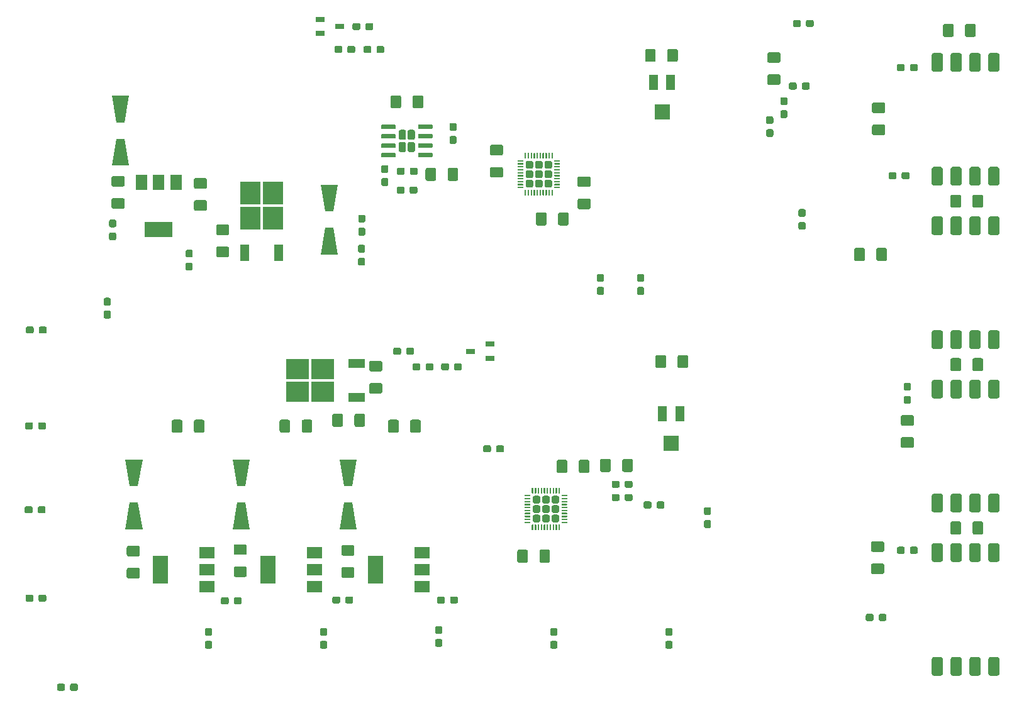
<source format=gbr>
G04 #@! TF.GenerationSoftware,KiCad,Pcbnew,(5.1.5-0-10_14)*
G04 #@! TF.CreationDate,2020-05-11T17:30:39+02:00*
G04 #@! TF.ProjectId,Main_Board_v1_1_smd,4d61696e-5f42-46f6-9172-645f76315f31,rev?*
G04 #@! TF.SameCoordinates,Original*
G04 #@! TF.FileFunction,Paste,Top*
G04 #@! TF.FilePolarity,Positive*
%FSLAX46Y46*%
G04 Gerber Fmt 4.6, Leading zero omitted, Abs format (unit mm)*
G04 Created by KiCad (PCBNEW (5.1.5-0-10_14)) date 2020-05-11 17:30:39*
%MOMM*%
%LPD*%
G04 APERTURE LIST*
%ADD10C,0.100000*%
%ADD11R,3.050000X2.750000*%
%ADD12R,2.200000X1.200000*%
%ADD13R,2.000000X1.500000*%
%ADD14R,2.000000X3.800000*%
%ADD15R,1.220000X0.650000*%
%ADD16R,1.300000X2.000000*%
%ADD17R,2.000000X2.000000*%
%ADD18R,1.500000X2.000000*%
%ADD19R,3.800000X2.000000*%
%ADD20R,2.750000X3.050000*%
%ADD21R,1.200000X2.200000*%
G04 APERTURE END LIST*
D10*
G36*
X102562755Y-103419624D02*
G01*
X102567609Y-103420344D01*
X102572368Y-103421536D01*
X102576988Y-103423189D01*
X102581424Y-103425287D01*
X102585633Y-103427810D01*
X102589574Y-103430732D01*
X102593209Y-103434028D01*
X102596505Y-103437663D01*
X102599427Y-103441604D01*
X102601950Y-103445813D01*
X102604048Y-103450249D01*
X102605701Y-103454869D01*
X102606893Y-103459628D01*
X102607613Y-103464482D01*
X102607854Y-103469383D01*
X102607854Y-104119383D01*
X102607613Y-104124284D01*
X102606893Y-104129138D01*
X102605701Y-104133897D01*
X102604048Y-104138517D01*
X102601950Y-104142953D01*
X102599427Y-104147162D01*
X102596505Y-104151103D01*
X102593209Y-104154738D01*
X102589574Y-104158034D01*
X102585633Y-104160956D01*
X102581424Y-104163479D01*
X102576988Y-104165577D01*
X102572368Y-104167230D01*
X102567609Y-104168422D01*
X102562755Y-104169142D01*
X102557854Y-104169383D01*
X102457854Y-104169383D01*
X102452953Y-104169142D01*
X102448099Y-104168422D01*
X102443340Y-104167230D01*
X102438720Y-104165577D01*
X102434284Y-104163479D01*
X102430075Y-104160956D01*
X102426134Y-104158034D01*
X102422499Y-104154738D01*
X102419203Y-104151103D01*
X102416281Y-104147162D01*
X102413758Y-104142953D01*
X102411660Y-104138517D01*
X102410007Y-104133897D01*
X102408815Y-104129138D01*
X102408095Y-104124284D01*
X102407854Y-104119383D01*
X102407854Y-103469383D01*
X102408095Y-103464482D01*
X102408815Y-103459628D01*
X102410007Y-103454869D01*
X102411660Y-103450249D01*
X102413758Y-103445813D01*
X102416281Y-103441604D01*
X102419203Y-103437663D01*
X102422499Y-103434028D01*
X102426134Y-103430732D01*
X102430075Y-103427810D01*
X102434284Y-103425287D01*
X102438720Y-103423189D01*
X102443340Y-103421536D01*
X102448099Y-103420344D01*
X102452953Y-103419624D01*
X102457854Y-103419383D01*
X102557854Y-103419383D01*
X102562755Y-103419624D01*
G37*
G36*
X102162755Y-103419624D02*
G01*
X102167609Y-103420344D01*
X102172368Y-103421536D01*
X102176988Y-103423189D01*
X102181424Y-103425287D01*
X102185633Y-103427810D01*
X102189574Y-103430732D01*
X102193209Y-103434028D01*
X102196505Y-103437663D01*
X102199427Y-103441604D01*
X102201950Y-103445813D01*
X102204048Y-103450249D01*
X102205701Y-103454869D01*
X102206893Y-103459628D01*
X102207613Y-103464482D01*
X102207854Y-103469383D01*
X102207854Y-104119383D01*
X102207613Y-104124284D01*
X102206893Y-104129138D01*
X102205701Y-104133897D01*
X102204048Y-104138517D01*
X102201950Y-104142953D01*
X102199427Y-104147162D01*
X102196505Y-104151103D01*
X102193209Y-104154738D01*
X102189574Y-104158034D01*
X102185633Y-104160956D01*
X102181424Y-104163479D01*
X102176988Y-104165577D01*
X102172368Y-104167230D01*
X102167609Y-104168422D01*
X102162755Y-104169142D01*
X102157854Y-104169383D01*
X102057854Y-104169383D01*
X102052953Y-104169142D01*
X102048099Y-104168422D01*
X102043340Y-104167230D01*
X102038720Y-104165577D01*
X102034284Y-104163479D01*
X102030075Y-104160956D01*
X102026134Y-104158034D01*
X102022499Y-104154738D01*
X102019203Y-104151103D01*
X102016281Y-104147162D01*
X102013758Y-104142953D01*
X102011660Y-104138517D01*
X102010007Y-104133897D01*
X102008815Y-104129138D01*
X102008095Y-104124284D01*
X102007854Y-104119383D01*
X102007854Y-103469383D01*
X102008095Y-103464482D01*
X102008815Y-103459628D01*
X102010007Y-103454869D01*
X102011660Y-103450249D01*
X102013758Y-103445813D01*
X102016281Y-103441604D01*
X102019203Y-103437663D01*
X102022499Y-103434028D01*
X102026134Y-103430732D01*
X102030075Y-103427810D01*
X102034284Y-103425287D01*
X102038720Y-103423189D01*
X102043340Y-103421536D01*
X102048099Y-103420344D01*
X102052953Y-103419624D01*
X102057854Y-103419383D01*
X102157854Y-103419383D01*
X102162755Y-103419624D01*
G37*
G36*
X101762755Y-103419624D02*
G01*
X101767609Y-103420344D01*
X101772368Y-103421536D01*
X101776988Y-103423189D01*
X101781424Y-103425287D01*
X101785633Y-103427810D01*
X101789574Y-103430732D01*
X101793209Y-103434028D01*
X101796505Y-103437663D01*
X101799427Y-103441604D01*
X101801950Y-103445813D01*
X101804048Y-103450249D01*
X101805701Y-103454869D01*
X101806893Y-103459628D01*
X101807613Y-103464482D01*
X101807854Y-103469383D01*
X101807854Y-104119383D01*
X101807613Y-104124284D01*
X101806893Y-104129138D01*
X101805701Y-104133897D01*
X101804048Y-104138517D01*
X101801950Y-104142953D01*
X101799427Y-104147162D01*
X101796505Y-104151103D01*
X101793209Y-104154738D01*
X101789574Y-104158034D01*
X101785633Y-104160956D01*
X101781424Y-104163479D01*
X101776988Y-104165577D01*
X101772368Y-104167230D01*
X101767609Y-104168422D01*
X101762755Y-104169142D01*
X101757854Y-104169383D01*
X101657854Y-104169383D01*
X101652953Y-104169142D01*
X101648099Y-104168422D01*
X101643340Y-104167230D01*
X101638720Y-104165577D01*
X101634284Y-104163479D01*
X101630075Y-104160956D01*
X101626134Y-104158034D01*
X101622499Y-104154738D01*
X101619203Y-104151103D01*
X101616281Y-104147162D01*
X101613758Y-104142953D01*
X101611660Y-104138517D01*
X101610007Y-104133897D01*
X101608815Y-104129138D01*
X101608095Y-104124284D01*
X101607854Y-104119383D01*
X101607854Y-103469383D01*
X101608095Y-103464482D01*
X101608815Y-103459628D01*
X101610007Y-103454869D01*
X101611660Y-103450249D01*
X101613758Y-103445813D01*
X101616281Y-103441604D01*
X101619203Y-103437663D01*
X101622499Y-103434028D01*
X101626134Y-103430732D01*
X101630075Y-103427810D01*
X101634284Y-103425287D01*
X101638720Y-103423189D01*
X101643340Y-103421536D01*
X101648099Y-103420344D01*
X101652953Y-103419624D01*
X101657854Y-103419383D01*
X101757854Y-103419383D01*
X101762755Y-103419624D01*
G37*
G36*
X101362755Y-103419624D02*
G01*
X101367609Y-103420344D01*
X101372368Y-103421536D01*
X101376988Y-103423189D01*
X101381424Y-103425287D01*
X101385633Y-103427810D01*
X101389574Y-103430732D01*
X101393209Y-103434028D01*
X101396505Y-103437663D01*
X101399427Y-103441604D01*
X101401950Y-103445813D01*
X101404048Y-103450249D01*
X101405701Y-103454869D01*
X101406893Y-103459628D01*
X101407613Y-103464482D01*
X101407854Y-103469383D01*
X101407854Y-104119383D01*
X101407613Y-104124284D01*
X101406893Y-104129138D01*
X101405701Y-104133897D01*
X101404048Y-104138517D01*
X101401950Y-104142953D01*
X101399427Y-104147162D01*
X101396505Y-104151103D01*
X101393209Y-104154738D01*
X101389574Y-104158034D01*
X101385633Y-104160956D01*
X101381424Y-104163479D01*
X101376988Y-104165577D01*
X101372368Y-104167230D01*
X101367609Y-104168422D01*
X101362755Y-104169142D01*
X101357854Y-104169383D01*
X101257854Y-104169383D01*
X101252953Y-104169142D01*
X101248099Y-104168422D01*
X101243340Y-104167230D01*
X101238720Y-104165577D01*
X101234284Y-104163479D01*
X101230075Y-104160956D01*
X101226134Y-104158034D01*
X101222499Y-104154738D01*
X101219203Y-104151103D01*
X101216281Y-104147162D01*
X101213758Y-104142953D01*
X101211660Y-104138517D01*
X101210007Y-104133897D01*
X101208815Y-104129138D01*
X101208095Y-104124284D01*
X101207854Y-104119383D01*
X101207854Y-103469383D01*
X101208095Y-103464482D01*
X101208815Y-103459628D01*
X101210007Y-103454869D01*
X101211660Y-103450249D01*
X101213758Y-103445813D01*
X101216281Y-103441604D01*
X101219203Y-103437663D01*
X101222499Y-103434028D01*
X101226134Y-103430732D01*
X101230075Y-103427810D01*
X101234284Y-103425287D01*
X101238720Y-103423189D01*
X101243340Y-103421536D01*
X101248099Y-103420344D01*
X101252953Y-103419624D01*
X101257854Y-103419383D01*
X101357854Y-103419383D01*
X101362755Y-103419624D01*
G37*
G36*
X100962755Y-103419624D02*
G01*
X100967609Y-103420344D01*
X100972368Y-103421536D01*
X100976988Y-103423189D01*
X100981424Y-103425287D01*
X100985633Y-103427810D01*
X100989574Y-103430732D01*
X100993209Y-103434028D01*
X100996505Y-103437663D01*
X100999427Y-103441604D01*
X101001950Y-103445813D01*
X101004048Y-103450249D01*
X101005701Y-103454869D01*
X101006893Y-103459628D01*
X101007613Y-103464482D01*
X101007854Y-103469383D01*
X101007854Y-104119383D01*
X101007613Y-104124284D01*
X101006893Y-104129138D01*
X101005701Y-104133897D01*
X101004048Y-104138517D01*
X101001950Y-104142953D01*
X100999427Y-104147162D01*
X100996505Y-104151103D01*
X100993209Y-104154738D01*
X100989574Y-104158034D01*
X100985633Y-104160956D01*
X100981424Y-104163479D01*
X100976988Y-104165577D01*
X100972368Y-104167230D01*
X100967609Y-104168422D01*
X100962755Y-104169142D01*
X100957854Y-104169383D01*
X100857854Y-104169383D01*
X100852953Y-104169142D01*
X100848099Y-104168422D01*
X100843340Y-104167230D01*
X100838720Y-104165577D01*
X100834284Y-104163479D01*
X100830075Y-104160956D01*
X100826134Y-104158034D01*
X100822499Y-104154738D01*
X100819203Y-104151103D01*
X100816281Y-104147162D01*
X100813758Y-104142953D01*
X100811660Y-104138517D01*
X100810007Y-104133897D01*
X100808815Y-104129138D01*
X100808095Y-104124284D01*
X100807854Y-104119383D01*
X100807854Y-103469383D01*
X100808095Y-103464482D01*
X100808815Y-103459628D01*
X100810007Y-103454869D01*
X100811660Y-103450249D01*
X100813758Y-103445813D01*
X100816281Y-103441604D01*
X100819203Y-103437663D01*
X100822499Y-103434028D01*
X100826134Y-103430732D01*
X100830075Y-103427810D01*
X100834284Y-103425287D01*
X100838720Y-103423189D01*
X100843340Y-103421536D01*
X100848099Y-103420344D01*
X100852953Y-103419624D01*
X100857854Y-103419383D01*
X100957854Y-103419383D01*
X100962755Y-103419624D01*
G37*
G36*
X100562755Y-103419624D02*
G01*
X100567609Y-103420344D01*
X100572368Y-103421536D01*
X100576988Y-103423189D01*
X100581424Y-103425287D01*
X100585633Y-103427810D01*
X100589574Y-103430732D01*
X100593209Y-103434028D01*
X100596505Y-103437663D01*
X100599427Y-103441604D01*
X100601950Y-103445813D01*
X100604048Y-103450249D01*
X100605701Y-103454869D01*
X100606893Y-103459628D01*
X100607613Y-103464482D01*
X100607854Y-103469383D01*
X100607854Y-104119383D01*
X100607613Y-104124284D01*
X100606893Y-104129138D01*
X100605701Y-104133897D01*
X100604048Y-104138517D01*
X100601950Y-104142953D01*
X100599427Y-104147162D01*
X100596505Y-104151103D01*
X100593209Y-104154738D01*
X100589574Y-104158034D01*
X100585633Y-104160956D01*
X100581424Y-104163479D01*
X100576988Y-104165577D01*
X100572368Y-104167230D01*
X100567609Y-104168422D01*
X100562755Y-104169142D01*
X100557854Y-104169383D01*
X100457854Y-104169383D01*
X100452953Y-104169142D01*
X100448099Y-104168422D01*
X100443340Y-104167230D01*
X100438720Y-104165577D01*
X100434284Y-104163479D01*
X100430075Y-104160956D01*
X100426134Y-104158034D01*
X100422499Y-104154738D01*
X100419203Y-104151103D01*
X100416281Y-104147162D01*
X100413758Y-104142953D01*
X100411660Y-104138517D01*
X100410007Y-104133897D01*
X100408815Y-104129138D01*
X100408095Y-104124284D01*
X100407854Y-104119383D01*
X100407854Y-103469383D01*
X100408095Y-103464482D01*
X100408815Y-103459628D01*
X100410007Y-103454869D01*
X100411660Y-103450249D01*
X100413758Y-103445813D01*
X100416281Y-103441604D01*
X100419203Y-103437663D01*
X100422499Y-103434028D01*
X100426134Y-103430732D01*
X100430075Y-103427810D01*
X100434284Y-103425287D01*
X100438720Y-103423189D01*
X100443340Y-103421536D01*
X100448099Y-103420344D01*
X100452953Y-103419624D01*
X100457854Y-103419383D01*
X100557854Y-103419383D01*
X100562755Y-103419624D01*
G37*
G36*
X100162755Y-103419624D02*
G01*
X100167609Y-103420344D01*
X100172368Y-103421536D01*
X100176988Y-103423189D01*
X100181424Y-103425287D01*
X100185633Y-103427810D01*
X100189574Y-103430732D01*
X100193209Y-103434028D01*
X100196505Y-103437663D01*
X100199427Y-103441604D01*
X100201950Y-103445813D01*
X100204048Y-103450249D01*
X100205701Y-103454869D01*
X100206893Y-103459628D01*
X100207613Y-103464482D01*
X100207854Y-103469383D01*
X100207854Y-104119383D01*
X100207613Y-104124284D01*
X100206893Y-104129138D01*
X100205701Y-104133897D01*
X100204048Y-104138517D01*
X100201950Y-104142953D01*
X100199427Y-104147162D01*
X100196505Y-104151103D01*
X100193209Y-104154738D01*
X100189574Y-104158034D01*
X100185633Y-104160956D01*
X100181424Y-104163479D01*
X100176988Y-104165577D01*
X100172368Y-104167230D01*
X100167609Y-104168422D01*
X100162755Y-104169142D01*
X100157854Y-104169383D01*
X100057854Y-104169383D01*
X100052953Y-104169142D01*
X100048099Y-104168422D01*
X100043340Y-104167230D01*
X100038720Y-104165577D01*
X100034284Y-104163479D01*
X100030075Y-104160956D01*
X100026134Y-104158034D01*
X100022499Y-104154738D01*
X100019203Y-104151103D01*
X100016281Y-104147162D01*
X100013758Y-104142953D01*
X100011660Y-104138517D01*
X100010007Y-104133897D01*
X100008815Y-104129138D01*
X100008095Y-104124284D01*
X100007854Y-104119383D01*
X100007854Y-103469383D01*
X100008095Y-103464482D01*
X100008815Y-103459628D01*
X100010007Y-103454869D01*
X100011660Y-103450249D01*
X100013758Y-103445813D01*
X100016281Y-103441604D01*
X100019203Y-103437663D01*
X100022499Y-103434028D01*
X100026134Y-103430732D01*
X100030075Y-103427810D01*
X100034284Y-103425287D01*
X100038720Y-103423189D01*
X100043340Y-103421536D01*
X100048099Y-103420344D01*
X100052953Y-103419624D01*
X100057854Y-103419383D01*
X100157854Y-103419383D01*
X100162755Y-103419624D01*
G37*
G36*
X99762755Y-103419624D02*
G01*
X99767609Y-103420344D01*
X99772368Y-103421536D01*
X99776988Y-103423189D01*
X99781424Y-103425287D01*
X99785633Y-103427810D01*
X99789574Y-103430732D01*
X99793209Y-103434028D01*
X99796505Y-103437663D01*
X99799427Y-103441604D01*
X99801950Y-103445813D01*
X99804048Y-103450249D01*
X99805701Y-103454869D01*
X99806893Y-103459628D01*
X99807613Y-103464482D01*
X99807854Y-103469383D01*
X99807854Y-104119383D01*
X99807613Y-104124284D01*
X99806893Y-104129138D01*
X99805701Y-104133897D01*
X99804048Y-104138517D01*
X99801950Y-104142953D01*
X99799427Y-104147162D01*
X99796505Y-104151103D01*
X99793209Y-104154738D01*
X99789574Y-104158034D01*
X99785633Y-104160956D01*
X99781424Y-104163479D01*
X99776988Y-104165577D01*
X99772368Y-104167230D01*
X99767609Y-104168422D01*
X99762755Y-104169142D01*
X99757854Y-104169383D01*
X99657854Y-104169383D01*
X99652953Y-104169142D01*
X99648099Y-104168422D01*
X99643340Y-104167230D01*
X99638720Y-104165577D01*
X99634284Y-104163479D01*
X99630075Y-104160956D01*
X99626134Y-104158034D01*
X99622499Y-104154738D01*
X99619203Y-104151103D01*
X99616281Y-104147162D01*
X99613758Y-104142953D01*
X99611660Y-104138517D01*
X99610007Y-104133897D01*
X99608815Y-104129138D01*
X99608095Y-104124284D01*
X99607854Y-104119383D01*
X99607854Y-103469383D01*
X99608095Y-103464482D01*
X99608815Y-103459628D01*
X99610007Y-103454869D01*
X99611660Y-103450249D01*
X99613758Y-103445813D01*
X99616281Y-103441604D01*
X99619203Y-103437663D01*
X99622499Y-103434028D01*
X99626134Y-103430732D01*
X99630075Y-103427810D01*
X99634284Y-103425287D01*
X99638720Y-103423189D01*
X99643340Y-103421536D01*
X99648099Y-103420344D01*
X99652953Y-103419624D01*
X99657854Y-103419383D01*
X99757854Y-103419383D01*
X99762755Y-103419624D01*
G37*
G36*
X99362755Y-103419624D02*
G01*
X99367609Y-103420344D01*
X99372368Y-103421536D01*
X99376988Y-103423189D01*
X99381424Y-103425287D01*
X99385633Y-103427810D01*
X99389574Y-103430732D01*
X99393209Y-103434028D01*
X99396505Y-103437663D01*
X99399427Y-103441604D01*
X99401950Y-103445813D01*
X99404048Y-103450249D01*
X99405701Y-103454869D01*
X99406893Y-103459628D01*
X99407613Y-103464482D01*
X99407854Y-103469383D01*
X99407854Y-104119383D01*
X99407613Y-104124284D01*
X99406893Y-104129138D01*
X99405701Y-104133897D01*
X99404048Y-104138517D01*
X99401950Y-104142953D01*
X99399427Y-104147162D01*
X99396505Y-104151103D01*
X99393209Y-104154738D01*
X99389574Y-104158034D01*
X99385633Y-104160956D01*
X99381424Y-104163479D01*
X99376988Y-104165577D01*
X99372368Y-104167230D01*
X99367609Y-104168422D01*
X99362755Y-104169142D01*
X99357854Y-104169383D01*
X99257854Y-104169383D01*
X99252953Y-104169142D01*
X99248099Y-104168422D01*
X99243340Y-104167230D01*
X99238720Y-104165577D01*
X99234284Y-104163479D01*
X99230075Y-104160956D01*
X99226134Y-104158034D01*
X99222499Y-104154738D01*
X99219203Y-104151103D01*
X99216281Y-104147162D01*
X99213758Y-104142953D01*
X99211660Y-104138517D01*
X99210007Y-104133897D01*
X99208815Y-104129138D01*
X99208095Y-104124284D01*
X99207854Y-104119383D01*
X99207854Y-103469383D01*
X99208095Y-103464482D01*
X99208815Y-103459628D01*
X99210007Y-103454869D01*
X99211660Y-103450249D01*
X99213758Y-103445813D01*
X99216281Y-103441604D01*
X99219203Y-103437663D01*
X99222499Y-103434028D01*
X99226134Y-103430732D01*
X99230075Y-103427810D01*
X99234284Y-103425287D01*
X99238720Y-103423189D01*
X99243340Y-103421536D01*
X99248099Y-103420344D01*
X99252953Y-103419624D01*
X99257854Y-103419383D01*
X99357854Y-103419383D01*
X99362755Y-103419624D01*
G37*
G36*
X98962755Y-103419624D02*
G01*
X98967609Y-103420344D01*
X98972368Y-103421536D01*
X98976988Y-103423189D01*
X98981424Y-103425287D01*
X98985633Y-103427810D01*
X98989574Y-103430732D01*
X98993209Y-103434028D01*
X98996505Y-103437663D01*
X98999427Y-103441604D01*
X99001950Y-103445813D01*
X99004048Y-103450249D01*
X99005701Y-103454869D01*
X99006893Y-103459628D01*
X99007613Y-103464482D01*
X99007854Y-103469383D01*
X99007854Y-104119383D01*
X99007613Y-104124284D01*
X99006893Y-104129138D01*
X99005701Y-104133897D01*
X99004048Y-104138517D01*
X99001950Y-104142953D01*
X98999427Y-104147162D01*
X98996505Y-104151103D01*
X98993209Y-104154738D01*
X98989574Y-104158034D01*
X98985633Y-104160956D01*
X98981424Y-104163479D01*
X98976988Y-104165577D01*
X98972368Y-104167230D01*
X98967609Y-104168422D01*
X98962755Y-104169142D01*
X98957854Y-104169383D01*
X98857854Y-104169383D01*
X98852953Y-104169142D01*
X98848099Y-104168422D01*
X98843340Y-104167230D01*
X98838720Y-104165577D01*
X98834284Y-104163479D01*
X98830075Y-104160956D01*
X98826134Y-104158034D01*
X98822499Y-104154738D01*
X98819203Y-104151103D01*
X98816281Y-104147162D01*
X98813758Y-104142953D01*
X98811660Y-104138517D01*
X98810007Y-104133897D01*
X98808815Y-104129138D01*
X98808095Y-104124284D01*
X98807854Y-104119383D01*
X98807854Y-103469383D01*
X98808095Y-103464482D01*
X98808815Y-103459628D01*
X98810007Y-103454869D01*
X98811660Y-103450249D01*
X98813758Y-103445813D01*
X98816281Y-103441604D01*
X98819203Y-103437663D01*
X98822499Y-103434028D01*
X98826134Y-103430732D01*
X98830075Y-103427810D01*
X98834284Y-103425287D01*
X98838720Y-103423189D01*
X98843340Y-103421536D01*
X98848099Y-103420344D01*
X98852953Y-103419624D01*
X98857854Y-103419383D01*
X98957854Y-103419383D01*
X98962755Y-103419624D01*
G37*
G36*
X98562755Y-103019624D02*
G01*
X98567609Y-103020344D01*
X98572368Y-103021536D01*
X98576988Y-103023189D01*
X98581424Y-103025287D01*
X98585633Y-103027810D01*
X98589574Y-103030732D01*
X98593209Y-103034028D01*
X98596505Y-103037663D01*
X98599427Y-103041604D01*
X98601950Y-103045813D01*
X98604048Y-103050249D01*
X98605701Y-103054869D01*
X98606893Y-103059628D01*
X98607613Y-103064482D01*
X98607854Y-103069383D01*
X98607854Y-103169383D01*
X98607613Y-103174284D01*
X98606893Y-103179138D01*
X98605701Y-103183897D01*
X98604048Y-103188517D01*
X98601950Y-103192953D01*
X98599427Y-103197162D01*
X98596505Y-103201103D01*
X98593209Y-103204738D01*
X98589574Y-103208034D01*
X98585633Y-103210956D01*
X98581424Y-103213479D01*
X98576988Y-103215577D01*
X98572368Y-103217230D01*
X98567609Y-103218422D01*
X98562755Y-103219142D01*
X98557854Y-103219383D01*
X97907854Y-103219383D01*
X97902953Y-103219142D01*
X97898099Y-103218422D01*
X97893340Y-103217230D01*
X97888720Y-103215577D01*
X97884284Y-103213479D01*
X97880075Y-103210956D01*
X97876134Y-103208034D01*
X97872499Y-103204738D01*
X97869203Y-103201103D01*
X97866281Y-103197162D01*
X97863758Y-103192953D01*
X97861660Y-103188517D01*
X97860007Y-103183897D01*
X97858815Y-103179138D01*
X97858095Y-103174284D01*
X97857854Y-103169383D01*
X97857854Y-103069383D01*
X97858095Y-103064482D01*
X97858815Y-103059628D01*
X97860007Y-103054869D01*
X97861660Y-103050249D01*
X97863758Y-103045813D01*
X97866281Y-103041604D01*
X97869203Y-103037663D01*
X97872499Y-103034028D01*
X97876134Y-103030732D01*
X97880075Y-103027810D01*
X97884284Y-103025287D01*
X97888720Y-103023189D01*
X97893340Y-103021536D01*
X97898099Y-103020344D01*
X97902953Y-103019624D01*
X97907854Y-103019383D01*
X98557854Y-103019383D01*
X98562755Y-103019624D01*
G37*
G36*
X98562755Y-102619624D02*
G01*
X98567609Y-102620344D01*
X98572368Y-102621536D01*
X98576988Y-102623189D01*
X98581424Y-102625287D01*
X98585633Y-102627810D01*
X98589574Y-102630732D01*
X98593209Y-102634028D01*
X98596505Y-102637663D01*
X98599427Y-102641604D01*
X98601950Y-102645813D01*
X98604048Y-102650249D01*
X98605701Y-102654869D01*
X98606893Y-102659628D01*
X98607613Y-102664482D01*
X98607854Y-102669383D01*
X98607854Y-102769383D01*
X98607613Y-102774284D01*
X98606893Y-102779138D01*
X98605701Y-102783897D01*
X98604048Y-102788517D01*
X98601950Y-102792953D01*
X98599427Y-102797162D01*
X98596505Y-102801103D01*
X98593209Y-102804738D01*
X98589574Y-102808034D01*
X98585633Y-102810956D01*
X98581424Y-102813479D01*
X98576988Y-102815577D01*
X98572368Y-102817230D01*
X98567609Y-102818422D01*
X98562755Y-102819142D01*
X98557854Y-102819383D01*
X97907854Y-102819383D01*
X97902953Y-102819142D01*
X97898099Y-102818422D01*
X97893340Y-102817230D01*
X97888720Y-102815577D01*
X97884284Y-102813479D01*
X97880075Y-102810956D01*
X97876134Y-102808034D01*
X97872499Y-102804738D01*
X97869203Y-102801103D01*
X97866281Y-102797162D01*
X97863758Y-102792953D01*
X97861660Y-102788517D01*
X97860007Y-102783897D01*
X97858815Y-102779138D01*
X97858095Y-102774284D01*
X97857854Y-102769383D01*
X97857854Y-102669383D01*
X97858095Y-102664482D01*
X97858815Y-102659628D01*
X97860007Y-102654869D01*
X97861660Y-102650249D01*
X97863758Y-102645813D01*
X97866281Y-102641604D01*
X97869203Y-102637663D01*
X97872499Y-102634028D01*
X97876134Y-102630732D01*
X97880075Y-102627810D01*
X97884284Y-102625287D01*
X97888720Y-102623189D01*
X97893340Y-102621536D01*
X97898099Y-102620344D01*
X97902953Y-102619624D01*
X97907854Y-102619383D01*
X98557854Y-102619383D01*
X98562755Y-102619624D01*
G37*
G36*
X98562755Y-102219624D02*
G01*
X98567609Y-102220344D01*
X98572368Y-102221536D01*
X98576988Y-102223189D01*
X98581424Y-102225287D01*
X98585633Y-102227810D01*
X98589574Y-102230732D01*
X98593209Y-102234028D01*
X98596505Y-102237663D01*
X98599427Y-102241604D01*
X98601950Y-102245813D01*
X98604048Y-102250249D01*
X98605701Y-102254869D01*
X98606893Y-102259628D01*
X98607613Y-102264482D01*
X98607854Y-102269383D01*
X98607854Y-102369383D01*
X98607613Y-102374284D01*
X98606893Y-102379138D01*
X98605701Y-102383897D01*
X98604048Y-102388517D01*
X98601950Y-102392953D01*
X98599427Y-102397162D01*
X98596505Y-102401103D01*
X98593209Y-102404738D01*
X98589574Y-102408034D01*
X98585633Y-102410956D01*
X98581424Y-102413479D01*
X98576988Y-102415577D01*
X98572368Y-102417230D01*
X98567609Y-102418422D01*
X98562755Y-102419142D01*
X98557854Y-102419383D01*
X97907854Y-102419383D01*
X97902953Y-102419142D01*
X97898099Y-102418422D01*
X97893340Y-102417230D01*
X97888720Y-102415577D01*
X97884284Y-102413479D01*
X97880075Y-102410956D01*
X97876134Y-102408034D01*
X97872499Y-102404738D01*
X97869203Y-102401103D01*
X97866281Y-102397162D01*
X97863758Y-102392953D01*
X97861660Y-102388517D01*
X97860007Y-102383897D01*
X97858815Y-102379138D01*
X97858095Y-102374284D01*
X97857854Y-102369383D01*
X97857854Y-102269383D01*
X97858095Y-102264482D01*
X97858815Y-102259628D01*
X97860007Y-102254869D01*
X97861660Y-102250249D01*
X97863758Y-102245813D01*
X97866281Y-102241604D01*
X97869203Y-102237663D01*
X97872499Y-102234028D01*
X97876134Y-102230732D01*
X97880075Y-102227810D01*
X97884284Y-102225287D01*
X97888720Y-102223189D01*
X97893340Y-102221536D01*
X97898099Y-102220344D01*
X97902953Y-102219624D01*
X97907854Y-102219383D01*
X98557854Y-102219383D01*
X98562755Y-102219624D01*
G37*
G36*
X98562755Y-101819624D02*
G01*
X98567609Y-101820344D01*
X98572368Y-101821536D01*
X98576988Y-101823189D01*
X98581424Y-101825287D01*
X98585633Y-101827810D01*
X98589574Y-101830732D01*
X98593209Y-101834028D01*
X98596505Y-101837663D01*
X98599427Y-101841604D01*
X98601950Y-101845813D01*
X98604048Y-101850249D01*
X98605701Y-101854869D01*
X98606893Y-101859628D01*
X98607613Y-101864482D01*
X98607854Y-101869383D01*
X98607854Y-101969383D01*
X98607613Y-101974284D01*
X98606893Y-101979138D01*
X98605701Y-101983897D01*
X98604048Y-101988517D01*
X98601950Y-101992953D01*
X98599427Y-101997162D01*
X98596505Y-102001103D01*
X98593209Y-102004738D01*
X98589574Y-102008034D01*
X98585633Y-102010956D01*
X98581424Y-102013479D01*
X98576988Y-102015577D01*
X98572368Y-102017230D01*
X98567609Y-102018422D01*
X98562755Y-102019142D01*
X98557854Y-102019383D01*
X97907854Y-102019383D01*
X97902953Y-102019142D01*
X97898099Y-102018422D01*
X97893340Y-102017230D01*
X97888720Y-102015577D01*
X97884284Y-102013479D01*
X97880075Y-102010956D01*
X97876134Y-102008034D01*
X97872499Y-102004738D01*
X97869203Y-102001103D01*
X97866281Y-101997162D01*
X97863758Y-101992953D01*
X97861660Y-101988517D01*
X97860007Y-101983897D01*
X97858815Y-101979138D01*
X97858095Y-101974284D01*
X97857854Y-101969383D01*
X97857854Y-101869383D01*
X97858095Y-101864482D01*
X97858815Y-101859628D01*
X97860007Y-101854869D01*
X97861660Y-101850249D01*
X97863758Y-101845813D01*
X97866281Y-101841604D01*
X97869203Y-101837663D01*
X97872499Y-101834028D01*
X97876134Y-101830732D01*
X97880075Y-101827810D01*
X97884284Y-101825287D01*
X97888720Y-101823189D01*
X97893340Y-101821536D01*
X97898099Y-101820344D01*
X97902953Y-101819624D01*
X97907854Y-101819383D01*
X98557854Y-101819383D01*
X98562755Y-101819624D01*
G37*
G36*
X98562755Y-101419624D02*
G01*
X98567609Y-101420344D01*
X98572368Y-101421536D01*
X98576988Y-101423189D01*
X98581424Y-101425287D01*
X98585633Y-101427810D01*
X98589574Y-101430732D01*
X98593209Y-101434028D01*
X98596505Y-101437663D01*
X98599427Y-101441604D01*
X98601950Y-101445813D01*
X98604048Y-101450249D01*
X98605701Y-101454869D01*
X98606893Y-101459628D01*
X98607613Y-101464482D01*
X98607854Y-101469383D01*
X98607854Y-101569383D01*
X98607613Y-101574284D01*
X98606893Y-101579138D01*
X98605701Y-101583897D01*
X98604048Y-101588517D01*
X98601950Y-101592953D01*
X98599427Y-101597162D01*
X98596505Y-101601103D01*
X98593209Y-101604738D01*
X98589574Y-101608034D01*
X98585633Y-101610956D01*
X98581424Y-101613479D01*
X98576988Y-101615577D01*
X98572368Y-101617230D01*
X98567609Y-101618422D01*
X98562755Y-101619142D01*
X98557854Y-101619383D01*
X97907854Y-101619383D01*
X97902953Y-101619142D01*
X97898099Y-101618422D01*
X97893340Y-101617230D01*
X97888720Y-101615577D01*
X97884284Y-101613479D01*
X97880075Y-101610956D01*
X97876134Y-101608034D01*
X97872499Y-101604738D01*
X97869203Y-101601103D01*
X97866281Y-101597162D01*
X97863758Y-101592953D01*
X97861660Y-101588517D01*
X97860007Y-101583897D01*
X97858815Y-101579138D01*
X97858095Y-101574284D01*
X97857854Y-101569383D01*
X97857854Y-101469383D01*
X97858095Y-101464482D01*
X97858815Y-101459628D01*
X97860007Y-101454869D01*
X97861660Y-101450249D01*
X97863758Y-101445813D01*
X97866281Y-101441604D01*
X97869203Y-101437663D01*
X97872499Y-101434028D01*
X97876134Y-101430732D01*
X97880075Y-101427810D01*
X97884284Y-101425287D01*
X97888720Y-101423189D01*
X97893340Y-101421536D01*
X97898099Y-101420344D01*
X97902953Y-101419624D01*
X97907854Y-101419383D01*
X98557854Y-101419383D01*
X98562755Y-101419624D01*
G37*
G36*
X98562755Y-101019624D02*
G01*
X98567609Y-101020344D01*
X98572368Y-101021536D01*
X98576988Y-101023189D01*
X98581424Y-101025287D01*
X98585633Y-101027810D01*
X98589574Y-101030732D01*
X98593209Y-101034028D01*
X98596505Y-101037663D01*
X98599427Y-101041604D01*
X98601950Y-101045813D01*
X98604048Y-101050249D01*
X98605701Y-101054869D01*
X98606893Y-101059628D01*
X98607613Y-101064482D01*
X98607854Y-101069383D01*
X98607854Y-101169383D01*
X98607613Y-101174284D01*
X98606893Y-101179138D01*
X98605701Y-101183897D01*
X98604048Y-101188517D01*
X98601950Y-101192953D01*
X98599427Y-101197162D01*
X98596505Y-101201103D01*
X98593209Y-101204738D01*
X98589574Y-101208034D01*
X98585633Y-101210956D01*
X98581424Y-101213479D01*
X98576988Y-101215577D01*
X98572368Y-101217230D01*
X98567609Y-101218422D01*
X98562755Y-101219142D01*
X98557854Y-101219383D01*
X97907854Y-101219383D01*
X97902953Y-101219142D01*
X97898099Y-101218422D01*
X97893340Y-101217230D01*
X97888720Y-101215577D01*
X97884284Y-101213479D01*
X97880075Y-101210956D01*
X97876134Y-101208034D01*
X97872499Y-101204738D01*
X97869203Y-101201103D01*
X97866281Y-101197162D01*
X97863758Y-101192953D01*
X97861660Y-101188517D01*
X97860007Y-101183897D01*
X97858815Y-101179138D01*
X97858095Y-101174284D01*
X97857854Y-101169383D01*
X97857854Y-101069383D01*
X97858095Y-101064482D01*
X97858815Y-101059628D01*
X97860007Y-101054869D01*
X97861660Y-101050249D01*
X97863758Y-101045813D01*
X97866281Y-101041604D01*
X97869203Y-101037663D01*
X97872499Y-101034028D01*
X97876134Y-101030732D01*
X97880075Y-101027810D01*
X97884284Y-101025287D01*
X97888720Y-101023189D01*
X97893340Y-101021536D01*
X97898099Y-101020344D01*
X97902953Y-101019624D01*
X97907854Y-101019383D01*
X98557854Y-101019383D01*
X98562755Y-101019624D01*
G37*
G36*
X98562755Y-100619624D02*
G01*
X98567609Y-100620344D01*
X98572368Y-100621536D01*
X98576988Y-100623189D01*
X98581424Y-100625287D01*
X98585633Y-100627810D01*
X98589574Y-100630732D01*
X98593209Y-100634028D01*
X98596505Y-100637663D01*
X98599427Y-100641604D01*
X98601950Y-100645813D01*
X98604048Y-100650249D01*
X98605701Y-100654869D01*
X98606893Y-100659628D01*
X98607613Y-100664482D01*
X98607854Y-100669383D01*
X98607854Y-100769383D01*
X98607613Y-100774284D01*
X98606893Y-100779138D01*
X98605701Y-100783897D01*
X98604048Y-100788517D01*
X98601950Y-100792953D01*
X98599427Y-100797162D01*
X98596505Y-100801103D01*
X98593209Y-100804738D01*
X98589574Y-100808034D01*
X98585633Y-100810956D01*
X98581424Y-100813479D01*
X98576988Y-100815577D01*
X98572368Y-100817230D01*
X98567609Y-100818422D01*
X98562755Y-100819142D01*
X98557854Y-100819383D01*
X97907854Y-100819383D01*
X97902953Y-100819142D01*
X97898099Y-100818422D01*
X97893340Y-100817230D01*
X97888720Y-100815577D01*
X97884284Y-100813479D01*
X97880075Y-100810956D01*
X97876134Y-100808034D01*
X97872499Y-100804738D01*
X97869203Y-100801103D01*
X97866281Y-100797162D01*
X97863758Y-100792953D01*
X97861660Y-100788517D01*
X97860007Y-100783897D01*
X97858815Y-100779138D01*
X97858095Y-100774284D01*
X97857854Y-100769383D01*
X97857854Y-100669383D01*
X97858095Y-100664482D01*
X97858815Y-100659628D01*
X97860007Y-100654869D01*
X97861660Y-100650249D01*
X97863758Y-100645813D01*
X97866281Y-100641604D01*
X97869203Y-100637663D01*
X97872499Y-100634028D01*
X97876134Y-100630732D01*
X97880075Y-100627810D01*
X97884284Y-100625287D01*
X97888720Y-100623189D01*
X97893340Y-100621536D01*
X97898099Y-100620344D01*
X97902953Y-100619624D01*
X97907854Y-100619383D01*
X98557854Y-100619383D01*
X98562755Y-100619624D01*
G37*
G36*
X98562755Y-100219624D02*
G01*
X98567609Y-100220344D01*
X98572368Y-100221536D01*
X98576988Y-100223189D01*
X98581424Y-100225287D01*
X98585633Y-100227810D01*
X98589574Y-100230732D01*
X98593209Y-100234028D01*
X98596505Y-100237663D01*
X98599427Y-100241604D01*
X98601950Y-100245813D01*
X98604048Y-100250249D01*
X98605701Y-100254869D01*
X98606893Y-100259628D01*
X98607613Y-100264482D01*
X98607854Y-100269383D01*
X98607854Y-100369383D01*
X98607613Y-100374284D01*
X98606893Y-100379138D01*
X98605701Y-100383897D01*
X98604048Y-100388517D01*
X98601950Y-100392953D01*
X98599427Y-100397162D01*
X98596505Y-100401103D01*
X98593209Y-100404738D01*
X98589574Y-100408034D01*
X98585633Y-100410956D01*
X98581424Y-100413479D01*
X98576988Y-100415577D01*
X98572368Y-100417230D01*
X98567609Y-100418422D01*
X98562755Y-100419142D01*
X98557854Y-100419383D01*
X97907854Y-100419383D01*
X97902953Y-100419142D01*
X97898099Y-100418422D01*
X97893340Y-100417230D01*
X97888720Y-100415577D01*
X97884284Y-100413479D01*
X97880075Y-100410956D01*
X97876134Y-100408034D01*
X97872499Y-100404738D01*
X97869203Y-100401103D01*
X97866281Y-100397162D01*
X97863758Y-100392953D01*
X97861660Y-100388517D01*
X97860007Y-100383897D01*
X97858815Y-100379138D01*
X97858095Y-100374284D01*
X97857854Y-100369383D01*
X97857854Y-100269383D01*
X97858095Y-100264482D01*
X97858815Y-100259628D01*
X97860007Y-100254869D01*
X97861660Y-100250249D01*
X97863758Y-100245813D01*
X97866281Y-100241604D01*
X97869203Y-100237663D01*
X97872499Y-100234028D01*
X97876134Y-100230732D01*
X97880075Y-100227810D01*
X97884284Y-100225287D01*
X97888720Y-100223189D01*
X97893340Y-100221536D01*
X97898099Y-100220344D01*
X97902953Y-100219624D01*
X97907854Y-100219383D01*
X98557854Y-100219383D01*
X98562755Y-100219624D01*
G37*
G36*
X98562755Y-99819624D02*
G01*
X98567609Y-99820344D01*
X98572368Y-99821536D01*
X98576988Y-99823189D01*
X98581424Y-99825287D01*
X98585633Y-99827810D01*
X98589574Y-99830732D01*
X98593209Y-99834028D01*
X98596505Y-99837663D01*
X98599427Y-99841604D01*
X98601950Y-99845813D01*
X98604048Y-99850249D01*
X98605701Y-99854869D01*
X98606893Y-99859628D01*
X98607613Y-99864482D01*
X98607854Y-99869383D01*
X98607854Y-99969383D01*
X98607613Y-99974284D01*
X98606893Y-99979138D01*
X98605701Y-99983897D01*
X98604048Y-99988517D01*
X98601950Y-99992953D01*
X98599427Y-99997162D01*
X98596505Y-100001103D01*
X98593209Y-100004738D01*
X98589574Y-100008034D01*
X98585633Y-100010956D01*
X98581424Y-100013479D01*
X98576988Y-100015577D01*
X98572368Y-100017230D01*
X98567609Y-100018422D01*
X98562755Y-100019142D01*
X98557854Y-100019383D01*
X97907854Y-100019383D01*
X97902953Y-100019142D01*
X97898099Y-100018422D01*
X97893340Y-100017230D01*
X97888720Y-100015577D01*
X97884284Y-100013479D01*
X97880075Y-100010956D01*
X97876134Y-100008034D01*
X97872499Y-100004738D01*
X97869203Y-100001103D01*
X97866281Y-99997162D01*
X97863758Y-99992953D01*
X97861660Y-99988517D01*
X97860007Y-99983897D01*
X97858815Y-99979138D01*
X97858095Y-99974284D01*
X97857854Y-99969383D01*
X97857854Y-99869383D01*
X97858095Y-99864482D01*
X97858815Y-99859628D01*
X97860007Y-99854869D01*
X97861660Y-99850249D01*
X97863758Y-99845813D01*
X97866281Y-99841604D01*
X97869203Y-99837663D01*
X97872499Y-99834028D01*
X97876134Y-99830732D01*
X97880075Y-99827810D01*
X97884284Y-99825287D01*
X97888720Y-99823189D01*
X97893340Y-99821536D01*
X97898099Y-99820344D01*
X97902953Y-99819624D01*
X97907854Y-99819383D01*
X98557854Y-99819383D01*
X98562755Y-99819624D01*
G37*
G36*
X98562755Y-99419624D02*
G01*
X98567609Y-99420344D01*
X98572368Y-99421536D01*
X98576988Y-99423189D01*
X98581424Y-99425287D01*
X98585633Y-99427810D01*
X98589574Y-99430732D01*
X98593209Y-99434028D01*
X98596505Y-99437663D01*
X98599427Y-99441604D01*
X98601950Y-99445813D01*
X98604048Y-99450249D01*
X98605701Y-99454869D01*
X98606893Y-99459628D01*
X98607613Y-99464482D01*
X98607854Y-99469383D01*
X98607854Y-99569383D01*
X98607613Y-99574284D01*
X98606893Y-99579138D01*
X98605701Y-99583897D01*
X98604048Y-99588517D01*
X98601950Y-99592953D01*
X98599427Y-99597162D01*
X98596505Y-99601103D01*
X98593209Y-99604738D01*
X98589574Y-99608034D01*
X98585633Y-99610956D01*
X98581424Y-99613479D01*
X98576988Y-99615577D01*
X98572368Y-99617230D01*
X98567609Y-99618422D01*
X98562755Y-99619142D01*
X98557854Y-99619383D01*
X97907854Y-99619383D01*
X97902953Y-99619142D01*
X97898099Y-99618422D01*
X97893340Y-99617230D01*
X97888720Y-99615577D01*
X97884284Y-99613479D01*
X97880075Y-99610956D01*
X97876134Y-99608034D01*
X97872499Y-99604738D01*
X97869203Y-99601103D01*
X97866281Y-99597162D01*
X97863758Y-99592953D01*
X97861660Y-99588517D01*
X97860007Y-99583897D01*
X97858815Y-99579138D01*
X97858095Y-99574284D01*
X97857854Y-99569383D01*
X97857854Y-99469383D01*
X97858095Y-99464482D01*
X97858815Y-99459628D01*
X97860007Y-99454869D01*
X97861660Y-99450249D01*
X97863758Y-99445813D01*
X97866281Y-99441604D01*
X97869203Y-99437663D01*
X97872499Y-99434028D01*
X97876134Y-99430732D01*
X97880075Y-99427810D01*
X97884284Y-99425287D01*
X97888720Y-99423189D01*
X97893340Y-99421536D01*
X97898099Y-99420344D01*
X97902953Y-99419624D01*
X97907854Y-99419383D01*
X98557854Y-99419383D01*
X98562755Y-99419624D01*
G37*
G36*
X98962755Y-98469624D02*
G01*
X98967609Y-98470344D01*
X98972368Y-98471536D01*
X98976988Y-98473189D01*
X98981424Y-98475287D01*
X98985633Y-98477810D01*
X98989574Y-98480732D01*
X98993209Y-98484028D01*
X98996505Y-98487663D01*
X98999427Y-98491604D01*
X99001950Y-98495813D01*
X99004048Y-98500249D01*
X99005701Y-98504869D01*
X99006893Y-98509628D01*
X99007613Y-98514482D01*
X99007854Y-98519383D01*
X99007854Y-99169383D01*
X99007613Y-99174284D01*
X99006893Y-99179138D01*
X99005701Y-99183897D01*
X99004048Y-99188517D01*
X99001950Y-99192953D01*
X98999427Y-99197162D01*
X98996505Y-99201103D01*
X98993209Y-99204738D01*
X98989574Y-99208034D01*
X98985633Y-99210956D01*
X98981424Y-99213479D01*
X98976988Y-99215577D01*
X98972368Y-99217230D01*
X98967609Y-99218422D01*
X98962755Y-99219142D01*
X98957854Y-99219383D01*
X98857854Y-99219383D01*
X98852953Y-99219142D01*
X98848099Y-99218422D01*
X98843340Y-99217230D01*
X98838720Y-99215577D01*
X98834284Y-99213479D01*
X98830075Y-99210956D01*
X98826134Y-99208034D01*
X98822499Y-99204738D01*
X98819203Y-99201103D01*
X98816281Y-99197162D01*
X98813758Y-99192953D01*
X98811660Y-99188517D01*
X98810007Y-99183897D01*
X98808815Y-99179138D01*
X98808095Y-99174284D01*
X98807854Y-99169383D01*
X98807854Y-98519383D01*
X98808095Y-98514482D01*
X98808815Y-98509628D01*
X98810007Y-98504869D01*
X98811660Y-98500249D01*
X98813758Y-98495813D01*
X98816281Y-98491604D01*
X98819203Y-98487663D01*
X98822499Y-98484028D01*
X98826134Y-98480732D01*
X98830075Y-98477810D01*
X98834284Y-98475287D01*
X98838720Y-98473189D01*
X98843340Y-98471536D01*
X98848099Y-98470344D01*
X98852953Y-98469624D01*
X98857854Y-98469383D01*
X98957854Y-98469383D01*
X98962755Y-98469624D01*
G37*
G36*
X99362755Y-98469624D02*
G01*
X99367609Y-98470344D01*
X99372368Y-98471536D01*
X99376988Y-98473189D01*
X99381424Y-98475287D01*
X99385633Y-98477810D01*
X99389574Y-98480732D01*
X99393209Y-98484028D01*
X99396505Y-98487663D01*
X99399427Y-98491604D01*
X99401950Y-98495813D01*
X99404048Y-98500249D01*
X99405701Y-98504869D01*
X99406893Y-98509628D01*
X99407613Y-98514482D01*
X99407854Y-98519383D01*
X99407854Y-99169383D01*
X99407613Y-99174284D01*
X99406893Y-99179138D01*
X99405701Y-99183897D01*
X99404048Y-99188517D01*
X99401950Y-99192953D01*
X99399427Y-99197162D01*
X99396505Y-99201103D01*
X99393209Y-99204738D01*
X99389574Y-99208034D01*
X99385633Y-99210956D01*
X99381424Y-99213479D01*
X99376988Y-99215577D01*
X99372368Y-99217230D01*
X99367609Y-99218422D01*
X99362755Y-99219142D01*
X99357854Y-99219383D01*
X99257854Y-99219383D01*
X99252953Y-99219142D01*
X99248099Y-99218422D01*
X99243340Y-99217230D01*
X99238720Y-99215577D01*
X99234284Y-99213479D01*
X99230075Y-99210956D01*
X99226134Y-99208034D01*
X99222499Y-99204738D01*
X99219203Y-99201103D01*
X99216281Y-99197162D01*
X99213758Y-99192953D01*
X99211660Y-99188517D01*
X99210007Y-99183897D01*
X99208815Y-99179138D01*
X99208095Y-99174284D01*
X99207854Y-99169383D01*
X99207854Y-98519383D01*
X99208095Y-98514482D01*
X99208815Y-98509628D01*
X99210007Y-98504869D01*
X99211660Y-98500249D01*
X99213758Y-98495813D01*
X99216281Y-98491604D01*
X99219203Y-98487663D01*
X99222499Y-98484028D01*
X99226134Y-98480732D01*
X99230075Y-98477810D01*
X99234284Y-98475287D01*
X99238720Y-98473189D01*
X99243340Y-98471536D01*
X99248099Y-98470344D01*
X99252953Y-98469624D01*
X99257854Y-98469383D01*
X99357854Y-98469383D01*
X99362755Y-98469624D01*
G37*
G36*
X99762755Y-98469624D02*
G01*
X99767609Y-98470344D01*
X99772368Y-98471536D01*
X99776988Y-98473189D01*
X99781424Y-98475287D01*
X99785633Y-98477810D01*
X99789574Y-98480732D01*
X99793209Y-98484028D01*
X99796505Y-98487663D01*
X99799427Y-98491604D01*
X99801950Y-98495813D01*
X99804048Y-98500249D01*
X99805701Y-98504869D01*
X99806893Y-98509628D01*
X99807613Y-98514482D01*
X99807854Y-98519383D01*
X99807854Y-99169383D01*
X99807613Y-99174284D01*
X99806893Y-99179138D01*
X99805701Y-99183897D01*
X99804048Y-99188517D01*
X99801950Y-99192953D01*
X99799427Y-99197162D01*
X99796505Y-99201103D01*
X99793209Y-99204738D01*
X99789574Y-99208034D01*
X99785633Y-99210956D01*
X99781424Y-99213479D01*
X99776988Y-99215577D01*
X99772368Y-99217230D01*
X99767609Y-99218422D01*
X99762755Y-99219142D01*
X99757854Y-99219383D01*
X99657854Y-99219383D01*
X99652953Y-99219142D01*
X99648099Y-99218422D01*
X99643340Y-99217230D01*
X99638720Y-99215577D01*
X99634284Y-99213479D01*
X99630075Y-99210956D01*
X99626134Y-99208034D01*
X99622499Y-99204738D01*
X99619203Y-99201103D01*
X99616281Y-99197162D01*
X99613758Y-99192953D01*
X99611660Y-99188517D01*
X99610007Y-99183897D01*
X99608815Y-99179138D01*
X99608095Y-99174284D01*
X99607854Y-99169383D01*
X99607854Y-98519383D01*
X99608095Y-98514482D01*
X99608815Y-98509628D01*
X99610007Y-98504869D01*
X99611660Y-98500249D01*
X99613758Y-98495813D01*
X99616281Y-98491604D01*
X99619203Y-98487663D01*
X99622499Y-98484028D01*
X99626134Y-98480732D01*
X99630075Y-98477810D01*
X99634284Y-98475287D01*
X99638720Y-98473189D01*
X99643340Y-98471536D01*
X99648099Y-98470344D01*
X99652953Y-98469624D01*
X99657854Y-98469383D01*
X99757854Y-98469383D01*
X99762755Y-98469624D01*
G37*
G36*
X100162755Y-98469624D02*
G01*
X100167609Y-98470344D01*
X100172368Y-98471536D01*
X100176988Y-98473189D01*
X100181424Y-98475287D01*
X100185633Y-98477810D01*
X100189574Y-98480732D01*
X100193209Y-98484028D01*
X100196505Y-98487663D01*
X100199427Y-98491604D01*
X100201950Y-98495813D01*
X100204048Y-98500249D01*
X100205701Y-98504869D01*
X100206893Y-98509628D01*
X100207613Y-98514482D01*
X100207854Y-98519383D01*
X100207854Y-99169383D01*
X100207613Y-99174284D01*
X100206893Y-99179138D01*
X100205701Y-99183897D01*
X100204048Y-99188517D01*
X100201950Y-99192953D01*
X100199427Y-99197162D01*
X100196505Y-99201103D01*
X100193209Y-99204738D01*
X100189574Y-99208034D01*
X100185633Y-99210956D01*
X100181424Y-99213479D01*
X100176988Y-99215577D01*
X100172368Y-99217230D01*
X100167609Y-99218422D01*
X100162755Y-99219142D01*
X100157854Y-99219383D01*
X100057854Y-99219383D01*
X100052953Y-99219142D01*
X100048099Y-99218422D01*
X100043340Y-99217230D01*
X100038720Y-99215577D01*
X100034284Y-99213479D01*
X100030075Y-99210956D01*
X100026134Y-99208034D01*
X100022499Y-99204738D01*
X100019203Y-99201103D01*
X100016281Y-99197162D01*
X100013758Y-99192953D01*
X100011660Y-99188517D01*
X100010007Y-99183897D01*
X100008815Y-99179138D01*
X100008095Y-99174284D01*
X100007854Y-99169383D01*
X100007854Y-98519383D01*
X100008095Y-98514482D01*
X100008815Y-98509628D01*
X100010007Y-98504869D01*
X100011660Y-98500249D01*
X100013758Y-98495813D01*
X100016281Y-98491604D01*
X100019203Y-98487663D01*
X100022499Y-98484028D01*
X100026134Y-98480732D01*
X100030075Y-98477810D01*
X100034284Y-98475287D01*
X100038720Y-98473189D01*
X100043340Y-98471536D01*
X100048099Y-98470344D01*
X100052953Y-98469624D01*
X100057854Y-98469383D01*
X100157854Y-98469383D01*
X100162755Y-98469624D01*
G37*
G36*
X100562755Y-98469624D02*
G01*
X100567609Y-98470344D01*
X100572368Y-98471536D01*
X100576988Y-98473189D01*
X100581424Y-98475287D01*
X100585633Y-98477810D01*
X100589574Y-98480732D01*
X100593209Y-98484028D01*
X100596505Y-98487663D01*
X100599427Y-98491604D01*
X100601950Y-98495813D01*
X100604048Y-98500249D01*
X100605701Y-98504869D01*
X100606893Y-98509628D01*
X100607613Y-98514482D01*
X100607854Y-98519383D01*
X100607854Y-99169383D01*
X100607613Y-99174284D01*
X100606893Y-99179138D01*
X100605701Y-99183897D01*
X100604048Y-99188517D01*
X100601950Y-99192953D01*
X100599427Y-99197162D01*
X100596505Y-99201103D01*
X100593209Y-99204738D01*
X100589574Y-99208034D01*
X100585633Y-99210956D01*
X100581424Y-99213479D01*
X100576988Y-99215577D01*
X100572368Y-99217230D01*
X100567609Y-99218422D01*
X100562755Y-99219142D01*
X100557854Y-99219383D01*
X100457854Y-99219383D01*
X100452953Y-99219142D01*
X100448099Y-99218422D01*
X100443340Y-99217230D01*
X100438720Y-99215577D01*
X100434284Y-99213479D01*
X100430075Y-99210956D01*
X100426134Y-99208034D01*
X100422499Y-99204738D01*
X100419203Y-99201103D01*
X100416281Y-99197162D01*
X100413758Y-99192953D01*
X100411660Y-99188517D01*
X100410007Y-99183897D01*
X100408815Y-99179138D01*
X100408095Y-99174284D01*
X100407854Y-99169383D01*
X100407854Y-98519383D01*
X100408095Y-98514482D01*
X100408815Y-98509628D01*
X100410007Y-98504869D01*
X100411660Y-98500249D01*
X100413758Y-98495813D01*
X100416281Y-98491604D01*
X100419203Y-98487663D01*
X100422499Y-98484028D01*
X100426134Y-98480732D01*
X100430075Y-98477810D01*
X100434284Y-98475287D01*
X100438720Y-98473189D01*
X100443340Y-98471536D01*
X100448099Y-98470344D01*
X100452953Y-98469624D01*
X100457854Y-98469383D01*
X100557854Y-98469383D01*
X100562755Y-98469624D01*
G37*
G36*
X100962755Y-98469624D02*
G01*
X100967609Y-98470344D01*
X100972368Y-98471536D01*
X100976988Y-98473189D01*
X100981424Y-98475287D01*
X100985633Y-98477810D01*
X100989574Y-98480732D01*
X100993209Y-98484028D01*
X100996505Y-98487663D01*
X100999427Y-98491604D01*
X101001950Y-98495813D01*
X101004048Y-98500249D01*
X101005701Y-98504869D01*
X101006893Y-98509628D01*
X101007613Y-98514482D01*
X101007854Y-98519383D01*
X101007854Y-99169383D01*
X101007613Y-99174284D01*
X101006893Y-99179138D01*
X101005701Y-99183897D01*
X101004048Y-99188517D01*
X101001950Y-99192953D01*
X100999427Y-99197162D01*
X100996505Y-99201103D01*
X100993209Y-99204738D01*
X100989574Y-99208034D01*
X100985633Y-99210956D01*
X100981424Y-99213479D01*
X100976988Y-99215577D01*
X100972368Y-99217230D01*
X100967609Y-99218422D01*
X100962755Y-99219142D01*
X100957854Y-99219383D01*
X100857854Y-99219383D01*
X100852953Y-99219142D01*
X100848099Y-99218422D01*
X100843340Y-99217230D01*
X100838720Y-99215577D01*
X100834284Y-99213479D01*
X100830075Y-99210956D01*
X100826134Y-99208034D01*
X100822499Y-99204738D01*
X100819203Y-99201103D01*
X100816281Y-99197162D01*
X100813758Y-99192953D01*
X100811660Y-99188517D01*
X100810007Y-99183897D01*
X100808815Y-99179138D01*
X100808095Y-99174284D01*
X100807854Y-99169383D01*
X100807854Y-98519383D01*
X100808095Y-98514482D01*
X100808815Y-98509628D01*
X100810007Y-98504869D01*
X100811660Y-98500249D01*
X100813758Y-98495813D01*
X100816281Y-98491604D01*
X100819203Y-98487663D01*
X100822499Y-98484028D01*
X100826134Y-98480732D01*
X100830075Y-98477810D01*
X100834284Y-98475287D01*
X100838720Y-98473189D01*
X100843340Y-98471536D01*
X100848099Y-98470344D01*
X100852953Y-98469624D01*
X100857854Y-98469383D01*
X100957854Y-98469383D01*
X100962755Y-98469624D01*
G37*
G36*
X101362755Y-98469624D02*
G01*
X101367609Y-98470344D01*
X101372368Y-98471536D01*
X101376988Y-98473189D01*
X101381424Y-98475287D01*
X101385633Y-98477810D01*
X101389574Y-98480732D01*
X101393209Y-98484028D01*
X101396505Y-98487663D01*
X101399427Y-98491604D01*
X101401950Y-98495813D01*
X101404048Y-98500249D01*
X101405701Y-98504869D01*
X101406893Y-98509628D01*
X101407613Y-98514482D01*
X101407854Y-98519383D01*
X101407854Y-99169383D01*
X101407613Y-99174284D01*
X101406893Y-99179138D01*
X101405701Y-99183897D01*
X101404048Y-99188517D01*
X101401950Y-99192953D01*
X101399427Y-99197162D01*
X101396505Y-99201103D01*
X101393209Y-99204738D01*
X101389574Y-99208034D01*
X101385633Y-99210956D01*
X101381424Y-99213479D01*
X101376988Y-99215577D01*
X101372368Y-99217230D01*
X101367609Y-99218422D01*
X101362755Y-99219142D01*
X101357854Y-99219383D01*
X101257854Y-99219383D01*
X101252953Y-99219142D01*
X101248099Y-99218422D01*
X101243340Y-99217230D01*
X101238720Y-99215577D01*
X101234284Y-99213479D01*
X101230075Y-99210956D01*
X101226134Y-99208034D01*
X101222499Y-99204738D01*
X101219203Y-99201103D01*
X101216281Y-99197162D01*
X101213758Y-99192953D01*
X101211660Y-99188517D01*
X101210007Y-99183897D01*
X101208815Y-99179138D01*
X101208095Y-99174284D01*
X101207854Y-99169383D01*
X101207854Y-98519383D01*
X101208095Y-98514482D01*
X101208815Y-98509628D01*
X101210007Y-98504869D01*
X101211660Y-98500249D01*
X101213758Y-98495813D01*
X101216281Y-98491604D01*
X101219203Y-98487663D01*
X101222499Y-98484028D01*
X101226134Y-98480732D01*
X101230075Y-98477810D01*
X101234284Y-98475287D01*
X101238720Y-98473189D01*
X101243340Y-98471536D01*
X101248099Y-98470344D01*
X101252953Y-98469624D01*
X101257854Y-98469383D01*
X101357854Y-98469383D01*
X101362755Y-98469624D01*
G37*
G36*
X101762755Y-98469624D02*
G01*
X101767609Y-98470344D01*
X101772368Y-98471536D01*
X101776988Y-98473189D01*
X101781424Y-98475287D01*
X101785633Y-98477810D01*
X101789574Y-98480732D01*
X101793209Y-98484028D01*
X101796505Y-98487663D01*
X101799427Y-98491604D01*
X101801950Y-98495813D01*
X101804048Y-98500249D01*
X101805701Y-98504869D01*
X101806893Y-98509628D01*
X101807613Y-98514482D01*
X101807854Y-98519383D01*
X101807854Y-99169383D01*
X101807613Y-99174284D01*
X101806893Y-99179138D01*
X101805701Y-99183897D01*
X101804048Y-99188517D01*
X101801950Y-99192953D01*
X101799427Y-99197162D01*
X101796505Y-99201103D01*
X101793209Y-99204738D01*
X101789574Y-99208034D01*
X101785633Y-99210956D01*
X101781424Y-99213479D01*
X101776988Y-99215577D01*
X101772368Y-99217230D01*
X101767609Y-99218422D01*
X101762755Y-99219142D01*
X101757854Y-99219383D01*
X101657854Y-99219383D01*
X101652953Y-99219142D01*
X101648099Y-99218422D01*
X101643340Y-99217230D01*
X101638720Y-99215577D01*
X101634284Y-99213479D01*
X101630075Y-99210956D01*
X101626134Y-99208034D01*
X101622499Y-99204738D01*
X101619203Y-99201103D01*
X101616281Y-99197162D01*
X101613758Y-99192953D01*
X101611660Y-99188517D01*
X101610007Y-99183897D01*
X101608815Y-99179138D01*
X101608095Y-99174284D01*
X101607854Y-99169383D01*
X101607854Y-98519383D01*
X101608095Y-98514482D01*
X101608815Y-98509628D01*
X101610007Y-98504869D01*
X101611660Y-98500249D01*
X101613758Y-98495813D01*
X101616281Y-98491604D01*
X101619203Y-98487663D01*
X101622499Y-98484028D01*
X101626134Y-98480732D01*
X101630075Y-98477810D01*
X101634284Y-98475287D01*
X101638720Y-98473189D01*
X101643340Y-98471536D01*
X101648099Y-98470344D01*
X101652953Y-98469624D01*
X101657854Y-98469383D01*
X101757854Y-98469383D01*
X101762755Y-98469624D01*
G37*
G36*
X102162755Y-98469624D02*
G01*
X102167609Y-98470344D01*
X102172368Y-98471536D01*
X102176988Y-98473189D01*
X102181424Y-98475287D01*
X102185633Y-98477810D01*
X102189574Y-98480732D01*
X102193209Y-98484028D01*
X102196505Y-98487663D01*
X102199427Y-98491604D01*
X102201950Y-98495813D01*
X102204048Y-98500249D01*
X102205701Y-98504869D01*
X102206893Y-98509628D01*
X102207613Y-98514482D01*
X102207854Y-98519383D01*
X102207854Y-99169383D01*
X102207613Y-99174284D01*
X102206893Y-99179138D01*
X102205701Y-99183897D01*
X102204048Y-99188517D01*
X102201950Y-99192953D01*
X102199427Y-99197162D01*
X102196505Y-99201103D01*
X102193209Y-99204738D01*
X102189574Y-99208034D01*
X102185633Y-99210956D01*
X102181424Y-99213479D01*
X102176988Y-99215577D01*
X102172368Y-99217230D01*
X102167609Y-99218422D01*
X102162755Y-99219142D01*
X102157854Y-99219383D01*
X102057854Y-99219383D01*
X102052953Y-99219142D01*
X102048099Y-99218422D01*
X102043340Y-99217230D01*
X102038720Y-99215577D01*
X102034284Y-99213479D01*
X102030075Y-99210956D01*
X102026134Y-99208034D01*
X102022499Y-99204738D01*
X102019203Y-99201103D01*
X102016281Y-99197162D01*
X102013758Y-99192953D01*
X102011660Y-99188517D01*
X102010007Y-99183897D01*
X102008815Y-99179138D01*
X102008095Y-99174284D01*
X102007854Y-99169383D01*
X102007854Y-98519383D01*
X102008095Y-98514482D01*
X102008815Y-98509628D01*
X102010007Y-98504869D01*
X102011660Y-98500249D01*
X102013758Y-98495813D01*
X102016281Y-98491604D01*
X102019203Y-98487663D01*
X102022499Y-98484028D01*
X102026134Y-98480732D01*
X102030075Y-98477810D01*
X102034284Y-98475287D01*
X102038720Y-98473189D01*
X102043340Y-98471536D01*
X102048099Y-98470344D01*
X102052953Y-98469624D01*
X102057854Y-98469383D01*
X102157854Y-98469383D01*
X102162755Y-98469624D01*
G37*
G36*
X102562755Y-98469624D02*
G01*
X102567609Y-98470344D01*
X102572368Y-98471536D01*
X102576988Y-98473189D01*
X102581424Y-98475287D01*
X102585633Y-98477810D01*
X102589574Y-98480732D01*
X102593209Y-98484028D01*
X102596505Y-98487663D01*
X102599427Y-98491604D01*
X102601950Y-98495813D01*
X102604048Y-98500249D01*
X102605701Y-98504869D01*
X102606893Y-98509628D01*
X102607613Y-98514482D01*
X102607854Y-98519383D01*
X102607854Y-99169383D01*
X102607613Y-99174284D01*
X102606893Y-99179138D01*
X102605701Y-99183897D01*
X102604048Y-99188517D01*
X102601950Y-99192953D01*
X102599427Y-99197162D01*
X102596505Y-99201103D01*
X102593209Y-99204738D01*
X102589574Y-99208034D01*
X102585633Y-99210956D01*
X102581424Y-99213479D01*
X102576988Y-99215577D01*
X102572368Y-99217230D01*
X102567609Y-99218422D01*
X102562755Y-99219142D01*
X102557854Y-99219383D01*
X102457854Y-99219383D01*
X102452953Y-99219142D01*
X102448099Y-99218422D01*
X102443340Y-99217230D01*
X102438720Y-99215577D01*
X102434284Y-99213479D01*
X102430075Y-99210956D01*
X102426134Y-99208034D01*
X102422499Y-99204738D01*
X102419203Y-99201103D01*
X102416281Y-99197162D01*
X102413758Y-99192953D01*
X102411660Y-99188517D01*
X102410007Y-99183897D01*
X102408815Y-99179138D01*
X102408095Y-99174284D01*
X102407854Y-99169383D01*
X102407854Y-98519383D01*
X102408095Y-98514482D01*
X102408815Y-98509628D01*
X102410007Y-98504869D01*
X102411660Y-98500249D01*
X102413758Y-98495813D01*
X102416281Y-98491604D01*
X102419203Y-98487663D01*
X102422499Y-98484028D01*
X102426134Y-98480732D01*
X102430075Y-98477810D01*
X102434284Y-98475287D01*
X102438720Y-98473189D01*
X102443340Y-98471536D01*
X102448099Y-98470344D01*
X102452953Y-98469624D01*
X102457854Y-98469383D01*
X102557854Y-98469383D01*
X102562755Y-98469624D01*
G37*
G36*
X103512755Y-99419624D02*
G01*
X103517609Y-99420344D01*
X103522368Y-99421536D01*
X103526988Y-99423189D01*
X103531424Y-99425287D01*
X103535633Y-99427810D01*
X103539574Y-99430732D01*
X103543209Y-99434028D01*
X103546505Y-99437663D01*
X103549427Y-99441604D01*
X103551950Y-99445813D01*
X103554048Y-99450249D01*
X103555701Y-99454869D01*
X103556893Y-99459628D01*
X103557613Y-99464482D01*
X103557854Y-99469383D01*
X103557854Y-99569383D01*
X103557613Y-99574284D01*
X103556893Y-99579138D01*
X103555701Y-99583897D01*
X103554048Y-99588517D01*
X103551950Y-99592953D01*
X103549427Y-99597162D01*
X103546505Y-99601103D01*
X103543209Y-99604738D01*
X103539574Y-99608034D01*
X103535633Y-99610956D01*
X103531424Y-99613479D01*
X103526988Y-99615577D01*
X103522368Y-99617230D01*
X103517609Y-99618422D01*
X103512755Y-99619142D01*
X103507854Y-99619383D01*
X102857854Y-99619383D01*
X102852953Y-99619142D01*
X102848099Y-99618422D01*
X102843340Y-99617230D01*
X102838720Y-99615577D01*
X102834284Y-99613479D01*
X102830075Y-99610956D01*
X102826134Y-99608034D01*
X102822499Y-99604738D01*
X102819203Y-99601103D01*
X102816281Y-99597162D01*
X102813758Y-99592953D01*
X102811660Y-99588517D01*
X102810007Y-99583897D01*
X102808815Y-99579138D01*
X102808095Y-99574284D01*
X102807854Y-99569383D01*
X102807854Y-99469383D01*
X102808095Y-99464482D01*
X102808815Y-99459628D01*
X102810007Y-99454869D01*
X102811660Y-99450249D01*
X102813758Y-99445813D01*
X102816281Y-99441604D01*
X102819203Y-99437663D01*
X102822499Y-99434028D01*
X102826134Y-99430732D01*
X102830075Y-99427810D01*
X102834284Y-99425287D01*
X102838720Y-99423189D01*
X102843340Y-99421536D01*
X102848099Y-99420344D01*
X102852953Y-99419624D01*
X102857854Y-99419383D01*
X103507854Y-99419383D01*
X103512755Y-99419624D01*
G37*
G36*
X103512755Y-99819624D02*
G01*
X103517609Y-99820344D01*
X103522368Y-99821536D01*
X103526988Y-99823189D01*
X103531424Y-99825287D01*
X103535633Y-99827810D01*
X103539574Y-99830732D01*
X103543209Y-99834028D01*
X103546505Y-99837663D01*
X103549427Y-99841604D01*
X103551950Y-99845813D01*
X103554048Y-99850249D01*
X103555701Y-99854869D01*
X103556893Y-99859628D01*
X103557613Y-99864482D01*
X103557854Y-99869383D01*
X103557854Y-99969383D01*
X103557613Y-99974284D01*
X103556893Y-99979138D01*
X103555701Y-99983897D01*
X103554048Y-99988517D01*
X103551950Y-99992953D01*
X103549427Y-99997162D01*
X103546505Y-100001103D01*
X103543209Y-100004738D01*
X103539574Y-100008034D01*
X103535633Y-100010956D01*
X103531424Y-100013479D01*
X103526988Y-100015577D01*
X103522368Y-100017230D01*
X103517609Y-100018422D01*
X103512755Y-100019142D01*
X103507854Y-100019383D01*
X102857854Y-100019383D01*
X102852953Y-100019142D01*
X102848099Y-100018422D01*
X102843340Y-100017230D01*
X102838720Y-100015577D01*
X102834284Y-100013479D01*
X102830075Y-100010956D01*
X102826134Y-100008034D01*
X102822499Y-100004738D01*
X102819203Y-100001103D01*
X102816281Y-99997162D01*
X102813758Y-99992953D01*
X102811660Y-99988517D01*
X102810007Y-99983897D01*
X102808815Y-99979138D01*
X102808095Y-99974284D01*
X102807854Y-99969383D01*
X102807854Y-99869383D01*
X102808095Y-99864482D01*
X102808815Y-99859628D01*
X102810007Y-99854869D01*
X102811660Y-99850249D01*
X102813758Y-99845813D01*
X102816281Y-99841604D01*
X102819203Y-99837663D01*
X102822499Y-99834028D01*
X102826134Y-99830732D01*
X102830075Y-99827810D01*
X102834284Y-99825287D01*
X102838720Y-99823189D01*
X102843340Y-99821536D01*
X102848099Y-99820344D01*
X102852953Y-99819624D01*
X102857854Y-99819383D01*
X103507854Y-99819383D01*
X103512755Y-99819624D01*
G37*
G36*
X103512755Y-100219624D02*
G01*
X103517609Y-100220344D01*
X103522368Y-100221536D01*
X103526988Y-100223189D01*
X103531424Y-100225287D01*
X103535633Y-100227810D01*
X103539574Y-100230732D01*
X103543209Y-100234028D01*
X103546505Y-100237663D01*
X103549427Y-100241604D01*
X103551950Y-100245813D01*
X103554048Y-100250249D01*
X103555701Y-100254869D01*
X103556893Y-100259628D01*
X103557613Y-100264482D01*
X103557854Y-100269383D01*
X103557854Y-100369383D01*
X103557613Y-100374284D01*
X103556893Y-100379138D01*
X103555701Y-100383897D01*
X103554048Y-100388517D01*
X103551950Y-100392953D01*
X103549427Y-100397162D01*
X103546505Y-100401103D01*
X103543209Y-100404738D01*
X103539574Y-100408034D01*
X103535633Y-100410956D01*
X103531424Y-100413479D01*
X103526988Y-100415577D01*
X103522368Y-100417230D01*
X103517609Y-100418422D01*
X103512755Y-100419142D01*
X103507854Y-100419383D01*
X102857854Y-100419383D01*
X102852953Y-100419142D01*
X102848099Y-100418422D01*
X102843340Y-100417230D01*
X102838720Y-100415577D01*
X102834284Y-100413479D01*
X102830075Y-100410956D01*
X102826134Y-100408034D01*
X102822499Y-100404738D01*
X102819203Y-100401103D01*
X102816281Y-100397162D01*
X102813758Y-100392953D01*
X102811660Y-100388517D01*
X102810007Y-100383897D01*
X102808815Y-100379138D01*
X102808095Y-100374284D01*
X102807854Y-100369383D01*
X102807854Y-100269383D01*
X102808095Y-100264482D01*
X102808815Y-100259628D01*
X102810007Y-100254869D01*
X102811660Y-100250249D01*
X102813758Y-100245813D01*
X102816281Y-100241604D01*
X102819203Y-100237663D01*
X102822499Y-100234028D01*
X102826134Y-100230732D01*
X102830075Y-100227810D01*
X102834284Y-100225287D01*
X102838720Y-100223189D01*
X102843340Y-100221536D01*
X102848099Y-100220344D01*
X102852953Y-100219624D01*
X102857854Y-100219383D01*
X103507854Y-100219383D01*
X103512755Y-100219624D01*
G37*
G36*
X103512755Y-100619624D02*
G01*
X103517609Y-100620344D01*
X103522368Y-100621536D01*
X103526988Y-100623189D01*
X103531424Y-100625287D01*
X103535633Y-100627810D01*
X103539574Y-100630732D01*
X103543209Y-100634028D01*
X103546505Y-100637663D01*
X103549427Y-100641604D01*
X103551950Y-100645813D01*
X103554048Y-100650249D01*
X103555701Y-100654869D01*
X103556893Y-100659628D01*
X103557613Y-100664482D01*
X103557854Y-100669383D01*
X103557854Y-100769383D01*
X103557613Y-100774284D01*
X103556893Y-100779138D01*
X103555701Y-100783897D01*
X103554048Y-100788517D01*
X103551950Y-100792953D01*
X103549427Y-100797162D01*
X103546505Y-100801103D01*
X103543209Y-100804738D01*
X103539574Y-100808034D01*
X103535633Y-100810956D01*
X103531424Y-100813479D01*
X103526988Y-100815577D01*
X103522368Y-100817230D01*
X103517609Y-100818422D01*
X103512755Y-100819142D01*
X103507854Y-100819383D01*
X102857854Y-100819383D01*
X102852953Y-100819142D01*
X102848099Y-100818422D01*
X102843340Y-100817230D01*
X102838720Y-100815577D01*
X102834284Y-100813479D01*
X102830075Y-100810956D01*
X102826134Y-100808034D01*
X102822499Y-100804738D01*
X102819203Y-100801103D01*
X102816281Y-100797162D01*
X102813758Y-100792953D01*
X102811660Y-100788517D01*
X102810007Y-100783897D01*
X102808815Y-100779138D01*
X102808095Y-100774284D01*
X102807854Y-100769383D01*
X102807854Y-100669383D01*
X102808095Y-100664482D01*
X102808815Y-100659628D01*
X102810007Y-100654869D01*
X102811660Y-100650249D01*
X102813758Y-100645813D01*
X102816281Y-100641604D01*
X102819203Y-100637663D01*
X102822499Y-100634028D01*
X102826134Y-100630732D01*
X102830075Y-100627810D01*
X102834284Y-100625287D01*
X102838720Y-100623189D01*
X102843340Y-100621536D01*
X102848099Y-100620344D01*
X102852953Y-100619624D01*
X102857854Y-100619383D01*
X103507854Y-100619383D01*
X103512755Y-100619624D01*
G37*
G36*
X103512755Y-101019624D02*
G01*
X103517609Y-101020344D01*
X103522368Y-101021536D01*
X103526988Y-101023189D01*
X103531424Y-101025287D01*
X103535633Y-101027810D01*
X103539574Y-101030732D01*
X103543209Y-101034028D01*
X103546505Y-101037663D01*
X103549427Y-101041604D01*
X103551950Y-101045813D01*
X103554048Y-101050249D01*
X103555701Y-101054869D01*
X103556893Y-101059628D01*
X103557613Y-101064482D01*
X103557854Y-101069383D01*
X103557854Y-101169383D01*
X103557613Y-101174284D01*
X103556893Y-101179138D01*
X103555701Y-101183897D01*
X103554048Y-101188517D01*
X103551950Y-101192953D01*
X103549427Y-101197162D01*
X103546505Y-101201103D01*
X103543209Y-101204738D01*
X103539574Y-101208034D01*
X103535633Y-101210956D01*
X103531424Y-101213479D01*
X103526988Y-101215577D01*
X103522368Y-101217230D01*
X103517609Y-101218422D01*
X103512755Y-101219142D01*
X103507854Y-101219383D01*
X102857854Y-101219383D01*
X102852953Y-101219142D01*
X102848099Y-101218422D01*
X102843340Y-101217230D01*
X102838720Y-101215577D01*
X102834284Y-101213479D01*
X102830075Y-101210956D01*
X102826134Y-101208034D01*
X102822499Y-101204738D01*
X102819203Y-101201103D01*
X102816281Y-101197162D01*
X102813758Y-101192953D01*
X102811660Y-101188517D01*
X102810007Y-101183897D01*
X102808815Y-101179138D01*
X102808095Y-101174284D01*
X102807854Y-101169383D01*
X102807854Y-101069383D01*
X102808095Y-101064482D01*
X102808815Y-101059628D01*
X102810007Y-101054869D01*
X102811660Y-101050249D01*
X102813758Y-101045813D01*
X102816281Y-101041604D01*
X102819203Y-101037663D01*
X102822499Y-101034028D01*
X102826134Y-101030732D01*
X102830075Y-101027810D01*
X102834284Y-101025287D01*
X102838720Y-101023189D01*
X102843340Y-101021536D01*
X102848099Y-101020344D01*
X102852953Y-101019624D01*
X102857854Y-101019383D01*
X103507854Y-101019383D01*
X103512755Y-101019624D01*
G37*
G36*
X103512755Y-101419624D02*
G01*
X103517609Y-101420344D01*
X103522368Y-101421536D01*
X103526988Y-101423189D01*
X103531424Y-101425287D01*
X103535633Y-101427810D01*
X103539574Y-101430732D01*
X103543209Y-101434028D01*
X103546505Y-101437663D01*
X103549427Y-101441604D01*
X103551950Y-101445813D01*
X103554048Y-101450249D01*
X103555701Y-101454869D01*
X103556893Y-101459628D01*
X103557613Y-101464482D01*
X103557854Y-101469383D01*
X103557854Y-101569383D01*
X103557613Y-101574284D01*
X103556893Y-101579138D01*
X103555701Y-101583897D01*
X103554048Y-101588517D01*
X103551950Y-101592953D01*
X103549427Y-101597162D01*
X103546505Y-101601103D01*
X103543209Y-101604738D01*
X103539574Y-101608034D01*
X103535633Y-101610956D01*
X103531424Y-101613479D01*
X103526988Y-101615577D01*
X103522368Y-101617230D01*
X103517609Y-101618422D01*
X103512755Y-101619142D01*
X103507854Y-101619383D01*
X102857854Y-101619383D01*
X102852953Y-101619142D01*
X102848099Y-101618422D01*
X102843340Y-101617230D01*
X102838720Y-101615577D01*
X102834284Y-101613479D01*
X102830075Y-101610956D01*
X102826134Y-101608034D01*
X102822499Y-101604738D01*
X102819203Y-101601103D01*
X102816281Y-101597162D01*
X102813758Y-101592953D01*
X102811660Y-101588517D01*
X102810007Y-101583897D01*
X102808815Y-101579138D01*
X102808095Y-101574284D01*
X102807854Y-101569383D01*
X102807854Y-101469383D01*
X102808095Y-101464482D01*
X102808815Y-101459628D01*
X102810007Y-101454869D01*
X102811660Y-101450249D01*
X102813758Y-101445813D01*
X102816281Y-101441604D01*
X102819203Y-101437663D01*
X102822499Y-101434028D01*
X102826134Y-101430732D01*
X102830075Y-101427810D01*
X102834284Y-101425287D01*
X102838720Y-101423189D01*
X102843340Y-101421536D01*
X102848099Y-101420344D01*
X102852953Y-101419624D01*
X102857854Y-101419383D01*
X103507854Y-101419383D01*
X103512755Y-101419624D01*
G37*
G36*
X103512755Y-101819624D02*
G01*
X103517609Y-101820344D01*
X103522368Y-101821536D01*
X103526988Y-101823189D01*
X103531424Y-101825287D01*
X103535633Y-101827810D01*
X103539574Y-101830732D01*
X103543209Y-101834028D01*
X103546505Y-101837663D01*
X103549427Y-101841604D01*
X103551950Y-101845813D01*
X103554048Y-101850249D01*
X103555701Y-101854869D01*
X103556893Y-101859628D01*
X103557613Y-101864482D01*
X103557854Y-101869383D01*
X103557854Y-101969383D01*
X103557613Y-101974284D01*
X103556893Y-101979138D01*
X103555701Y-101983897D01*
X103554048Y-101988517D01*
X103551950Y-101992953D01*
X103549427Y-101997162D01*
X103546505Y-102001103D01*
X103543209Y-102004738D01*
X103539574Y-102008034D01*
X103535633Y-102010956D01*
X103531424Y-102013479D01*
X103526988Y-102015577D01*
X103522368Y-102017230D01*
X103517609Y-102018422D01*
X103512755Y-102019142D01*
X103507854Y-102019383D01*
X102857854Y-102019383D01*
X102852953Y-102019142D01*
X102848099Y-102018422D01*
X102843340Y-102017230D01*
X102838720Y-102015577D01*
X102834284Y-102013479D01*
X102830075Y-102010956D01*
X102826134Y-102008034D01*
X102822499Y-102004738D01*
X102819203Y-102001103D01*
X102816281Y-101997162D01*
X102813758Y-101992953D01*
X102811660Y-101988517D01*
X102810007Y-101983897D01*
X102808815Y-101979138D01*
X102808095Y-101974284D01*
X102807854Y-101969383D01*
X102807854Y-101869383D01*
X102808095Y-101864482D01*
X102808815Y-101859628D01*
X102810007Y-101854869D01*
X102811660Y-101850249D01*
X102813758Y-101845813D01*
X102816281Y-101841604D01*
X102819203Y-101837663D01*
X102822499Y-101834028D01*
X102826134Y-101830732D01*
X102830075Y-101827810D01*
X102834284Y-101825287D01*
X102838720Y-101823189D01*
X102843340Y-101821536D01*
X102848099Y-101820344D01*
X102852953Y-101819624D01*
X102857854Y-101819383D01*
X103507854Y-101819383D01*
X103512755Y-101819624D01*
G37*
G36*
X103512755Y-102219624D02*
G01*
X103517609Y-102220344D01*
X103522368Y-102221536D01*
X103526988Y-102223189D01*
X103531424Y-102225287D01*
X103535633Y-102227810D01*
X103539574Y-102230732D01*
X103543209Y-102234028D01*
X103546505Y-102237663D01*
X103549427Y-102241604D01*
X103551950Y-102245813D01*
X103554048Y-102250249D01*
X103555701Y-102254869D01*
X103556893Y-102259628D01*
X103557613Y-102264482D01*
X103557854Y-102269383D01*
X103557854Y-102369383D01*
X103557613Y-102374284D01*
X103556893Y-102379138D01*
X103555701Y-102383897D01*
X103554048Y-102388517D01*
X103551950Y-102392953D01*
X103549427Y-102397162D01*
X103546505Y-102401103D01*
X103543209Y-102404738D01*
X103539574Y-102408034D01*
X103535633Y-102410956D01*
X103531424Y-102413479D01*
X103526988Y-102415577D01*
X103522368Y-102417230D01*
X103517609Y-102418422D01*
X103512755Y-102419142D01*
X103507854Y-102419383D01*
X102857854Y-102419383D01*
X102852953Y-102419142D01*
X102848099Y-102418422D01*
X102843340Y-102417230D01*
X102838720Y-102415577D01*
X102834284Y-102413479D01*
X102830075Y-102410956D01*
X102826134Y-102408034D01*
X102822499Y-102404738D01*
X102819203Y-102401103D01*
X102816281Y-102397162D01*
X102813758Y-102392953D01*
X102811660Y-102388517D01*
X102810007Y-102383897D01*
X102808815Y-102379138D01*
X102808095Y-102374284D01*
X102807854Y-102369383D01*
X102807854Y-102269383D01*
X102808095Y-102264482D01*
X102808815Y-102259628D01*
X102810007Y-102254869D01*
X102811660Y-102250249D01*
X102813758Y-102245813D01*
X102816281Y-102241604D01*
X102819203Y-102237663D01*
X102822499Y-102234028D01*
X102826134Y-102230732D01*
X102830075Y-102227810D01*
X102834284Y-102225287D01*
X102838720Y-102223189D01*
X102843340Y-102221536D01*
X102848099Y-102220344D01*
X102852953Y-102219624D01*
X102857854Y-102219383D01*
X103507854Y-102219383D01*
X103512755Y-102219624D01*
G37*
G36*
X103512755Y-102619624D02*
G01*
X103517609Y-102620344D01*
X103522368Y-102621536D01*
X103526988Y-102623189D01*
X103531424Y-102625287D01*
X103535633Y-102627810D01*
X103539574Y-102630732D01*
X103543209Y-102634028D01*
X103546505Y-102637663D01*
X103549427Y-102641604D01*
X103551950Y-102645813D01*
X103554048Y-102650249D01*
X103555701Y-102654869D01*
X103556893Y-102659628D01*
X103557613Y-102664482D01*
X103557854Y-102669383D01*
X103557854Y-102769383D01*
X103557613Y-102774284D01*
X103556893Y-102779138D01*
X103555701Y-102783897D01*
X103554048Y-102788517D01*
X103551950Y-102792953D01*
X103549427Y-102797162D01*
X103546505Y-102801103D01*
X103543209Y-102804738D01*
X103539574Y-102808034D01*
X103535633Y-102810956D01*
X103531424Y-102813479D01*
X103526988Y-102815577D01*
X103522368Y-102817230D01*
X103517609Y-102818422D01*
X103512755Y-102819142D01*
X103507854Y-102819383D01*
X102857854Y-102819383D01*
X102852953Y-102819142D01*
X102848099Y-102818422D01*
X102843340Y-102817230D01*
X102838720Y-102815577D01*
X102834284Y-102813479D01*
X102830075Y-102810956D01*
X102826134Y-102808034D01*
X102822499Y-102804738D01*
X102819203Y-102801103D01*
X102816281Y-102797162D01*
X102813758Y-102792953D01*
X102811660Y-102788517D01*
X102810007Y-102783897D01*
X102808815Y-102779138D01*
X102808095Y-102774284D01*
X102807854Y-102769383D01*
X102807854Y-102669383D01*
X102808095Y-102664482D01*
X102808815Y-102659628D01*
X102810007Y-102654869D01*
X102811660Y-102650249D01*
X102813758Y-102645813D01*
X102816281Y-102641604D01*
X102819203Y-102637663D01*
X102822499Y-102634028D01*
X102826134Y-102630732D01*
X102830075Y-102627810D01*
X102834284Y-102625287D01*
X102838720Y-102623189D01*
X102843340Y-102621536D01*
X102848099Y-102620344D01*
X102852953Y-102619624D01*
X102857854Y-102619383D01*
X103507854Y-102619383D01*
X103512755Y-102619624D01*
G37*
G36*
X103512755Y-103019624D02*
G01*
X103517609Y-103020344D01*
X103522368Y-103021536D01*
X103526988Y-103023189D01*
X103531424Y-103025287D01*
X103535633Y-103027810D01*
X103539574Y-103030732D01*
X103543209Y-103034028D01*
X103546505Y-103037663D01*
X103549427Y-103041604D01*
X103551950Y-103045813D01*
X103554048Y-103050249D01*
X103555701Y-103054869D01*
X103556893Y-103059628D01*
X103557613Y-103064482D01*
X103557854Y-103069383D01*
X103557854Y-103169383D01*
X103557613Y-103174284D01*
X103556893Y-103179138D01*
X103555701Y-103183897D01*
X103554048Y-103188517D01*
X103551950Y-103192953D01*
X103549427Y-103197162D01*
X103546505Y-103201103D01*
X103543209Y-103204738D01*
X103539574Y-103208034D01*
X103535633Y-103210956D01*
X103531424Y-103213479D01*
X103526988Y-103215577D01*
X103522368Y-103217230D01*
X103517609Y-103218422D01*
X103512755Y-103219142D01*
X103507854Y-103219383D01*
X102857854Y-103219383D01*
X102852953Y-103219142D01*
X102848099Y-103218422D01*
X102843340Y-103217230D01*
X102838720Y-103215577D01*
X102834284Y-103213479D01*
X102830075Y-103210956D01*
X102826134Y-103208034D01*
X102822499Y-103204738D01*
X102819203Y-103201103D01*
X102816281Y-103197162D01*
X102813758Y-103192953D01*
X102811660Y-103188517D01*
X102810007Y-103183897D01*
X102808815Y-103179138D01*
X102808095Y-103174284D01*
X102807854Y-103169383D01*
X102807854Y-103069383D01*
X102808095Y-103064482D01*
X102808815Y-103059628D01*
X102810007Y-103054869D01*
X102811660Y-103050249D01*
X102813758Y-103045813D01*
X102816281Y-103041604D01*
X102819203Y-103037663D01*
X102822499Y-103034028D01*
X102826134Y-103030732D01*
X102830075Y-103027810D01*
X102834284Y-103025287D01*
X102838720Y-103023189D01*
X102843340Y-103021536D01*
X102848099Y-103020344D01*
X102852953Y-103019624D01*
X102857854Y-103019383D01*
X103507854Y-103019383D01*
X103512755Y-103019624D01*
G37*
G36*
X99722359Y-99540587D02*
G01*
X99746627Y-99544187D01*
X99770426Y-99550148D01*
X99793525Y-99558413D01*
X99815704Y-99568903D01*
X99836747Y-99581515D01*
X99856453Y-99596130D01*
X99874631Y-99612606D01*
X99891107Y-99630784D01*
X99905722Y-99650490D01*
X99918334Y-99671533D01*
X99928824Y-99693712D01*
X99937089Y-99716811D01*
X99943050Y-99740610D01*
X99946650Y-99764878D01*
X99947854Y-99789382D01*
X99947854Y-100309384D01*
X99946650Y-100333888D01*
X99943050Y-100358156D01*
X99937089Y-100381955D01*
X99928824Y-100405054D01*
X99918334Y-100427233D01*
X99905722Y-100448276D01*
X99891107Y-100467982D01*
X99874631Y-100486160D01*
X99856453Y-100502636D01*
X99836747Y-100517251D01*
X99815704Y-100529863D01*
X99793525Y-100540353D01*
X99770426Y-100548618D01*
X99746627Y-100554579D01*
X99722359Y-100558179D01*
X99697855Y-100559383D01*
X99177853Y-100559383D01*
X99153349Y-100558179D01*
X99129081Y-100554579D01*
X99105282Y-100548618D01*
X99082183Y-100540353D01*
X99060004Y-100529863D01*
X99038961Y-100517251D01*
X99019255Y-100502636D01*
X99001077Y-100486160D01*
X98984601Y-100467982D01*
X98969986Y-100448276D01*
X98957374Y-100427233D01*
X98946884Y-100405054D01*
X98938619Y-100381955D01*
X98932658Y-100358156D01*
X98929058Y-100333888D01*
X98927854Y-100309384D01*
X98927854Y-99789382D01*
X98929058Y-99764878D01*
X98932658Y-99740610D01*
X98938619Y-99716811D01*
X98946884Y-99693712D01*
X98957374Y-99671533D01*
X98969986Y-99650490D01*
X98984601Y-99630784D01*
X99001077Y-99612606D01*
X99019255Y-99596130D01*
X99038961Y-99581515D01*
X99060004Y-99568903D01*
X99082183Y-99558413D01*
X99105282Y-99550148D01*
X99129081Y-99544187D01*
X99153349Y-99540587D01*
X99177853Y-99539383D01*
X99697855Y-99539383D01*
X99722359Y-99540587D01*
G37*
G36*
X99722359Y-100810587D02*
G01*
X99746627Y-100814187D01*
X99770426Y-100820148D01*
X99793525Y-100828413D01*
X99815704Y-100838903D01*
X99836747Y-100851515D01*
X99856453Y-100866130D01*
X99874631Y-100882606D01*
X99891107Y-100900784D01*
X99905722Y-100920490D01*
X99918334Y-100941533D01*
X99928824Y-100963712D01*
X99937089Y-100986811D01*
X99943050Y-101010610D01*
X99946650Y-101034878D01*
X99947854Y-101059382D01*
X99947854Y-101579384D01*
X99946650Y-101603888D01*
X99943050Y-101628156D01*
X99937089Y-101651955D01*
X99928824Y-101675054D01*
X99918334Y-101697233D01*
X99905722Y-101718276D01*
X99891107Y-101737982D01*
X99874631Y-101756160D01*
X99856453Y-101772636D01*
X99836747Y-101787251D01*
X99815704Y-101799863D01*
X99793525Y-101810353D01*
X99770426Y-101818618D01*
X99746627Y-101824579D01*
X99722359Y-101828179D01*
X99697855Y-101829383D01*
X99177853Y-101829383D01*
X99153349Y-101828179D01*
X99129081Y-101824579D01*
X99105282Y-101818618D01*
X99082183Y-101810353D01*
X99060004Y-101799863D01*
X99038961Y-101787251D01*
X99019255Y-101772636D01*
X99001077Y-101756160D01*
X98984601Y-101737982D01*
X98969986Y-101718276D01*
X98957374Y-101697233D01*
X98946884Y-101675054D01*
X98938619Y-101651955D01*
X98932658Y-101628156D01*
X98929058Y-101603888D01*
X98927854Y-101579384D01*
X98927854Y-101059382D01*
X98929058Y-101034878D01*
X98932658Y-101010610D01*
X98938619Y-100986811D01*
X98946884Y-100963712D01*
X98957374Y-100941533D01*
X98969986Y-100920490D01*
X98984601Y-100900784D01*
X99001077Y-100882606D01*
X99019255Y-100866130D01*
X99038961Y-100851515D01*
X99060004Y-100838903D01*
X99082183Y-100828413D01*
X99105282Y-100820148D01*
X99129081Y-100814187D01*
X99153349Y-100810587D01*
X99177853Y-100809383D01*
X99697855Y-100809383D01*
X99722359Y-100810587D01*
G37*
G36*
X99722359Y-102080587D02*
G01*
X99746627Y-102084187D01*
X99770426Y-102090148D01*
X99793525Y-102098413D01*
X99815704Y-102108903D01*
X99836747Y-102121515D01*
X99856453Y-102136130D01*
X99874631Y-102152606D01*
X99891107Y-102170784D01*
X99905722Y-102190490D01*
X99918334Y-102211533D01*
X99928824Y-102233712D01*
X99937089Y-102256811D01*
X99943050Y-102280610D01*
X99946650Y-102304878D01*
X99947854Y-102329382D01*
X99947854Y-102849384D01*
X99946650Y-102873888D01*
X99943050Y-102898156D01*
X99937089Y-102921955D01*
X99928824Y-102945054D01*
X99918334Y-102967233D01*
X99905722Y-102988276D01*
X99891107Y-103007982D01*
X99874631Y-103026160D01*
X99856453Y-103042636D01*
X99836747Y-103057251D01*
X99815704Y-103069863D01*
X99793525Y-103080353D01*
X99770426Y-103088618D01*
X99746627Y-103094579D01*
X99722359Y-103098179D01*
X99697855Y-103099383D01*
X99177853Y-103099383D01*
X99153349Y-103098179D01*
X99129081Y-103094579D01*
X99105282Y-103088618D01*
X99082183Y-103080353D01*
X99060004Y-103069863D01*
X99038961Y-103057251D01*
X99019255Y-103042636D01*
X99001077Y-103026160D01*
X98984601Y-103007982D01*
X98969986Y-102988276D01*
X98957374Y-102967233D01*
X98946884Y-102945054D01*
X98938619Y-102921955D01*
X98932658Y-102898156D01*
X98929058Y-102873888D01*
X98927854Y-102849384D01*
X98927854Y-102329382D01*
X98929058Y-102304878D01*
X98932658Y-102280610D01*
X98938619Y-102256811D01*
X98946884Y-102233712D01*
X98957374Y-102211533D01*
X98969986Y-102190490D01*
X98984601Y-102170784D01*
X99001077Y-102152606D01*
X99019255Y-102136130D01*
X99038961Y-102121515D01*
X99060004Y-102108903D01*
X99082183Y-102098413D01*
X99105282Y-102090148D01*
X99129081Y-102084187D01*
X99153349Y-102080587D01*
X99177853Y-102079383D01*
X99697855Y-102079383D01*
X99722359Y-102080587D01*
G37*
G36*
X100992359Y-99540587D02*
G01*
X101016627Y-99544187D01*
X101040426Y-99550148D01*
X101063525Y-99558413D01*
X101085704Y-99568903D01*
X101106747Y-99581515D01*
X101126453Y-99596130D01*
X101144631Y-99612606D01*
X101161107Y-99630784D01*
X101175722Y-99650490D01*
X101188334Y-99671533D01*
X101198824Y-99693712D01*
X101207089Y-99716811D01*
X101213050Y-99740610D01*
X101216650Y-99764878D01*
X101217854Y-99789382D01*
X101217854Y-100309384D01*
X101216650Y-100333888D01*
X101213050Y-100358156D01*
X101207089Y-100381955D01*
X101198824Y-100405054D01*
X101188334Y-100427233D01*
X101175722Y-100448276D01*
X101161107Y-100467982D01*
X101144631Y-100486160D01*
X101126453Y-100502636D01*
X101106747Y-100517251D01*
X101085704Y-100529863D01*
X101063525Y-100540353D01*
X101040426Y-100548618D01*
X101016627Y-100554579D01*
X100992359Y-100558179D01*
X100967855Y-100559383D01*
X100447853Y-100559383D01*
X100423349Y-100558179D01*
X100399081Y-100554579D01*
X100375282Y-100548618D01*
X100352183Y-100540353D01*
X100330004Y-100529863D01*
X100308961Y-100517251D01*
X100289255Y-100502636D01*
X100271077Y-100486160D01*
X100254601Y-100467982D01*
X100239986Y-100448276D01*
X100227374Y-100427233D01*
X100216884Y-100405054D01*
X100208619Y-100381955D01*
X100202658Y-100358156D01*
X100199058Y-100333888D01*
X100197854Y-100309384D01*
X100197854Y-99789382D01*
X100199058Y-99764878D01*
X100202658Y-99740610D01*
X100208619Y-99716811D01*
X100216884Y-99693712D01*
X100227374Y-99671533D01*
X100239986Y-99650490D01*
X100254601Y-99630784D01*
X100271077Y-99612606D01*
X100289255Y-99596130D01*
X100308961Y-99581515D01*
X100330004Y-99568903D01*
X100352183Y-99558413D01*
X100375282Y-99550148D01*
X100399081Y-99544187D01*
X100423349Y-99540587D01*
X100447853Y-99539383D01*
X100967855Y-99539383D01*
X100992359Y-99540587D01*
G37*
G36*
X100992359Y-100810587D02*
G01*
X101016627Y-100814187D01*
X101040426Y-100820148D01*
X101063525Y-100828413D01*
X101085704Y-100838903D01*
X101106747Y-100851515D01*
X101126453Y-100866130D01*
X101144631Y-100882606D01*
X101161107Y-100900784D01*
X101175722Y-100920490D01*
X101188334Y-100941533D01*
X101198824Y-100963712D01*
X101207089Y-100986811D01*
X101213050Y-101010610D01*
X101216650Y-101034878D01*
X101217854Y-101059382D01*
X101217854Y-101579384D01*
X101216650Y-101603888D01*
X101213050Y-101628156D01*
X101207089Y-101651955D01*
X101198824Y-101675054D01*
X101188334Y-101697233D01*
X101175722Y-101718276D01*
X101161107Y-101737982D01*
X101144631Y-101756160D01*
X101126453Y-101772636D01*
X101106747Y-101787251D01*
X101085704Y-101799863D01*
X101063525Y-101810353D01*
X101040426Y-101818618D01*
X101016627Y-101824579D01*
X100992359Y-101828179D01*
X100967855Y-101829383D01*
X100447853Y-101829383D01*
X100423349Y-101828179D01*
X100399081Y-101824579D01*
X100375282Y-101818618D01*
X100352183Y-101810353D01*
X100330004Y-101799863D01*
X100308961Y-101787251D01*
X100289255Y-101772636D01*
X100271077Y-101756160D01*
X100254601Y-101737982D01*
X100239986Y-101718276D01*
X100227374Y-101697233D01*
X100216884Y-101675054D01*
X100208619Y-101651955D01*
X100202658Y-101628156D01*
X100199058Y-101603888D01*
X100197854Y-101579384D01*
X100197854Y-101059382D01*
X100199058Y-101034878D01*
X100202658Y-101010610D01*
X100208619Y-100986811D01*
X100216884Y-100963712D01*
X100227374Y-100941533D01*
X100239986Y-100920490D01*
X100254601Y-100900784D01*
X100271077Y-100882606D01*
X100289255Y-100866130D01*
X100308961Y-100851515D01*
X100330004Y-100838903D01*
X100352183Y-100828413D01*
X100375282Y-100820148D01*
X100399081Y-100814187D01*
X100423349Y-100810587D01*
X100447853Y-100809383D01*
X100967855Y-100809383D01*
X100992359Y-100810587D01*
G37*
G36*
X100992359Y-102080587D02*
G01*
X101016627Y-102084187D01*
X101040426Y-102090148D01*
X101063525Y-102098413D01*
X101085704Y-102108903D01*
X101106747Y-102121515D01*
X101126453Y-102136130D01*
X101144631Y-102152606D01*
X101161107Y-102170784D01*
X101175722Y-102190490D01*
X101188334Y-102211533D01*
X101198824Y-102233712D01*
X101207089Y-102256811D01*
X101213050Y-102280610D01*
X101216650Y-102304878D01*
X101217854Y-102329382D01*
X101217854Y-102849384D01*
X101216650Y-102873888D01*
X101213050Y-102898156D01*
X101207089Y-102921955D01*
X101198824Y-102945054D01*
X101188334Y-102967233D01*
X101175722Y-102988276D01*
X101161107Y-103007982D01*
X101144631Y-103026160D01*
X101126453Y-103042636D01*
X101106747Y-103057251D01*
X101085704Y-103069863D01*
X101063525Y-103080353D01*
X101040426Y-103088618D01*
X101016627Y-103094579D01*
X100992359Y-103098179D01*
X100967855Y-103099383D01*
X100447853Y-103099383D01*
X100423349Y-103098179D01*
X100399081Y-103094579D01*
X100375282Y-103088618D01*
X100352183Y-103080353D01*
X100330004Y-103069863D01*
X100308961Y-103057251D01*
X100289255Y-103042636D01*
X100271077Y-103026160D01*
X100254601Y-103007982D01*
X100239986Y-102988276D01*
X100227374Y-102967233D01*
X100216884Y-102945054D01*
X100208619Y-102921955D01*
X100202658Y-102898156D01*
X100199058Y-102873888D01*
X100197854Y-102849384D01*
X100197854Y-102329382D01*
X100199058Y-102304878D01*
X100202658Y-102280610D01*
X100208619Y-102256811D01*
X100216884Y-102233712D01*
X100227374Y-102211533D01*
X100239986Y-102190490D01*
X100254601Y-102170784D01*
X100271077Y-102152606D01*
X100289255Y-102136130D01*
X100308961Y-102121515D01*
X100330004Y-102108903D01*
X100352183Y-102098413D01*
X100375282Y-102090148D01*
X100399081Y-102084187D01*
X100423349Y-102080587D01*
X100447853Y-102079383D01*
X100967855Y-102079383D01*
X100992359Y-102080587D01*
G37*
G36*
X102262359Y-99540587D02*
G01*
X102286627Y-99544187D01*
X102310426Y-99550148D01*
X102333525Y-99558413D01*
X102355704Y-99568903D01*
X102376747Y-99581515D01*
X102396453Y-99596130D01*
X102414631Y-99612606D01*
X102431107Y-99630784D01*
X102445722Y-99650490D01*
X102458334Y-99671533D01*
X102468824Y-99693712D01*
X102477089Y-99716811D01*
X102483050Y-99740610D01*
X102486650Y-99764878D01*
X102487854Y-99789382D01*
X102487854Y-100309384D01*
X102486650Y-100333888D01*
X102483050Y-100358156D01*
X102477089Y-100381955D01*
X102468824Y-100405054D01*
X102458334Y-100427233D01*
X102445722Y-100448276D01*
X102431107Y-100467982D01*
X102414631Y-100486160D01*
X102396453Y-100502636D01*
X102376747Y-100517251D01*
X102355704Y-100529863D01*
X102333525Y-100540353D01*
X102310426Y-100548618D01*
X102286627Y-100554579D01*
X102262359Y-100558179D01*
X102237855Y-100559383D01*
X101717853Y-100559383D01*
X101693349Y-100558179D01*
X101669081Y-100554579D01*
X101645282Y-100548618D01*
X101622183Y-100540353D01*
X101600004Y-100529863D01*
X101578961Y-100517251D01*
X101559255Y-100502636D01*
X101541077Y-100486160D01*
X101524601Y-100467982D01*
X101509986Y-100448276D01*
X101497374Y-100427233D01*
X101486884Y-100405054D01*
X101478619Y-100381955D01*
X101472658Y-100358156D01*
X101469058Y-100333888D01*
X101467854Y-100309384D01*
X101467854Y-99789382D01*
X101469058Y-99764878D01*
X101472658Y-99740610D01*
X101478619Y-99716811D01*
X101486884Y-99693712D01*
X101497374Y-99671533D01*
X101509986Y-99650490D01*
X101524601Y-99630784D01*
X101541077Y-99612606D01*
X101559255Y-99596130D01*
X101578961Y-99581515D01*
X101600004Y-99568903D01*
X101622183Y-99558413D01*
X101645282Y-99550148D01*
X101669081Y-99544187D01*
X101693349Y-99540587D01*
X101717853Y-99539383D01*
X102237855Y-99539383D01*
X102262359Y-99540587D01*
G37*
G36*
X102262359Y-100810587D02*
G01*
X102286627Y-100814187D01*
X102310426Y-100820148D01*
X102333525Y-100828413D01*
X102355704Y-100838903D01*
X102376747Y-100851515D01*
X102396453Y-100866130D01*
X102414631Y-100882606D01*
X102431107Y-100900784D01*
X102445722Y-100920490D01*
X102458334Y-100941533D01*
X102468824Y-100963712D01*
X102477089Y-100986811D01*
X102483050Y-101010610D01*
X102486650Y-101034878D01*
X102487854Y-101059382D01*
X102487854Y-101579384D01*
X102486650Y-101603888D01*
X102483050Y-101628156D01*
X102477089Y-101651955D01*
X102468824Y-101675054D01*
X102458334Y-101697233D01*
X102445722Y-101718276D01*
X102431107Y-101737982D01*
X102414631Y-101756160D01*
X102396453Y-101772636D01*
X102376747Y-101787251D01*
X102355704Y-101799863D01*
X102333525Y-101810353D01*
X102310426Y-101818618D01*
X102286627Y-101824579D01*
X102262359Y-101828179D01*
X102237855Y-101829383D01*
X101717853Y-101829383D01*
X101693349Y-101828179D01*
X101669081Y-101824579D01*
X101645282Y-101818618D01*
X101622183Y-101810353D01*
X101600004Y-101799863D01*
X101578961Y-101787251D01*
X101559255Y-101772636D01*
X101541077Y-101756160D01*
X101524601Y-101737982D01*
X101509986Y-101718276D01*
X101497374Y-101697233D01*
X101486884Y-101675054D01*
X101478619Y-101651955D01*
X101472658Y-101628156D01*
X101469058Y-101603888D01*
X101467854Y-101579384D01*
X101467854Y-101059382D01*
X101469058Y-101034878D01*
X101472658Y-101010610D01*
X101478619Y-100986811D01*
X101486884Y-100963712D01*
X101497374Y-100941533D01*
X101509986Y-100920490D01*
X101524601Y-100900784D01*
X101541077Y-100882606D01*
X101559255Y-100866130D01*
X101578961Y-100851515D01*
X101600004Y-100838903D01*
X101622183Y-100828413D01*
X101645282Y-100820148D01*
X101669081Y-100814187D01*
X101693349Y-100810587D01*
X101717853Y-100809383D01*
X102237855Y-100809383D01*
X102262359Y-100810587D01*
G37*
G36*
X102262359Y-102080587D02*
G01*
X102286627Y-102084187D01*
X102310426Y-102090148D01*
X102333525Y-102098413D01*
X102355704Y-102108903D01*
X102376747Y-102121515D01*
X102396453Y-102136130D01*
X102414631Y-102152606D01*
X102431107Y-102170784D01*
X102445722Y-102190490D01*
X102458334Y-102211533D01*
X102468824Y-102233712D01*
X102477089Y-102256811D01*
X102483050Y-102280610D01*
X102486650Y-102304878D01*
X102487854Y-102329382D01*
X102487854Y-102849384D01*
X102486650Y-102873888D01*
X102483050Y-102898156D01*
X102477089Y-102921955D01*
X102468824Y-102945054D01*
X102458334Y-102967233D01*
X102445722Y-102988276D01*
X102431107Y-103007982D01*
X102414631Y-103026160D01*
X102396453Y-103042636D01*
X102376747Y-103057251D01*
X102355704Y-103069863D01*
X102333525Y-103080353D01*
X102310426Y-103088618D01*
X102286627Y-103094579D01*
X102262359Y-103098179D01*
X102237855Y-103099383D01*
X101717853Y-103099383D01*
X101693349Y-103098179D01*
X101669081Y-103094579D01*
X101645282Y-103088618D01*
X101622183Y-103080353D01*
X101600004Y-103069863D01*
X101578961Y-103057251D01*
X101559255Y-103042636D01*
X101541077Y-103026160D01*
X101524601Y-103007982D01*
X101509986Y-102988276D01*
X101497374Y-102967233D01*
X101486884Y-102945054D01*
X101478619Y-102921955D01*
X101472658Y-102898156D01*
X101469058Y-102873888D01*
X101467854Y-102849384D01*
X101467854Y-102329382D01*
X101469058Y-102304878D01*
X101472658Y-102280610D01*
X101478619Y-102256811D01*
X101486884Y-102233712D01*
X101497374Y-102211533D01*
X101509986Y-102190490D01*
X101524601Y-102170784D01*
X101541077Y-102152606D01*
X101559255Y-102136130D01*
X101578961Y-102121515D01*
X101600004Y-102108903D01*
X101622183Y-102098413D01*
X101645282Y-102090148D01*
X101669081Y-102084187D01*
X101693349Y-102080587D01*
X101717853Y-102079383D01*
X102237855Y-102079383D01*
X102262359Y-102080587D01*
G37*
G36*
X97602755Y-57937624D02*
G01*
X97607609Y-57938344D01*
X97612368Y-57939536D01*
X97616988Y-57941189D01*
X97621424Y-57943287D01*
X97625633Y-57945810D01*
X97629574Y-57948732D01*
X97633209Y-57952028D01*
X97636505Y-57955663D01*
X97639427Y-57959604D01*
X97641950Y-57963813D01*
X97644048Y-57968249D01*
X97645701Y-57972869D01*
X97646893Y-57977628D01*
X97647613Y-57982482D01*
X97647854Y-57987383D01*
X97647854Y-58087383D01*
X97647613Y-58092284D01*
X97646893Y-58097138D01*
X97645701Y-58101897D01*
X97644048Y-58106517D01*
X97641950Y-58110953D01*
X97639427Y-58115162D01*
X97636505Y-58119103D01*
X97633209Y-58122738D01*
X97629574Y-58126034D01*
X97625633Y-58128956D01*
X97621424Y-58131479D01*
X97616988Y-58133577D01*
X97612368Y-58135230D01*
X97607609Y-58136422D01*
X97602755Y-58137142D01*
X97597854Y-58137383D01*
X96947854Y-58137383D01*
X96942953Y-58137142D01*
X96938099Y-58136422D01*
X96933340Y-58135230D01*
X96928720Y-58133577D01*
X96924284Y-58131479D01*
X96920075Y-58128956D01*
X96916134Y-58126034D01*
X96912499Y-58122738D01*
X96909203Y-58119103D01*
X96906281Y-58115162D01*
X96903758Y-58110953D01*
X96901660Y-58106517D01*
X96900007Y-58101897D01*
X96898815Y-58097138D01*
X96898095Y-58092284D01*
X96897854Y-58087383D01*
X96897854Y-57987383D01*
X96898095Y-57982482D01*
X96898815Y-57977628D01*
X96900007Y-57972869D01*
X96901660Y-57968249D01*
X96903758Y-57963813D01*
X96906281Y-57959604D01*
X96909203Y-57955663D01*
X96912499Y-57952028D01*
X96916134Y-57948732D01*
X96920075Y-57945810D01*
X96924284Y-57943287D01*
X96928720Y-57941189D01*
X96933340Y-57939536D01*
X96938099Y-57938344D01*
X96942953Y-57937624D01*
X96947854Y-57937383D01*
X97597854Y-57937383D01*
X97602755Y-57937624D01*
G37*
G36*
X97602755Y-57537624D02*
G01*
X97607609Y-57538344D01*
X97612368Y-57539536D01*
X97616988Y-57541189D01*
X97621424Y-57543287D01*
X97625633Y-57545810D01*
X97629574Y-57548732D01*
X97633209Y-57552028D01*
X97636505Y-57555663D01*
X97639427Y-57559604D01*
X97641950Y-57563813D01*
X97644048Y-57568249D01*
X97645701Y-57572869D01*
X97646893Y-57577628D01*
X97647613Y-57582482D01*
X97647854Y-57587383D01*
X97647854Y-57687383D01*
X97647613Y-57692284D01*
X97646893Y-57697138D01*
X97645701Y-57701897D01*
X97644048Y-57706517D01*
X97641950Y-57710953D01*
X97639427Y-57715162D01*
X97636505Y-57719103D01*
X97633209Y-57722738D01*
X97629574Y-57726034D01*
X97625633Y-57728956D01*
X97621424Y-57731479D01*
X97616988Y-57733577D01*
X97612368Y-57735230D01*
X97607609Y-57736422D01*
X97602755Y-57737142D01*
X97597854Y-57737383D01*
X96947854Y-57737383D01*
X96942953Y-57737142D01*
X96938099Y-57736422D01*
X96933340Y-57735230D01*
X96928720Y-57733577D01*
X96924284Y-57731479D01*
X96920075Y-57728956D01*
X96916134Y-57726034D01*
X96912499Y-57722738D01*
X96909203Y-57719103D01*
X96906281Y-57715162D01*
X96903758Y-57710953D01*
X96901660Y-57706517D01*
X96900007Y-57701897D01*
X96898815Y-57697138D01*
X96898095Y-57692284D01*
X96897854Y-57687383D01*
X96897854Y-57587383D01*
X96898095Y-57582482D01*
X96898815Y-57577628D01*
X96900007Y-57572869D01*
X96901660Y-57568249D01*
X96903758Y-57563813D01*
X96906281Y-57559604D01*
X96909203Y-57555663D01*
X96912499Y-57552028D01*
X96916134Y-57548732D01*
X96920075Y-57545810D01*
X96924284Y-57543287D01*
X96928720Y-57541189D01*
X96933340Y-57539536D01*
X96938099Y-57538344D01*
X96942953Y-57537624D01*
X96947854Y-57537383D01*
X97597854Y-57537383D01*
X97602755Y-57537624D01*
G37*
G36*
X97602755Y-57137624D02*
G01*
X97607609Y-57138344D01*
X97612368Y-57139536D01*
X97616988Y-57141189D01*
X97621424Y-57143287D01*
X97625633Y-57145810D01*
X97629574Y-57148732D01*
X97633209Y-57152028D01*
X97636505Y-57155663D01*
X97639427Y-57159604D01*
X97641950Y-57163813D01*
X97644048Y-57168249D01*
X97645701Y-57172869D01*
X97646893Y-57177628D01*
X97647613Y-57182482D01*
X97647854Y-57187383D01*
X97647854Y-57287383D01*
X97647613Y-57292284D01*
X97646893Y-57297138D01*
X97645701Y-57301897D01*
X97644048Y-57306517D01*
X97641950Y-57310953D01*
X97639427Y-57315162D01*
X97636505Y-57319103D01*
X97633209Y-57322738D01*
X97629574Y-57326034D01*
X97625633Y-57328956D01*
X97621424Y-57331479D01*
X97616988Y-57333577D01*
X97612368Y-57335230D01*
X97607609Y-57336422D01*
X97602755Y-57337142D01*
X97597854Y-57337383D01*
X96947854Y-57337383D01*
X96942953Y-57337142D01*
X96938099Y-57336422D01*
X96933340Y-57335230D01*
X96928720Y-57333577D01*
X96924284Y-57331479D01*
X96920075Y-57328956D01*
X96916134Y-57326034D01*
X96912499Y-57322738D01*
X96909203Y-57319103D01*
X96906281Y-57315162D01*
X96903758Y-57310953D01*
X96901660Y-57306517D01*
X96900007Y-57301897D01*
X96898815Y-57297138D01*
X96898095Y-57292284D01*
X96897854Y-57287383D01*
X96897854Y-57187383D01*
X96898095Y-57182482D01*
X96898815Y-57177628D01*
X96900007Y-57172869D01*
X96901660Y-57168249D01*
X96903758Y-57163813D01*
X96906281Y-57159604D01*
X96909203Y-57155663D01*
X96912499Y-57152028D01*
X96916134Y-57148732D01*
X96920075Y-57145810D01*
X96924284Y-57143287D01*
X96928720Y-57141189D01*
X96933340Y-57139536D01*
X96938099Y-57138344D01*
X96942953Y-57137624D01*
X96947854Y-57137383D01*
X97597854Y-57137383D01*
X97602755Y-57137624D01*
G37*
G36*
X97602755Y-56737624D02*
G01*
X97607609Y-56738344D01*
X97612368Y-56739536D01*
X97616988Y-56741189D01*
X97621424Y-56743287D01*
X97625633Y-56745810D01*
X97629574Y-56748732D01*
X97633209Y-56752028D01*
X97636505Y-56755663D01*
X97639427Y-56759604D01*
X97641950Y-56763813D01*
X97644048Y-56768249D01*
X97645701Y-56772869D01*
X97646893Y-56777628D01*
X97647613Y-56782482D01*
X97647854Y-56787383D01*
X97647854Y-56887383D01*
X97647613Y-56892284D01*
X97646893Y-56897138D01*
X97645701Y-56901897D01*
X97644048Y-56906517D01*
X97641950Y-56910953D01*
X97639427Y-56915162D01*
X97636505Y-56919103D01*
X97633209Y-56922738D01*
X97629574Y-56926034D01*
X97625633Y-56928956D01*
X97621424Y-56931479D01*
X97616988Y-56933577D01*
X97612368Y-56935230D01*
X97607609Y-56936422D01*
X97602755Y-56937142D01*
X97597854Y-56937383D01*
X96947854Y-56937383D01*
X96942953Y-56937142D01*
X96938099Y-56936422D01*
X96933340Y-56935230D01*
X96928720Y-56933577D01*
X96924284Y-56931479D01*
X96920075Y-56928956D01*
X96916134Y-56926034D01*
X96912499Y-56922738D01*
X96909203Y-56919103D01*
X96906281Y-56915162D01*
X96903758Y-56910953D01*
X96901660Y-56906517D01*
X96900007Y-56901897D01*
X96898815Y-56897138D01*
X96898095Y-56892284D01*
X96897854Y-56887383D01*
X96897854Y-56787383D01*
X96898095Y-56782482D01*
X96898815Y-56777628D01*
X96900007Y-56772869D01*
X96901660Y-56768249D01*
X96903758Y-56763813D01*
X96906281Y-56759604D01*
X96909203Y-56755663D01*
X96912499Y-56752028D01*
X96916134Y-56748732D01*
X96920075Y-56745810D01*
X96924284Y-56743287D01*
X96928720Y-56741189D01*
X96933340Y-56739536D01*
X96938099Y-56738344D01*
X96942953Y-56737624D01*
X96947854Y-56737383D01*
X97597854Y-56737383D01*
X97602755Y-56737624D01*
G37*
G36*
X97602755Y-56337624D02*
G01*
X97607609Y-56338344D01*
X97612368Y-56339536D01*
X97616988Y-56341189D01*
X97621424Y-56343287D01*
X97625633Y-56345810D01*
X97629574Y-56348732D01*
X97633209Y-56352028D01*
X97636505Y-56355663D01*
X97639427Y-56359604D01*
X97641950Y-56363813D01*
X97644048Y-56368249D01*
X97645701Y-56372869D01*
X97646893Y-56377628D01*
X97647613Y-56382482D01*
X97647854Y-56387383D01*
X97647854Y-56487383D01*
X97647613Y-56492284D01*
X97646893Y-56497138D01*
X97645701Y-56501897D01*
X97644048Y-56506517D01*
X97641950Y-56510953D01*
X97639427Y-56515162D01*
X97636505Y-56519103D01*
X97633209Y-56522738D01*
X97629574Y-56526034D01*
X97625633Y-56528956D01*
X97621424Y-56531479D01*
X97616988Y-56533577D01*
X97612368Y-56535230D01*
X97607609Y-56536422D01*
X97602755Y-56537142D01*
X97597854Y-56537383D01*
X96947854Y-56537383D01*
X96942953Y-56537142D01*
X96938099Y-56536422D01*
X96933340Y-56535230D01*
X96928720Y-56533577D01*
X96924284Y-56531479D01*
X96920075Y-56528956D01*
X96916134Y-56526034D01*
X96912499Y-56522738D01*
X96909203Y-56519103D01*
X96906281Y-56515162D01*
X96903758Y-56510953D01*
X96901660Y-56506517D01*
X96900007Y-56501897D01*
X96898815Y-56497138D01*
X96898095Y-56492284D01*
X96897854Y-56487383D01*
X96897854Y-56387383D01*
X96898095Y-56382482D01*
X96898815Y-56377628D01*
X96900007Y-56372869D01*
X96901660Y-56368249D01*
X96903758Y-56363813D01*
X96906281Y-56359604D01*
X96909203Y-56355663D01*
X96912499Y-56352028D01*
X96916134Y-56348732D01*
X96920075Y-56345810D01*
X96924284Y-56343287D01*
X96928720Y-56341189D01*
X96933340Y-56339536D01*
X96938099Y-56338344D01*
X96942953Y-56337624D01*
X96947854Y-56337383D01*
X97597854Y-56337383D01*
X97602755Y-56337624D01*
G37*
G36*
X97602755Y-55937624D02*
G01*
X97607609Y-55938344D01*
X97612368Y-55939536D01*
X97616988Y-55941189D01*
X97621424Y-55943287D01*
X97625633Y-55945810D01*
X97629574Y-55948732D01*
X97633209Y-55952028D01*
X97636505Y-55955663D01*
X97639427Y-55959604D01*
X97641950Y-55963813D01*
X97644048Y-55968249D01*
X97645701Y-55972869D01*
X97646893Y-55977628D01*
X97647613Y-55982482D01*
X97647854Y-55987383D01*
X97647854Y-56087383D01*
X97647613Y-56092284D01*
X97646893Y-56097138D01*
X97645701Y-56101897D01*
X97644048Y-56106517D01*
X97641950Y-56110953D01*
X97639427Y-56115162D01*
X97636505Y-56119103D01*
X97633209Y-56122738D01*
X97629574Y-56126034D01*
X97625633Y-56128956D01*
X97621424Y-56131479D01*
X97616988Y-56133577D01*
X97612368Y-56135230D01*
X97607609Y-56136422D01*
X97602755Y-56137142D01*
X97597854Y-56137383D01*
X96947854Y-56137383D01*
X96942953Y-56137142D01*
X96938099Y-56136422D01*
X96933340Y-56135230D01*
X96928720Y-56133577D01*
X96924284Y-56131479D01*
X96920075Y-56128956D01*
X96916134Y-56126034D01*
X96912499Y-56122738D01*
X96909203Y-56119103D01*
X96906281Y-56115162D01*
X96903758Y-56110953D01*
X96901660Y-56106517D01*
X96900007Y-56101897D01*
X96898815Y-56097138D01*
X96898095Y-56092284D01*
X96897854Y-56087383D01*
X96897854Y-55987383D01*
X96898095Y-55982482D01*
X96898815Y-55977628D01*
X96900007Y-55972869D01*
X96901660Y-55968249D01*
X96903758Y-55963813D01*
X96906281Y-55959604D01*
X96909203Y-55955663D01*
X96912499Y-55952028D01*
X96916134Y-55948732D01*
X96920075Y-55945810D01*
X96924284Y-55943287D01*
X96928720Y-55941189D01*
X96933340Y-55939536D01*
X96938099Y-55938344D01*
X96942953Y-55937624D01*
X96947854Y-55937383D01*
X97597854Y-55937383D01*
X97602755Y-55937624D01*
G37*
G36*
X97602755Y-55537624D02*
G01*
X97607609Y-55538344D01*
X97612368Y-55539536D01*
X97616988Y-55541189D01*
X97621424Y-55543287D01*
X97625633Y-55545810D01*
X97629574Y-55548732D01*
X97633209Y-55552028D01*
X97636505Y-55555663D01*
X97639427Y-55559604D01*
X97641950Y-55563813D01*
X97644048Y-55568249D01*
X97645701Y-55572869D01*
X97646893Y-55577628D01*
X97647613Y-55582482D01*
X97647854Y-55587383D01*
X97647854Y-55687383D01*
X97647613Y-55692284D01*
X97646893Y-55697138D01*
X97645701Y-55701897D01*
X97644048Y-55706517D01*
X97641950Y-55710953D01*
X97639427Y-55715162D01*
X97636505Y-55719103D01*
X97633209Y-55722738D01*
X97629574Y-55726034D01*
X97625633Y-55728956D01*
X97621424Y-55731479D01*
X97616988Y-55733577D01*
X97612368Y-55735230D01*
X97607609Y-55736422D01*
X97602755Y-55737142D01*
X97597854Y-55737383D01*
X96947854Y-55737383D01*
X96942953Y-55737142D01*
X96938099Y-55736422D01*
X96933340Y-55735230D01*
X96928720Y-55733577D01*
X96924284Y-55731479D01*
X96920075Y-55728956D01*
X96916134Y-55726034D01*
X96912499Y-55722738D01*
X96909203Y-55719103D01*
X96906281Y-55715162D01*
X96903758Y-55710953D01*
X96901660Y-55706517D01*
X96900007Y-55701897D01*
X96898815Y-55697138D01*
X96898095Y-55692284D01*
X96897854Y-55687383D01*
X96897854Y-55587383D01*
X96898095Y-55582482D01*
X96898815Y-55577628D01*
X96900007Y-55572869D01*
X96901660Y-55568249D01*
X96903758Y-55563813D01*
X96906281Y-55559604D01*
X96909203Y-55555663D01*
X96912499Y-55552028D01*
X96916134Y-55548732D01*
X96920075Y-55545810D01*
X96924284Y-55543287D01*
X96928720Y-55541189D01*
X96933340Y-55539536D01*
X96938099Y-55538344D01*
X96942953Y-55537624D01*
X96947854Y-55537383D01*
X97597854Y-55537383D01*
X97602755Y-55537624D01*
G37*
G36*
X97602755Y-55137624D02*
G01*
X97607609Y-55138344D01*
X97612368Y-55139536D01*
X97616988Y-55141189D01*
X97621424Y-55143287D01*
X97625633Y-55145810D01*
X97629574Y-55148732D01*
X97633209Y-55152028D01*
X97636505Y-55155663D01*
X97639427Y-55159604D01*
X97641950Y-55163813D01*
X97644048Y-55168249D01*
X97645701Y-55172869D01*
X97646893Y-55177628D01*
X97647613Y-55182482D01*
X97647854Y-55187383D01*
X97647854Y-55287383D01*
X97647613Y-55292284D01*
X97646893Y-55297138D01*
X97645701Y-55301897D01*
X97644048Y-55306517D01*
X97641950Y-55310953D01*
X97639427Y-55315162D01*
X97636505Y-55319103D01*
X97633209Y-55322738D01*
X97629574Y-55326034D01*
X97625633Y-55328956D01*
X97621424Y-55331479D01*
X97616988Y-55333577D01*
X97612368Y-55335230D01*
X97607609Y-55336422D01*
X97602755Y-55337142D01*
X97597854Y-55337383D01*
X96947854Y-55337383D01*
X96942953Y-55337142D01*
X96938099Y-55336422D01*
X96933340Y-55335230D01*
X96928720Y-55333577D01*
X96924284Y-55331479D01*
X96920075Y-55328956D01*
X96916134Y-55326034D01*
X96912499Y-55322738D01*
X96909203Y-55319103D01*
X96906281Y-55315162D01*
X96903758Y-55310953D01*
X96901660Y-55306517D01*
X96900007Y-55301897D01*
X96898815Y-55297138D01*
X96898095Y-55292284D01*
X96897854Y-55287383D01*
X96897854Y-55187383D01*
X96898095Y-55182482D01*
X96898815Y-55177628D01*
X96900007Y-55172869D01*
X96901660Y-55168249D01*
X96903758Y-55163813D01*
X96906281Y-55159604D01*
X96909203Y-55155663D01*
X96912499Y-55152028D01*
X96916134Y-55148732D01*
X96920075Y-55145810D01*
X96924284Y-55143287D01*
X96928720Y-55141189D01*
X96933340Y-55139536D01*
X96938099Y-55138344D01*
X96942953Y-55137624D01*
X96947854Y-55137383D01*
X97597854Y-55137383D01*
X97602755Y-55137624D01*
G37*
G36*
X97602755Y-54737624D02*
G01*
X97607609Y-54738344D01*
X97612368Y-54739536D01*
X97616988Y-54741189D01*
X97621424Y-54743287D01*
X97625633Y-54745810D01*
X97629574Y-54748732D01*
X97633209Y-54752028D01*
X97636505Y-54755663D01*
X97639427Y-54759604D01*
X97641950Y-54763813D01*
X97644048Y-54768249D01*
X97645701Y-54772869D01*
X97646893Y-54777628D01*
X97647613Y-54782482D01*
X97647854Y-54787383D01*
X97647854Y-54887383D01*
X97647613Y-54892284D01*
X97646893Y-54897138D01*
X97645701Y-54901897D01*
X97644048Y-54906517D01*
X97641950Y-54910953D01*
X97639427Y-54915162D01*
X97636505Y-54919103D01*
X97633209Y-54922738D01*
X97629574Y-54926034D01*
X97625633Y-54928956D01*
X97621424Y-54931479D01*
X97616988Y-54933577D01*
X97612368Y-54935230D01*
X97607609Y-54936422D01*
X97602755Y-54937142D01*
X97597854Y-54937383D01*
X96947854Y-54937383D01*
X96942953Y-54937142D01*
X96938099Y-54936422D01*
X96933340Y-54935230D01*
X96928720Y-54933577D01*
X96924284Y-54931479D01*
X96920075Y-54928956D01*
X96916134Y-54926034D01*
X96912499Y-54922738D01*
X96909203Y-54919103D01*
X96906281Y-54915162D01*
X96903758Y-54910953D01*
X96901660Y-54906517D01*
X96900007Y-54901897D01*
X96898815Y-54897138D01*
X96898095Y-54892284D01*
X96897854Y-54887383D01*
X96897854Y-54787383D01*
X96898095Y-54782482D01*
X96898815Y-54777628D01*
X96900007Y-54772869D01*
X96901660Y-54768249D01*
X96903758Y-54763813D01*
X96906281Y-54759604D01*
X96909203Y-54755663D01*
X96912499Y-54752028D01*
X96916134Y-54748732D01*
X96920075Y-54745810D01*
X96924284Y-54743287D01*
X96928720Y-54741189D01*
X96933340Y-54739536D01*
X96938099Y-54738344D01*
X96942953Y-54737624D01*
X96947854Y-54737383D01*
X97597854Y-54737383D01*
X97602755Y-54737624D01*
G37*
G36*
X97602755Y-54337624D02*
G01*
X97607609Y-54338344D01*
X97612368Y-54339536D01*
X97616988Y-54341189D01*
X97621424Y-54343287D01*
X97625633Y-54345810D01*
X97629574Y-54348732D01*
X97633209Y-54352028D01*
X97636505Y-54355663D01*
X97639427Y-54359604D01*
X97641950Y-54363813D01*
X97644048Y-54368249D01*
X97645701Y-54372869D01*
X97646893Y-54377628D01*
X97647613Y-54382482D01*
X97647854Y-54387383D01*
X97647854Y-54487383D01*
X97647613Y-54492284D01*
X97646893Y-54497138D01*
X97645701Y-54501897D01*
X97644048Y-54506517D01*
X97641950Y-54510953D01*
X97639427Y-54515162D01*
X97636505Y-54519103D01*
X97633209Y-54522738D01*
X97629574Y-54526034D01*
X97625633Y-54528956D01*
X97621424Y-54531479D01*
X97616988Y-54533577D01*
X97612368Y-54535230D01*
X97607609Y-54536422D01*
X97602755Y-54537142D01*
X97597854Y-54537383D01*
X96947854Y-54537383D01*
X96942953Y-54537142D01*
X96938099Y-54536422D01*
X96933340Y-54535230D01*
X96928720Y-54533577D01*
X96924284Y-54531479D01*
X96920075Y-54528956D01*
X96916134Y-54526034D01*
X96912499Y-54522738D01*
X96909203Y-54519103D01*
X96906281Y-54515162D01*
X96903758Y-54510953D01*
X96901660Y-54506517D01*
X96900007Y-54501897D01*
X96898815Y-54497138D01*
X96898095Y-54492284D01*
X96897854Y-54487383D01*
X96897854Y-54387383D01*
X96898095Y-54382482D01*
X96898815Y-54377628D01*
X96900007Y-54372869D01*
X96901660Y-54368249D01*
X96903758Y-54363813D01*
X96906281Y-54359604D01*
X96909203Y-54355663D01*
X96912499Y-54352028D01*
X96916134Y-54348732D01*
X96920075Y-54345810D01*
X96924284Y-54343287D01*
X96928720Y-54341189D01*
X96933340Y-54339536D01*
X96938099Y-54338344D01*
X96942953Y-54337624D01*
X96947854Y-54337383D01*
X97597854Y-54337383D01*
X97602755Y-54337624D01*
G37*
G36*
X98002755Y-53387624D02*
G01*
X98007609Y-53388344D01*
X98012368Y-53389536D01*
X98016988Y-53391189D01*
X98021424Y-53393287D01*
X98025633Y-53395810D01*
X98029574Y-53398732D01*
X98033209Y-53402028D01*
X98036505Y-53405663D01*
X98039427Y-53409604D01*
X98041950Y-53413813D01*
X98044048Y-53418249D01*
X98045701Y-53422869D01*
X98046893Y-53427628D01*
X98047613Y-53432482D01*
X98047854Y-53437383D01*
X98047854Y-54087383D01*
X98047613Y-54092284D01*
X98046893Y-54097138D01*
X98045701Y-54101897D01*
X98044048Y-54106517D01*
X98041950Y-54110953D01*
X98039427Y-54115162D01*
X98036505Y-54119103D01*
X98033209Y-54122738D01*
X98029574Y-54126034D01*
X98025633Y-54128956D01*
X98021424Y-54131479D01*
X98016988Y-54133577D01*
X98012368Y-54135230D01*
X98007609Y-54136422D01*
X98002755Y-54137142D01*
X97997854Y-54137383D01*
X97897854Y-54137383D01*
X97892953Y-54137142D01*
X97888099Y-54136422D01*
X97883340Y-54135230D01*
X97878720Y-54133577D01*
X97874284Y-54131479D01*
X97870075Y-54128956D01*
X97866134Y-54126034D01*
X97862499Y-54122738D01*
X97859203Y-54119103D01*
X97856281Y-54115162D01*
X97853758Y-54110953D01*
X97851660Y-54106517D01*
X97850007Y-54101897D01*
X97848815Y-54097138D01*
X97848095Y-54092284D01*
X97847854Y-54087383D01*
X97847854Y-53437383D01*
X97848095Y-53432482D01*
X97848815Y-53427628D01*
X97850007Y-53422869D01*
X97851660Y-53418249D01*
X97853758Y-53413813D01*
X97856281Y-53409604D01*
X97859203Y-53405663D01*
X97862499Y-53402028D01*
X97866134Y-53398732D01*
X97870075Y-53395810D01*
X97874284Y-53393287D01*
X97878720Y-53391189D01*
X97883340Y-53389536D01*
X97888099Y-53388344D01*
X97892953Y-53387624D01*
X97897854Y-53387383D01*
X97997854Y-53387383D01*
X98002755Y-53387624D01*
G37*
G36*
X98402755Y-53387624D02*
G01*
X98407609Y-53388344D01*
X98412368Y-53389536D01*
X98416988Y-53391189D01*
X98421424Y-53393287D01*
X98425633Y-53395810D01*
X98429574Y-53398732D01*
X98433209Y-53402028D01*
X98436505Y-53405663D01*
X98439427Y-53409604D01*
X98441950Y-53413813D01*
X98444048Y-53418249D01*
X98445701Y-53422869D01*
X98446893Y-53427628D01*
X98447613Y-53432482D01*
X98447854Y-53437383D01*
X98447854Y-54087383D01*
X98447613Y-54092284D01*
X98446893Y-54097138D01*
X98445701Y-54101897D01*
X98444048Y-54106517D01*
X98441950Y-54110953D01*
X98439427Y-54115162D01*
X98436505Y-54119103D01*
X98433209Y-54122738D01*
X98429574Y-54126034D01*
X98425633Y-54128956D01*
X98421424Y-54131479D01*
X98416988Y-54133577D01*
X98412368Y-54135230D01*
X98407609Y-54136422D01*
X98402755Y-54137142D01*
X98397854Y-54137383D01*
X98297854Y-54137383D01*
X98292953Y-54137142D01*
X98288099Y-54136422D01*
X98283340Y-54135230D01*
X98278720Y-54133577D01*
X98274284Y-54131479D01*
X98270075Y-54128956D01*
X98266134Y-54126034D01*
X98262499Y-54122738D01*
X98259203Y-54119103D01*
X98256281Y-54115162D01*
X98253758Y-54110953D01*
X98251660Y-54106517D01*
X98250007Y-54101897D01*
X98248815Y-54097138D01*
X98248095Y-54092284D01*
X98247854Y-54087383D01*
X98247854Y-53437383D01*
X98248095Y-53432482D01*
X98248815Y-53427628D01*
X98250007Y-53422869D01*
X98251660Y-53418249D01*
X98253758Y-53413813D01*
X98256281Y-53409604D01*
X98259203Y-53405663D01*
X98262499Y-53402028D01*
X98266134Y-53398732D01*
X98270075Y-53395810D01*
X98274284Y-53393287D01*
X98278720Y-53391189D01*
X98283340Y-53389536D01*
X98288099Y-53388344D01*
X98292953Y-53387624D01*
X98297854Y-53387383D01*
X98397854Y-53387383D01*
X98402755Y-53387624D01*
G37*
G36*
X98802755Y-53387624D02*
G01*
X98807609Y-53388344D01*
X98812368Y-53389536D01*
X98816988Y-53391189D01*
X98821424Y-53393287D01*
X98825633Y-53395810D01*
X98829574Y-53398732D01*
X98833209Y-53402028D01*
X98836505Y-53405663D01*
X98839427Y-53409604D01*
X98841950Y-53413813D01*
X98844048Y-53418249D01*
X98845701Y-53422869D01*
X98846893Y-53427628D01*
X98847613Y-53432482D01*
X98847854Y-53437383D01*
X98847854Y-54087383D01*
X98847613Y-54092284D01*
X98846893Y-54097138D01*
X98845701Y-54101897D01*
X98844048Y-54106517D01*
X98841950Y-54110953D01*
X98839427Y-54115162D01*
X98836505Y-54119103D01*
X98833209Y-54122738D01*
X98829574Y-54126034D01*
X98825633Y-54128956D01*
X98821424Y-54131479D01*
X98816988Y-54133577D01*
X98812368Y-54135230D01*
X98807609Y-54136422D01*
X98802755Y-54137142D01*
X98797854Y-54137383D01*
X98697854Y-54137383D01*
X98692953Y-54137142D01*
X98688099Y-54136422D01*
X98683340Y-54135230D01*
X98678720Y-54133577D01*
X98674284Y-54131479D01*
X98670075Y-54128956D01*
X98666134Y-54126034D01*
X98662499Y-54122738D01*
X98659203Y-54119103D01*
X98656281Y-54115162D01*
X98653758Y-54110953D01*
X98651660Y-54106517D01*
X98650007Y-54101897D01*
X98648815Y-54097138D01*
X98648095Y-54092284D01*
X98647854Y-54087383D01*
X98647854Y-53437383D01*
X98648095Y-53432482D01*
X98648815Y-53427628D01*
X98650007Y-53422869D01*
X98651660Y-53418249D01*
X98653758Y-53413813D01*
X98656281Y-53409604D01*
X98659203Y-53405663D01*
X98662499Y-53402028D01*
X98666134Y-53398732D01*
X98670075Y-53395810D01*
X98674284Y-53393287D01*
X98678720Y-53391189D01*
X98683340Y-53389536D01*
X98688099Y-53388344D01*
X98692953Y-53387624D01*
X98697854Y-53387383D01*
X98797854Y-53387383D01*
X98802755Y-53387624D01*
G37*
G36*
X99202755Y-53387624D02*
G01*
X99207609Y-53388344D01*
X99212368Y-53389536D01*
X99216988Y-53391189D01*
X99221424Y-53393287D01*
X99225633Y-53395810D01*
X99229574Y-53398732D01*
X99233209Y-53402028D01*
X99236505Y-53405663D01*
X99239427Y-53409604D01*
X99241950Y-53413813D01*
X99244048Y-53418249D01*
X99245701Y-53422869D01*
X99246893Y-53427628D01*
X99247613Y-53432482D01*
X99247854Y-53437383D01*
X99247854Y-54087383D01*
X99247613Y-54092284D01*
X99246893Y-54097138D01*
X99245701Y-54101897D01*
X99244048Y-54106517D01*
X99241950Y-54110953D01*
X99239427Y-54115162D01*
X99236505Y-54119103D01*
X99233209Y-54122738D01*
X99229574Y-54126034D01*
X99225633Y-54128956D01*
X99221424Y-54131479D01*
X99216988Y-54133577D01*
X99212368Y-54135230D01*
X99207609Y-54136422D01*
X99202755Y-54137142D01*
X99197854Y-54137383D01*
X99097854Y-54137383D01*
X99092953Y-54137142D01*
X99088099Y-54136422D01*
X99083340Y-54135230D01*
X99078720Y-54133577D01*
X99074284Y-54131479D01*
X99070075Y-54128956D01*
X99066134Y-54126034D01*
X99062499Y-54122738D01*
X99059203Y-54119103D01*
X99056281Y-54115162D01*
X99053758Y-54110953D01*
X99051660Y-54106517D01*
X99050007Y-54101897D01*
X99048815Y-54097138D01*
X99048095Y-54092284D01*
X99047854Y-54087383D01*
X99047854Y-53437383D01*
X99048095Y-53432482D01*
X99048815Y-53427628D01*
X99050007Y-53422869D01*
X99051660Y-53418249D01*
X99053758Y-53413813D01*
X99056281Y-53409604D01*
X99059203Y-53405663D01*
X99062499Y-53402028D01*
X99066134Y-53398732D01*
X99070075Y-53395810D01*
X99074284Y-53393287D01*
X99078720Y-53391189D01*
X99083340Y-53389536D01*
X99088099Y-53388344D01*
X99092953Y-53387624D01*
X99097854Y-53387383D01*
X99197854Y-53387383D01*
X99202755Y-53387624D01*
G37*
G36*
X99602755Y-53387624D02*
G01*
X99607609Y-53388344D01*
X99612368Y-53389536D01*
X99616988Y-53391189D01*
X99621424Y-53393287D01*
X99625633Y-53395810D01*
X99629574Y-53398732D01*
X99633209Y-53402028D01*
X99636505Y-53405663D01*
X99639427Y-53409604D01*
X99641950Y-53413813D01*
X99644048Y-53418249D01*
X99645701Y-53422869D01*
X99646893Y-53427628D01*
X99647613Y-53432482D01*
X99647854Y-53437383D01*
X99647854Y-54087383D01*
X99647613Y-54092284D01*
X99646893Y-54097138D01*
X99645701Y-54101897D01*
X99644048Y-54106517D01*
X99641950Y-54110953D01*
X99639427Y-54115162D01*
X99636505Y-54119103D01*
X99633209Y-54122738D01*
X99629574Y-54126034D01*
X99625633Y-54128956D01*
X99621424Y-54131479D01*
X99616988Y-54133577D01*
X99612368Y-54135230D01*
X99607609Y-54136422D01*
X99602755Y-54137142D01*
X99597854Y-54137383D01*
X99497854Y-54137383D01*
X99492953Y-54137142D01*
X99488099Y-54136422D01*
X99483340Y-54135230D01*
X99478720Y-54133577D01*
X99474284Y-54131479D01*
X99470075Y-54128956D01*
X99466134Y-54126034D01*
X99462499Y-54122738D01*
X99459203Y-54119103D01*
X99456281Y-54115162D01*
X99453758Y-54110953D01*
X99451660Y-54106517D01*
X99450007Y-54101897D01*
X99448815Y-54097138D01*
X99448095Y-54092284D01*
X99447854Y-54087383D01*
X99447854Y-53437383D01*
X99448095Y-53432482D01*
X99448815Y-53427628D01*
X99450007Y-53422869D01*
X99451660Y-53418249D01*
X99453758Y-53413813D01*
X99456281Y-53409604D01*
X99459203Y-53405663D01*
X99462499Y-53402028D01*
X99466134Y-53398732D01*
X99470075Y-53395810D01*
X99474284Y-53393287D01*
X99478720Y-53391189D01*
X99483340Y-53389536D01*
X99488099Y-53388344D01*
X99492953Y-53387624D01*
X99497854Y-53387383D01*
X99597854Y-53387383D01*
X99602755Y-53387624D01*
G37*
G36*
X100002755Y-53387624D02*
G01*
X100007609Y-53388344D01*
X100012368Y-53389536D01*
X100016988Y-53391189D01*
X100021424Y-53393287D01*
X100025633Y-53395810D01*
X100029574Y-53398732D01*
X100033209Y-53402028D01*
X100036505Y-53405663D01*
X100039427Y-53409604D01*
X100041950Y-53413813D01*
X100044048Y-53418249D01*
X100045701Y-53422869D01*
X100046893Y-53427628D01*
X100047613Y-53432482D01*
X100047854Y-53437383D01*
X100047854Y-54087383D01*
X100047613Y-54092284D01*
X100046893Y-54097138D01*
X100045701Y-54101897D01*
X100044048Y-54106517D01*
X100041950Y-54110953D01*
X100039427Y-54115162D01*
X100036505Y-54119103D01*
X100033209Y-54122738D01*
X100029574Y-54126034D01*
X100025633Y-54128956D01*
X100021424Y-54131479D01*
X100016988Y-54133577D01*
X100012368Y-54135230D01*
X100007609Y-54136422D01*
X100002755Y-54137142D01*
X99997854Y-54137383D01*
X99897854Y-54137383D01*
X99892953Y-54137142D01*
X99888099Y-54136422D01*
X99883340Y-54135230D01*
X99878720Y-54133577D01*
X99874284Y-54131479D01*
X99870075Y-54128956D01*
X99866134Y-54126034D01*
X99862499Y-54122738D01*
X99859203Y-54119103D01*
X99856281Y-54115162D01*
X99853758Y-54110953D01*
X99851660Y-54106517D01*
X99850007Y-54101897D01*
X99848815Y-54097138D01*
X99848095Y-54092284D01*
X99847854Y-54087383D01*
X99847854Y-53437383D01*
X99848095Y-53432482D01*
X99848815Y-53427628D01*
X99850007Y-53422869D01*
X99851660Y-53418249D01*
X99853758Y-53413813D01*
X99856281Y-53409604D01*
X99859203Y-53405663D01*
X99862499Y-53402028D01*
X99866134Y-53398732D01*
X99870075Y-53395810D01*
X99874284Y-53393287D01*
X99878720Y-53391189D01*
X99883340Y-53389536D01*
X99888099Y-53388344D01*
X99892953Y-53387624D01*
X99897854Y-53387383D01*
X99997854Y-53387383D01*
X100002755Y-53387624D01*
G37*
G36*
X100402755Y-53387624D02*
G01*
X100407609Y-53388344D01*
X100412368Y-53389536D01*
X100416988Y-53391189D01*
X100421424Y-53393287D01*
X100425633Y-53395810D01*
X100429574Y-53398732D01*
X100433209Y-53402028D01*
X100436505Y-53405663D01*
X100439427Y-53409604D01*
X100441950Y-53413813D01*
X100444048Y-53418249D01*
X100445701Y-53422869D01*
X100446893Y-53427628D01*
X100447613Y-53432482D01*
X100447854Y-53437383D01*
X100447854Y-54087383D01*
X100447613Y-54092284D01*
X100446893Y-54097138D01*
X100445701Y-54101897D01*
X100444048Y-54106517D01*
X100441950Y-54110953D01*
X100439427Y-54115162D01*
X100436505Y-54119103D01*
X100433209Y-54122738D01*
X100429574Y-54126034D01*
X100425633Y-54128956D01*
X100421424Y-54131479D01*
X100416988Y-54133577D01*
X100412368Y-54135230D01*
X100407609Y-54136422D01*
X100402755Y-54137142D01*
X100397854Y-54137383D01*
X100297854Y-54137383D01*
X100292953Y-54137142D01*
X100288099Y-54136422D01*
X100283340Y-54135230D01*
X100278720Y-54133577D01*
X100274284Y-54131479D01*
X100270075Y-54128956D01*
X100266134Y-54126034D01*
X100262499Y-54122738D01*
X100259203Y-54119103D01*
X100256281Y-54115162D01*
X100253758Y-54110953D01*
X100251660Y-54106517D01*
X100250007Y-54101897D01*
X100248815Y-54097138D01*
X100248095Y-54092284D01*
X100247854Y-54087383D01*
X100247854Y-53437383D01*
X100248095Y-53432482D01*
X100248815Y-53427628D01*
X100250007Y-53422869D01*
X100251660Y-53418249D01*
X100253758Y-53413813D01*
X100256281Y-53409604D01*
X100259203Y-53405663D01*
X100262499Y-53402028D01*
X100266134Y-53398732D01*
X100270075Y-53395810D01*
X100274284Y-53393287D01*
X100278720Y-53391189D01*
X100283340Y-53389536D01*
X100288099Y-53388344D01*
X100292953Y-53387624D01*
X100297854Y-53387383D01*
X100397854Y-53387383D01*
X100402755Y-53387624D01*
G37*
G36*
X100802755Y-53387624D02*
G01*
X100807609Y-53388344D01*
X100812368Y-53389536D01*
X100816988Y-53391189D01*
X100821424Y-53393287D01*
X100825633Y-53395810D01*
X100829574Y-53398732D01*
X100833209Y-53402028D01*
X100836505Y-53405663D01*
X100839427Y-53409604D01*
X100841950Y-53413813D01*
X100844048Y-53418249D01*
X100845701Y-53422869D01*
X100846893Y-53427628D01*
X100847613Y-53432482D01*
X100847854Y-53437383D01*
X100847854Y-54087383D01*
X100847613Y-54092284D01*
X100846893Y-54097138D01*
X100845701Y-54101897D01*
X100844048Y-54106517D01*
X100841950Y-54110953D01*
X100839427Y-54115162D01*
X100836505Y-54119103D01*
X100833209Y-54122738D01*
X100829574Y-54126034D01*
X100825633Y-54128956D01*
X100821424Y-54131479D01*
X100816988Y-54133577D01*
X100812368Y-54135230D01*
X100807609Y-54136422D01*
X100802755Y-54137142D01*
X100797854Y-54137383D01*
X100697854Y-54137383D01*
X100692953Y-54137142D01*
X100688099Y-54136422D01*
X100683340Y-54135230D01*
X100678720Y-54133577D01*
X100674284Y-54131479D01*
X100670075Y-54128956D01*
X100666134Y-54126034D01*
X100662499Y-54122738D01*
X100659203Y-54119103D01*
X100656281Y-54115162D01*
X100653758Y-54110953D01*
X100651660Y-54106517D01*
X100650007Y-54101897D01*
X100648815Y-54097138D01*
X100648095Y-54092284D01*
X100647854Y-54087383D01*
X100647854Y-53437383D01*
X100648095Y-53432482D01*
X100648815Y-53427628D01*
X100650007Y-53422869D01*
X100651660Y-53418249D01*
X100653758Y-53413813D01*
X100656281Y-53409604D01*
X100659203Y-53405663D01*
X100662499Y-53402028D01*
X100666134Y-53398732D01*
X100670075Y-53395810D01*
X100674284Y-53393287D01*
X100678720Y-53391189D01*
X100683340Y-53389536D01*
X100688099Y-53388344D01*
X100692953Y-53387624D01*
X100697854Y-53387383D01*
X100797854Y-53387383D01*
X100802755Y-53387624D01*
G37*
G36*
X101202755Y-53387624D02*
G01*
X101207609Y-53388344D01*
X101212368Y-53389536D01*
X101216988Y-53391189D01*
X101221424Y-53393287D01*
X101225633Y-53395810D01*
X101229574Y-53398732D01*
X101233209Y-53402028D01*
X101236505Y-53405663D01*
X101239427Y-53409604D01*
X101241950Y-53413813D01*
X101244048Y-53418249D01*
X101245701Y-53422869D01*
X101246893Y-53427628D01*
X101247613Y-53432482D01*
X101247854Y-53437383D01*
X101247854Y-54087383D01*
X101247613Y-54092284D01*
X101246893Y-54097138D01*
X101245701Y-54101897D01*
X101244048Y-54106517D01*
X101241950Y-54110953D01*
X101239427Y-54115162D01*
X101236505Y-54119103D01*
X101233209Y-54122738D01*
X101229574Y-54126034D01*
X101225633Y-54128956D01*
X101221424Y-54131479D01*
X101216988Y-54133577D01*
X101212368Y-54135230D01*
X101207609Y-54136422D01*
X101202755Y-54137142D01*
X101197854Y-54137383D01*
X101097854Y-54137383D01*
X101092953Y-54137142D01*
X101088099Y-54136422D01*
X101083340Y-54135230D01*
X101078720Y-54133577D01*
X101074284Y-54131479D01*
X101070075Y-54128956D01*
X101066134Y-54126034D01*
X101062499Y-54122738D01*
X101059203Y-54119103D01*
X101056281Y-54115162D01*
X101053758Y-54110953D01*
X101051660Y-54106517D01*
X101050007Y-54101897D01*
X101048815Y-54097138D01*
X101048095Y-54092284D01*
X101047854Y-54087383D01*
X101047854Y-53437383D01*
X101048095Y-53432482D01*
X101048815Y-53427628D01*
X101050007Y-53422869D01*
X101051660Y-53418249D01*
X101053758Y-53413813D01*
X101056281Y-53409604D01*
X101059203Y-53405663D01*
X101062499Y-53402028D01*
X101066134Y-53398732D01*
X101070075Y-53395810D01*
X101074284Y-53393287D01*
X101078720Y-53391189D01*
X101083340Y-53389536D01*
X101088099Y-53388344D01*
X101092953Y-53387624D01*
X101097854Y-53387383D01*
X101197854Y-53387383D01*
X101202755Y-53387624D01*
G37*
G36*
X101602755Y-53387624D02*
G01*
X101607609Y-53388344D01*
X101612368Y-53389536D01*
X101616988Y-53391189D01*
X101621424Y-53393287D01*
X101625633Y-53395810D01*
X101629574Y-53398732D01*
X101633209Y-53402028D01*
X101636505Y-53405663D01*
X101639427Y-53409604D01*
X101641950Y-53413813D01*
X101644048Y-53418249D01*
X101645701Y-53422869D01*
X101646893Y-53427628D01*
X101647613Y-53432482D01*
X101647854Y-53437383D01*
X101647854Y-54087383D01*
X101647613Y-54092284D01*
X101646893Y-54097138D01*
X101645701Y-54101897D01*
X101644048Y-54106517D01*
X101641950Y-54110953D01*
X101639427Y-54115162D01*
X101636505Y-54119103D01*
X101633209Y-54122738D01*
X101629574Y-54126034D01*
X101625633Y-54128956D01*
X101621424Y-54131479D01*
X101616988Y-54133577D01*
X101612368Y-54135230D01*
X101607609Y-54136422D01*
X101602755Y-54137142D01*
X101597854Y-54137383D01*
X101497854Y-54137383D01*
X101492953Y-54137142D01*
X101488099Y-54136422D01*
X101483340Y-54135230D01*
X101478720Y-54133577D01*
X101474284Y-54131479D01*
X101470075Y-54128956D01*
X101466134Y-54126034D01*
X101462499Y-54122738D01*
X101459203Y-54119103D01*
X101456281Y-54115162D01*
X101453758Y-54110953D01*
X101451660Y-54106517D01*
X101450007Y-54101897D01*
X101448815Y-54097138D01*
X101448095Y-54092284D01*
X101447854Y-54087383D01*
X101447854Y-53437383D01*
X101448095Y-53432482D01*
X101448815Y-53427628D01*
X101450007Y-53422869D01*
X101451660Y-53418249D01*
X101453758Y-53413813D01*
X101456281Y-53409604D01*
X101459203Y-53405663D01*
X101462499Y-53402028D01*
X101466134Y-53398732D01*
X101470075Y-53395810D01*
X101474284Y-53393287D01*
X101478720Y-53391189D01*
X101483340Y-53389536D01*
X101488099Y-53388344D01*
X101492953Y-53387624D01*
X101497854Y-53387383D01*
X101597854Y-53387383D01*
X101602755Y-53387624D01*
G37*
G36*
X102552755Y-54337624D02*
G01*
X102557609Y-54338344D01*
X102562368Y-54339536D01*
X102566988Y-54341189D01*
X102571424Y-54343287D01*
X102575633Y-54345810D01*
X102579574Y-54348732D01*
X102583209Y-54352028D01*
X102586505Y-54355663D01*
X102589427Y-54359604D01*
X102591950Y-54363813D01*
X102594048Y-54368249D01*
X102595701Y-54372869D01*
X102596893Y-54377628D01*
X102597613Y-54382482D01*
X102597854Y-54387383D01*
X102597854Y-54487383D01*
X102597613Y-54492284D01*
X102596893Y-54497138D01*
X102595701Y-54501897D01*
X102594048Y-54506517D01*
X102591950Y-54510953D01*
X102589427Y-54515162D01*
X102586505Y-54519103D01*
X102583209Y-54522738D01*
X102579574Y-54526034D01*
X102575633Y-54528956D01*
X102571424Y-54531479D01*
X102566988Y-54533577D01*
X102562368Y-54535230D01*
X102557609Y-54536422D01*
X102552755Y-54537142D01*
X102547854Y-54537383D01*
X101897854Y-54537383D01*
X101892953Y-54537142D01*
X101888099Y-54536422D01*
X101883340Y-54535230D01*
X101878720Y-54533577D01*
X101874284Y-54531479D01*
X101870075Y-54528956D01*
X101866134Y-54526034D01*
X101862499Y-54522738D01*
X101859203Y-54519103D01*
X101856281Y-54515162D01*
X101853758Y-54510953D01*
X101851660Y-54506517D01*
X101850007Y-54501897D01*
X101848815Y-54497138D01*
X101848095Y-54492284D01*
X101847854Y-54487383D01*
X101847854Y-54387383D01*
X101848095Y-54382482D01*
X101848815Y-54377628D01*
X101850007Y-54372869D01*
X101851660Y-54368249D01*
X101853758Y-54363813D01*
X101856281Y-54359604D01*
X101859203Y-54355663D01*
X101862499Y-54352028D01*
X101866134Y-54348732D01*
X101870075Y-54345810D01*
X101874284Y-54343287D01*
X101878720Y-54341189D01*
X101883340Y-54339536D01*
X101888099Y-54338344D01*
X101892953Y-54337624D01*
X101897854Y-54337383D01*
X102547854Y-54337383D01*
X102552755Y-54337624D01*
G37*
G36*
X102552755Y-54737624D02*
G01*
X102557609Y-54738344D01*
X102562368Y-54739536D01*
X102566988Y-54741189D01*
X102571424Y-54743287D01*
X102575633Y-54745810D01*
X102579574Y-54748732D01*
X102583209Y-54752028D01*
X102586505Y-54755663D01*
X102589427Y-54759604D01*
X102591950Y-54763813D01*
X102594048Y-54768249D01*
X102595701Y-54772869D01*
X102596893Y-54777628D01*
X102597613Y-54782482D01*
X102597854Y-54787383D01*
X102597854Y-54887383D01*
X102597613Y-54892284D01*
X102596893Y-54897138D01*
X102595701Y-54901897D01*
X102594048Y-54906517D01*
X102591950Y-54910953D01*
X102589427Y-54915162D01*
X102586505Y-54919103D01*
X102583209Y-54922738D01*
X102579574Y-54926034D01*
X102575633Y-54928956D01*
X102571424Y-54931479D01*
X102566988Y-54933577D01*
X102562368Y-54935230D01*
X102557609Y-54936422D01*
X102552755Y-54937142D01*
X102547854Y-54937383D01*
X101897854Y-54937383D01*
X101892953Y-54937142D01*
X101888099Y-54936422D01*
X101883340Y-54935230D01*
X101878720Y-54933577D01*
X101874284Y-54931479D01*
X101870075Y-54928956D01*
X101866134Y-54926034D01*
X101862499Y-54922738D01*
X101859203Y-54919103D01*
X101856281Y-54915162D01*
X101853758Y-54910953D01*
X101851660Y-54906517D01*
X101850007Y-54901897D01*
X101848815Y-54897138D01*
X101848095Y-54892284D01*
X101847854Y-54887383D01*
X101847854Y-54787383D01*
X101848095Y-54782482D01*
X101848815Y-54777628D01*
X101850007Y-54772869D01*
X101851660Y-54768249D01*
X101853758Y-54763813D01*
X101856281Y-54759604D01*
X101859203Y-54755663D01*
X101862499Y-54752028D01*
X101866134Y-54748732D01*
X101870075Y-54745810D01*
X101874284Y-54743287D01*
X101878720Y-54741189D01*
X101883340Y-54739536D01*
X101888099Y-54738344D01*
X101892953Y-54737624D01*
X101897854Y-54737383D01*
X102547854Y-54737383D01*
X102552755Y-54737624D01*
G37*
G36*
X102552755Y-55137624D02*
G01*
X102557609Y-55138344D01*
X102562368Y-55139536D01*
X102566988Y-55141189D01*
X102571424Y-55143287D01*
X102575633Y-55145810D01*
X102579574Y-55148732D01*
X102583209Y-55152028D01*
X102586505Y-55155663D01*
X102589427Y-55159604D01*
X102591950Y-55163813D01*
X102594048Y-55168249D01*
X102595701Y-55172869D01*
X102596893Y-55177628D01*
X102597613Y-55182482D01*
X102597854Y-55187383D01*
X102597854Y-55287383D01*
X102597613Y-55292284D01*
X102596893Y-55297138D01*
X102595701Y-55301897D01*
X102594048Y-55306517D01*
X102591950Y-55310953D01*
X102589427Y-55315162D01*
X102586505Y-55319103D01*
X102583209Y-55322738D01*
X102579574Y-55326034D01*
X102575633Y-55328956D01*
X102571424Y-55331479D01*
X102566988Y-55333577D01*
X102562368Y-55335230D01*
X102557609Y-55336422D01*
X102552755Y-55337142D01*
X102547854Y-55337383D01*
X101897854Y-55337383D01*
X101892953Y-55337142D01*
X101888099Y-55336422D01*
X101883340Y-55335230D01*
X101878720Y-55333577D01*
X101874284Y-55331479D01*
X101870075Y-55328956D01*
X101866134Y-55326034D01*
X101862499Y-55322738D01*
X101859203Y-55319103D01*
X101856281Y-55315162D01*
X101853758Y-55310953D01*
X101851660Y-55306517D01*
X101850007Y-55301897D01*
X101848815Y-55297138D01*
X101848095Y-55292284D01*
X101847854Y-55287383D01*
X101847854Y-55187383D01*
X101848095Y-55182482D01*
X101848815Y-55177628D01*
X101850007Y-55172869D01*
X101851660Y-55168249D01*
X101853758Y-55163813D01*
X101856281Y-55159604D01*
X101859203Y-55155663D01*
X101862499Y-55152028D01*
X101866134Y-55148732D01*
X101870075Y-55145810D01*
X101874284Y-55143287D01*
X101878720Y-55141189D01*
X101883340Y-55139536D01*
X101888099Y-55138344D01*
X101892953Y-55137624D01*
X101897854Y-55137383D01*
X102547854Y-55137383D01*
X102552755Y-55137624D01*
G37*
G36*
X102552755Y-55537624D02*
G01*
X102557609Y-55538344D01*
X102562368Y-55539536D01*
X102566988Y-55541189D01*
X102571424Y-55543287D01*
X102575633Y-55545810D01*
X102579574Y-55548732D01*
X102583209Y-55552028D01*
X102586505Y-55555663D01*
X102589427Y-55559604D01*
X102591950Y-55563813D01*
X102594048Y-55568249D01*
X102595701Y-55572869D01*
X102596893Y-55577628D01*
X102597613Y-55582482D01*
X102597854Y-55587383D01*
X102597854Y-55687383D01*
X102597613Y-55692284D01*
X102596893Y-55697138D01*
X102595701Y-55701897D01*
X102594048Y-55706517D01*
X102591950Y-55710953D01*
X102589427Y-55715162D01*
X102586505Y-55719103D01*
X102583209Y-55722738D01*
X102579574Y-55726034D01*
X102575633Y-55728956D01*
X102571424Y-55731479D01*
X102566988Y-55733577D01*
X102562368Y-55735230D01*
X102557609Y-55736422D01*
X102552755Y-55737142D01*
X102547854Y-55737383D01*
X101897854Y-55737383D01*
X101892953Y-55737142D01*
X101888099Y-55736422D01*
X101883340Y-55735230D01*
X101878720Y-55733577D01*
X101874284Y-55731479D01*
X101870075Y-55728956D01*
X101866134Y-55726034D01*
X101862499Y-55722738D01*
X101859203Y-55719103D01*
X101856281Y-55715162D01*
X101853758Y-55710953D01*
X101851660Y-55706517D01*
X101850007Y-55701897D01*
X101848815Y-55697138D01*
X101848095Y-55692284D01*
X101847854Y-55687383D01*
X101847854Y-55587383D01*
X101848095Y-55582482D01*
X101848815Y-55577628D01*
X101850007Y-55572869D01*
X101851660Y-55568249D01*
X101853758Y-55563813D01*
X101856281Y-55559604D01*
X101859203Y-55555663D01*
X101862499Y-55552028D01*
X101866134Y-55548732D01*
X101870075Y-55545810D01*
X101874284Y-55543287D01*
X101878720Y-55541189D01*
X101883340Y-55539536D01*
X101888099Y-55538344D01*
X101892953Y-55537624D01*
X101897854Y-55537383D01*
X102547854Y-55537383D01*
X102552755Y-55537624D01*
G37*
G36*
X102552755Y-55937624D02*
G01*
X102557609Y-55938344D01*
X102562368Y-55939536D01*
X102566988Y-55941189D01*
X102571424Y-55943287D01*
X102575633Y-55945810D01*
X102579574Y-55948732D01*
X102583209Y-55952028D01*
X102586505Y-55955663D01*
X102589427Y-55959604D01*
X102591950Y-55963813D01*
X102594048Y-55968249D01*
X102595701Y-55972869D01*
X102596893Y-55977628D01*
X102597613Y-55982482D01*
X102597854Y-55987383D01*
X102597854Y-56087383D01*
X102597613Y-56092284D01*
X102596893Y-56097138D01*
X102595701Y-56101897D01*
X102594048Y-56106517D01*
X102591950Y-56110953D01*
X102589427Y-56115162D01*
X102586505Y-56119103D01*
X102583209Y-56122738D01*
X102579574Y-56126034D01*
X102575633Y-56128956D01*
X102571424Y-56131479D01*
X102566988Y-56133577D01*
X102562368Y-56135230D01*
X102557609Y-56136422D01*
X102552755Y-56137142D01*
X102547854Y-56137383D01*
X101897854Y-56137383D01*
X101892953Y-56137142D01*
X101888099Y-56136422D01*
X101883340Y-56135230D01*
X101878720Y-56133577D01*
X101874284Y-56131479D01*
X101870075Y-56128956D01*
X101866134Y-56126034D01*
X101862499Y-56122738D01*
X101859203Y-56119103D01*
X101856281Y-56115162D01*
X101853758Y-56110953D01*
X101851660Y-56106517D01*
X101850007Y-56101897D01*
X101848815Y-56097138D01*
X101848095Y-56092284D01*
X101847854Y-56087383D01*
X101847854Y-55987383D01*
X101848095Y-55982482D01*
X101848815Y-55977628D01*
X101850007Y-55972869D01*
X101851660Y-55968249D01*
X101853758Y-55963813D01*
X101856281Y-55959604D01*
X101859203Y-55955663D01*
X101862499Y-55952028D01*
X101866134Y-55948732D01*
X101870075Y-55945810D01*
X101874284Y-55943287D01*
X101878720Y-55941189D01*
X101883340Y-55939536D01*
X101888099Y-55938344D01*
X101892953Y-55937624D01*
X101897854Y-55937383D01*
X102547854Y-55937383D01*
X102552755Y-55937624D01*
G37*
G36*
X102552755Y-56337624D02*
G01*
X102557609Y-56338344D01*
X102562368Y-56339536D01*
X102566988Y-56341189D01*
X102571424Y-56343287D01*
X102575633Y-56345810D01*
X102579574Y-56348732D01*
X102583209Y-56352028D01*
X102586505Y-56355663D01*
X102589427Y-56359604D01*
X102591950Y-56363813D01*
X102594048Y-56368249D01*
X102595701Y-56372869D01*
X102596893Y-56377628D01*
X102597613Y-56382482D01*
X102597854Y-56387383D01*
X102597854Y-56487383D01*
X102597613Y-56492284D01*
X102596893Y-56497138D01*
X102595701Y-56501897D01*
X102594048Y-56506517D01*
X102591950Y-56510953D01*
X102589427Y-56515162D01*
X102586505Y-56519103D01*
X102583209Y-56522738D01*
X102579574Y-56526034D01*
X102575633Y-56528956D01*
X102571424Y-56531479D01*
X102566988Y-56533577D01*
X102562368Y-56535230D01*
X102557609Y-56536422D01*
X102552755Y-56537142D01*
X102547854Y-56537383D01*
X101897854Y-56537383D01*
X101892953Y-56537142D01*
X101888099Y-56536422D01*
X101883340Y-56535230D01*
X101878720Y-56533577D01*
X101874284Y-56531479D01*
X101870075Y-56528956D01*
X101866134Y-56526034D01*
X101862499Y-56522738D01*
X101859203Y-56519103D01*
X101856281Y-56515162D01*
X101853758Y-56510953D01*
X101851660Y-56506517D01*
X101850007Y-56501897D01*
X101848815Y-56497138D01*
X101848095Y-56492284D01*
X101847854Y-56487383D01*
X101847854Y-56387383D01*
X101848095Y-56382482D01*
X101848815Y-56377628D01*
X101850007Y-56372869D01*
X101851660Y-56368249D01*
X101853758Y-56363813D01*
X101856281Y-56359604D01*
X101859203Y-56355663D01*
X101862499Y-56352028D01*
X101866134Y-56348732D01*
X101870075Y-56345810D01*
X101874284Y-56343287D01*
X101878720Y-56341189D01*
X101883340Y-56339536D01*
X101888099Y-56338344D01*
X101892953Y-56337624D01*
X101897854Y-56337383D01*
X102547854Y-56337383D01*
X102552755Y-56337624D01*
G37*
G36*
X102552755Y-56737624D02*
G01*
X102557609Y-56738344D01*
X102562368Y-56739536D01*
X102566988Y-56741189D01*
X102571424Y-56743287D01*
X102575633Y-56745810D01*
X102579574Y-56748732D01*
X102583209Y-56752028D01*
X102586505Y-56755663D01*
X102589427Y-56759604D01*
X102591950Y-56763813D01*
X102594048Y-56768249D01*
X102595701Y-56772869D01*
X102596893Y-56777628D01*
X102597613Y-56782482D01*
X102597854Y-56787383D01*
X102597854Y-56887383D01*
X102597613Y-56892284D01*
X102596893Y-56897138D01*
X102595701Y-56901897D01*
X102594048Y-56906517D01*
X102591950Y-56910953D01*
X102589427Y-56915162D01*
X102586505Y-56919103D01*
X102583209Y-56922738D01*
X102579574Y-56926034D01*
X102575633Y-56928956D01*
X102571424Y-56931479D01*
X102566988Y-56933577D01*
X102562368Y-56935230D01*
X102557609Y-56936422D01*
X102552755Y-56937142D01*
X102547854Y-56937383D01*
X101897854Y-56937383D01*
X101892953Y-56937142D01*
X101888099Y-56936422D01*
X101883340Y-56935230D01*
X101878720Y-56933577D01*
X101874284Y-56931479D01*
X101870075Y-56928956D01*
X101866134Y-56926034D01*
X101862499Y-56922738D01*
X101859203Y-56919103D01*
X101856281Y-56915162D01*
X101853758Y-56910953D01*
X101851660Y-56906517D01*
X101850007Y-56901897D01*
X101848815Y-56897138D01*
X101848095Y-56892284D01*
X101847854Y-56887383D01*
X101847854Y-56787383D01*
X101848095Y-56782482D01*
X101848815Y-56777628D01*
X101850007Y-56772869D01*
X101851660Y-56768249D01*
X101853758Y-56763813D01*
X101856281Y-56759604D01*
X101859203Y-56755663D01*
X101862499Y-56752028D01*
X101866134Y-56748732D01*
X101870075Y-56745810D01*
X101874284Y-56743287D01*
X101878720Y-56741189D01*
X101883340Y-56739536D01*
X101888099Y-56738344D01*
X101892953Y-56737624D01*
X101897854Y-56737383D01*
X102547854Y-56737383D01*
X102552755Y-56737624D01*
G37*
G36*
X102552755Y-57137624D02*
G01*
X102557609Y-57138344D01*
X102562368Y-57139536D01*
X102566988Y-57141189D01*
X102571424Y-57143287D01*
X102575633Y-57145810D01*
X102579574Y-57148732D01*
X102583209Y-57152028D01*
X102586505Y-57155663D01*
X102589427Y-57159604D01*
X102591950Y-57163813D01*
X102594048Y-57168249D01*
X102595701Y-57172869D01*
X102596893Y-57177628D01*
X102597613Y-57182482D01*
X102597854Y-57187383D01*
X102597854Y-57287383D01*
X102597613Y-57292284D01*
X102596893Y-57297138D01*
X102595701Y-57301897D01*
X102594048Y-57306517D01*
X102591950Y-57310953D01*
X102589427Y-57315162D01*
X102586505Y-57319103D01*
X102583209Y-57322738D01*
X102579574Y-57326034D01*
X102575633Y-57328956D01*
X102571424Y-57331479D01*
X102566988Y-57333577D01*
X102562368Y-57335230D01*
X102557609Y-57336422D01*
X102552755Y-57337142D01*
X102547854Y-57337383D01*
X101897854Y-57337383D01*
X101892953Y-57337142D01*
X101888099Y-57336422D01*
X101883340Y-57335230D01*
X101878720Y-57333577D01*
X101874284Y-57331479D01*
X101870075Y-57328956D01*
X101866134Y-57326034D01*
X101862499Y-57322738D01*
X101859203Y-57319103D01*
X101856281Y-57315162D01*
X101853758Y-57310953D01*
X101851660Y-57306517D01*
X101850007Y-57301897D01*
X101848815Y-57297138D01*
X101848095Y-57292284D01*
X101847854Y-57287383D01*
X101847854Y-57187383D01*
X101848095Y-57182482D01*
X101848815Y-57177628D01*
X101850007Y-57172869D01*
X101851660Y-57168249D01*
X101853758Y-57163813D01*
X101856281Y-57159604D01*
X101859203Y-57155663D01*
X101862499Y-57152028D01*
X101866134Y-57148732D01*
X101870075Y-57145810D01*
X101874284Y-57143287D01*
X101878720Y-57141189D01*
X101883340Y-57139536D01*
X101888099Y-57138344D01*
X101892953Y-57137624D01*
X101897854Y-57137383D01*
X102547854Y-57137383D01*
X102552755Y-57137624D01*
G37*
G36*
X102552755Y-57537624D02*
G01*
X102557609Y-57538344D01*
X102562368Y-57539536D01*
X102566988Y-57541189D01*
X102571424Y-57543287D01*
X102575633Y-57545810D01*
X102579574Y-57548732D01*
X102583209Y-57552028D01*
X102586505Y-57555663D01*
X102589427Y-57559604D01*
X102591950Y-57563813D01*
X102594048Y-57568249D01*
X102595701Y-57572869D01*
X102596893Y-57577628D01*
X102597613Y-57582482D01*
X102597854Y-57587383D01*
X102597854Y-57687383D01*
X102597613Y-57692284D01*
X102596893Y-57697138D01*
X102595701Y-57701897D01*
X102594048Y-57706517D01*
X102591950Y-57710953D01*
X102589427Y-57715162D01*
X102586505Y-57719103D01*
X102583209Y-57722738D01*
X102579574Y-57726034D01*
X102575633Y-57728956D01*
X102571424Y-57731479D01*
X102566988Y-57733577D01*
X102562368Y-57735230D01*
X102557609Y-57736422D01*
X102552755Y-57737142D01*
X102547854Y-57737383D01*
X101897854Y-57737383D01*
X101892953Y-57737142D01*
X101888099Y-57736422D01*
X101883340Y-57735230D01*
X101878720Y-57733577D01*
X101874284Y-57731479D01*
X101870075Y-57728956D01*
X101866134Y-57726034D01*
X101862499Y-57722738D01*
X101859203Y-57719103D01*
X101856281Y-57715162D01*
X101853758Y-57710953D01*
X101851660Y-57706517D01*
X101850007Y-57701897D01*
X101848815Y-57697138D01*
X101848095Y-57692284D01*
X101847854Y-57687383D01*
X101847854Y-57587383D01*
X101848095Y-57582482D01*
X101848815Y-57577628D01*
X101850007Y-57572869D01*
X101851660Y-57568249D01*
X101853758Y-57563813D01*
X101856281Y-57559604D01*
X101859203Y-57555663D01*
X101862499Y-57552028D01*
X101866134Y-57548732D01*
X101870075Y-57545810D01*
X101874284Y-57543287D01*
X101878720Y-57541189D01*
X101883340Y-57539536D01*
X101888099Y-57538344D01*
X101892953Y-57537624D01*
X101897854Y-57537383D01*
X102547854Y-57537383D01*
X102552755Y-57537624D01*
G37*
G36*
X102552755Y-57937624D02*
G01*
X102557609Y-57938344D01*
X102562368Y-57939536D01*
X102566988Y-57941189D01*
X102571424Y-57943287D01*
X102575633Y-57945810D01*
X102579574Y-57948732D01*
X102583209Y-57952028D01*
X102586505Y-57955663D01*
X102589427Y-57959604D01*
X102591950Y-57963813D01*
X102594048Y-57968249D01*
X102595701Y-57972869D01*
X102596893Y-57977628D01*
X102597613Y-57982482D01*
X102597854Y-57987383D01*
X102597854Y-58087383D01*
X102597613Y-58092284D01*
X102596893Y-58097138D01*
X102595701Y-58101897D01*
X102594048Y-58106517D01*
X102591950Y-58110953D01*
X102589427Y-58115162D01*
X102586505Y-58119103D01*
X102583209Y-58122738D01*
X102579574Y-58126034D01*
X102575633Y-58128956D01*
X102571424Y-58131479D01*
X102566988Y-58133577D01*
X102562368Y-58135230D01*
X102557609Y-58136422D01*
X102552755Y-58137142D01*
X102547854Y-58137383D01*
X101897854Y-58137383D01*
X101892953Y-58137142D01*
X101888099Y-58136422D01*
X101883340Y-58135230D01*
X101878720Y-58133577D01*
X101874284Y-58131479D01*
X101870075Y-58128956D01*
X101866134Y-58126034D01*
X101862499Y-58122738D01*
X101859203Y-58119103D01*
X101856281Y-58115162D01*
X101853758Y-58110953D01*
X101851660Y-58106517D01*
X101850007Y-58101897D01*
X101848815Y-58097138D01*
X101848095Y-58092284D01*
X101847854Y-58087383D01*
X101847854Y-57987383D01*
X101848095Y-57982482D01*
X101848815Y-57977628D01*
X101850007Y-57972869D01*
X101851660Y-57968249D01*
X101853758Y-57963813D01*
X101856281Y-57959604D01*
X101859203Y-57955663D01*
X101862499Y-57952028D01*
X101866134Y-57948732D01*
X101870075Y-57945810D01*
X101874284Y-57943287D01*
X101878720Y-57941189D01*
X101883340Y-57939536D01*
X101888099Y-57938344D01*
X101892953Y-57937624D01*
X101897854Y-57937383D01*
X102547854Y-57937383D01*
X102552755Y-57937624D01*
G37*
G36*
X101602755Y-58337624D02*
G01*
X101607609Y-58338344D01*
X101612368Y-58339536D01*
X101616988Y-58341189D01*
X101621424Y-58343287D01*
X101625633Y-58345810D01*
X101629574Y-58348732D01*
X101633209Y-58352028D01*
X101636505Y-58355663D01*
X101639427Y-58359604D01*
X101641950Y-58363813D01*
X101644048Y-58368249D01*
X101645701Y-58372869D01*
X101646893Y-58377628D01*
X101647613Y-58382482D01*
X101647854Y-58387383D01*
X101647854Y-59037383D01*
X101647613Y-59042284D01*
X101646893Y-59047138D01*
X101645701Y-59051897D01*
X101644048Y-59056517D01*
X101641950Y-59060953D01*
X101639427Y-59065162D01*
X101636505Y-59069103D01*
X101633209Y-59072738D01*
X101629574Y-59076034D01*
X101625633Y-59078956D01*
X101621424Y-59081479D01*
X101616988Y-59083577D01*
X101612368Y-59085230D01*
X101607609Y-59086422D01*
X101602755Y-59087142D01*
X101597854Y-59087383D01*
X101497854Y-59087383D01*
X101492953Y-59087142D01*
X101488099Y-59086422D01*
X101483340Y-59085230D01*
X101478720Y-59083577D01*
X101474284Y-59081479D01*
X101470075Y-59078956D01*
X101466134Y-59076034D01*
X101462499Y-59072738D01*
X101459203Y-59069103D01*
X101456281Y-59065162D01*
X101453758Y-59060953D01*
X101451660Y-59056517D01*
X101450007Y-59051897D01*
X101448815Y-59047138D01*
X101448095Y-59042284D01*
X101447854Y-59037383D01*
X101447854Y-58387383D01*
X101448095Y-58382482D01*
X101448815Y-58377628D01*
X101450007Y-58372869D01*
X101451660Y-58368249D01*
X101453758Y-58363813D01*
X101456281Y-58359604D01*
X101459203Y-58355663D01*
X101462499Y-58352028D01*
X101466134Y-58348732D01*
X101470075Y-58345810D01*
X101474284Y-58343287D01*
X101478720Y-58341189D01*
X101483340Y-58339536D01*
X101488099Y-58338344D01*
X101492953Y-58337624D01*
X101497854Y-58337383D01*
X101597854Y-58337383D01*
X101602755Y-58337624D01*
G37*
G36*
X101202755Y-58337624D02*
G01*
X101207609Y-58338344D01*
X101212368Y-58339536D01*
X101216988Y-58341189D01*
X101221424Y-58343287D01*
X101225633Y-58345810D01*
X101229574Y-58348732D01*
X101233209Y-58352028D01*
X101236505Y-58355663D01*
X101239427Y-58359604D01*
X101241950Y-58363813D01*
X101244048Y-58368249D01*
X101245701Y-58372869D01*
X101246893Y-58377628D01*
X101247613Y-58382482D01*
X101247854Y-58387383D01*
X101247854Y-59037383D01*
X101247613Y-59042284D01*
X101246893Y-59047138D01*
X101245701Y-59051897D01*
X101244048Y-59056517D01*
X101241950Y-59060953D01*
X101239427Y-59065162D01*
X101236505Y-59069103D01*
X101233209Y-59072738D01*
X101229574Y-59076034D01*
X101225633Y-59078956D01*
X101221424Y-59081479D01*
X101216988Y-59083577D01*
X101212368Y-59085230D01*
X101207609Y-59086422D01*
X101202755Y-59087142D01*
X101197854Y-59087383D01*
X101097854Y-59087383D01*
X101092953Y-59087142D01*
X101088099Y-59086422D01*
X101083340Y-59085230D01*
X101078720Y-59083577D01*
X101074284Y-59081479D01*
X101070075Y-59078956D01*
X101066134Y-59076034D01*
X101062499Y-59072738D01*
X101059203Y-59069103D01*
X101056281Y-59065162D01*
X101053758Y-59060953D01*
X101051660Y-59056517D01*
X101050007Y-59051897D01*
X101048815Y-59047138D01*
X101048095Y-59042284D01*
X101047854Y-59037383D01*
X101047854Y-58387383D01*
X101048095Y-58382482D01*
X101048815Y-58377628D01*
X101050007Y-58372869D01*
X101051660Y-58368249D01*
X101053758Y-58363813D01*
X101056281Y-58359604D01*
X101059203Y-58355663D01*
X101062499Y-58352028D01*
X101066134Y-58348732D01*
X101070075Y-58345810D01*
X101074284Y-58343287D01*
X101078720Y-58341189D01*
X101083340Y-58339536D01*
X101088099Y-58338344D01*
X101092953Y-58337624D01*
X101097854Y-58337383D01*
X101197854Y-58337383D01*
X101202755Y-58337624D01*
G37*
G36*
X100802755Y-58337624D02*
G01*
X100807609Y-58338344D01*
X100812368Y-58339536D01*
X100816988Y-58341189D01*
X100821424Y-58343287D01*
X100825633Y-58345810D01*
X100829574Y-58348732D01*
X100833209Y-58352028D01*
X100836505Y-58355663D01*
X100839427Y-58359604D01*
X100841950Y-58363813D01*
X100844048Y-58368249D01*
X100845701Y-58372869D01*
X100846893Y-58377628D01*
X100847613Y-58382482D01*
X100847854Y-58387383D01*
X100847854Y-59037383D01*
X100847613Y-59042284D01*
X100846893Y-59047138D01*
X100845701Y-59051897D01*
X100844048Y-59056517D01*
X100841950Y-59060953D01*
X100839427Y-59065162D01*
X100836505Y-59069103D01*
X100833209Y-59072738D01*
X100829574Y-59076034D01*
X100825633Y-59078956D01*
X100821424Y-59081479D01*
X100816988Y-59083577D01*
X100812368Y-59085230D01*
X100807609Y-59086422D01*
X100802755Y-59087142D01*
X100797854Y-59087383D01*
X100697854Y-59087383D01*
X100692953Y-59087142D01*
X100688099Y-59086422D01*
X100683340Y-59085230D01*
X100678720Y-59083577D01*
X100674284Y-59081479D01*
X100670075Y-59078956D01*
X100666134Y-59076034D01*
X100662499Y-59072738D01*
X100659203Y-59069103D01*
X100656281Y-59065162D01*
X100653758Y-59060953D01*
X100651660Y-59056517D01*
X100650007Y-59051897D01*
X100648815Y-59047138D01*
X100648095Y-59042284D01*
X100647854Y-59037383D01*
X100647854Y-58387383D01*
X100648095Y-58382482D01*
X100648815Y-58377628D01*
X100650007Y-58372869D01*
X100651660Y-58368249D01*
X100653758Y-58363813D01*
X100656281Y-58359604D01*
X100659203Y-58355663D01*
X100662499Y-58352028D01*
X100666134Y-58348732D01*
X100670075Y-58345810D01*
X100674284Y-58343287D01*
X100678720Y-58341189D01*
X100683340Y-58339536D01*
X100688099Y-58338344D01*
X100692953Y-58337624D01*
X100697854Y-58337383D01*
X100797854Y-58337383D01*
X100802755Y-58337624D01*
G37*
G36*
X100402755Y-58337624D02*
G01*
X100407609Y-58338344D01*
X100412368Y-58339536D01*
X100416988Y-58341189D01*
X100421424Y-58343287D01*
X100425633Y-58345810D01*
X100429574Y-58348732D01*
X100433209Y-58352028D01*
X100436505Y-58355663D01*
X100439427Y-58359604D01*
X100441950Y-58363813D01*
X100444048Y-58368249D01*
X100445701Y-58372869D01*
X100446893Y-58377628D01*
X100447613Y-58382482D01*
X100447854Y-58387383D01*
X100447854Y-59037383D01*
X100447613Y-59042284D01*
X100446893Y-59047138D01*
X100445701Y-59051897D01*
X100444048Y-59056517D01*
X100441950Y-59060953D01*
X100439427Y-59065162D01*
X100436505Y-59069103D01*
X100433209Y-59072738D01*
X100429574Y-59076034D01*
X100425633Y-59078956D01*
X100421424Y-59081479D01*
X100416988Y-59083577D01*
X100412368Y-59085230D01*
X100407609Y-59086422D01*
X100402755Y-59087142D01*
X100397854Y-59087383D01*
X100297854Y-59087383D01*
X100292953Y-59087142D01*
X100288099Y-59086422D01*
X100283340Y-59085230D01*
X100278720Y-59083577D01*
X100274284Y-59081479D01*
X100270075Y-59078956D01*
X100266134Y-59076034D01*
X100262499Y-59072738D01*
X100259203Y-59069103D01*
X100256281Y-59065162D01*
X100253758Y-59060953D01*
X100251660Y-59056517D01*
X100250007Y-59051897D01*
X100248815Y-59047138D01*
X100248095Y-59042284D01*
X100247854Y-59037383D01*
X100247854Y-58387383D01*
X100248095Y-58382482D01*
X100248815Y-58377628D01*
X100250007Y-58372869D01*
X100251660Y-58368249D01*
X100253758Y-58363813D01*
X100256281Y-58359604D01*
X100259203Y-58355663D01*
X100262499Y-58352028D01*
X100266134Y-58348732D01*
X100270075Y-58345810D01*
X100274284Y-58343287D01*
X100278720Y-58341189D01*
X100283340Y-58339536D01*
X100288099Y-58338344D01*
X100292953Y-58337624D01*
X100297854Y-58337383D01*
X100397854Y-58337383D01*
X100402755Y-58337624D01*
G37*
G36*
X100002755Y-58337624D02*
G01*
X100007609Y-58338344D01*
X100012368Y-58339536D01*
X100016988Y-58341189D01*
X100021424Y-58343287D01*
X100025633Y-58345810D01*
X100029574Y-58348732D01*
X100033209Y-58352028D01*
X100036505Y-58355663D01*
X100039427Y-58359604D01*
X100041950Y-58363813D01*
X100044048Y-58368249D01*
X100045701Y-58372869D01*
X100046893Y-58377628D01*
X100047613Y-58382482D01*
X100047854Y-58387383D01*
X100047854Y-59037383D01*
X100047613Y-59042284D01*
X100046893Y-59047138D01*
X100045701Y-59051897D01*
X100044048Y-59056517D01*
X100041950Y-59060953D01*
X100039427Y-59065162D01*
X100036505Y-59069103D01*
X100033209Y-59072738D01*
X100029574Y-59076034D01*
X100025633Y-59078956D01*
X100021424Y-59081479D01*
X100016988Y-59083577D01*
X100012368Y-59085230D01*
X100007609Y-59086422D01*
X100002755Y-59087142D01*
X99997854Y-59087383D01*
X99897854Y-59087383D01*
X99892953Y-59087142D01*
X99888099Y-59086422D01*
X99883340Y-59085230D01*
X99878720Y-59083577D01*
X99874284Y-59081479D01*
X99870075Y-59078956D01*
X99866134Y-59076034D01*
X99862499Y-59072738D01*
X99859203Y-59069103D01*
X99856281Y-59065162D01*
X99853758Y-59060953D01*
X99851660Y-59056517D01*
X99850007Y-59051897D01*
X99848815Y-59047138D01*
X99848095Y-59042284D01*
X99847854Y-59037383D01*
X99847854Y-58387383D01*
X99848095Y-58382482D01*
X99848815Y-58377628D01*
X99850007Y-58372869D01*
X99851660Y-58368249D01*
X99853758Y-58363813D01*
X99856281Y-58359604D01*
X99859203Y-58355663D01*
X99862499Y-58352028D01*
X99866134Y-58348732D01*
X99870075Y-58345810D01*
X99874284Y-58343287D01*
X99878720Y-58341189D01*
X99883340Y-58339536D01*
X99888099Y-58338344D01*
X99892953Y-58337624D01*
X99897854Y-58337383D01*
X99997854Y-58337383D01*
X100002755Y-58337624D01*
G37*
G36*
X99602755Y-58337624D02*
G01*
X99607609Y-58338344D01*
X99612368Y-58339536D01*
X99616988Y-58341189D01*
X99621424Y-58343287D01*
X99625633Y-58345810D01*
X99629574Y-58348732D01*
X99633209Y-58352028D01*
X99636505Y-58355663D01*
X99639427Y-58359604D01*
X99641950Y-58363813D01*
X99644048Y-58368249D01*
X99645701Y-58372869D01*
X99646893Y-58377628D01*
X99647613Y-58382482D01*
X99647854Y-58387383D01*
X99647854Y-59037383D01*
X99647613Y-59042284D01*
X99646893Y-59047138D01*
X99645701Y-59051897D01*
X99644048Y-59056517D01*
X99641950Y-59060953D01*
X99639427Y-59065162D01*
X99636505Y-59069103D01*
X99633209Y-59072738D01*
X99629574Y-59076034D01*
X99625633Y-59078956D01*
X99621424Y-59081479D01*
X99616988Y-59083577D01*
X99612368Y-59085230D01*
X99607609Y-59086422D01*
X99602755Y-59087142D01*
X99597854Y-59087383D01*
X99497854Y-59087383D01*
X99492953Y-59087142D01*
X99488099Y-59086422D01*
X99483340Y-59085230D01*
X99478720Y-59083577D01*
X99474284Y-59081479D01*
X99470075Y-59078956D01*
X99466134Y-59076034D01*
X99462499Y-59072738D01*
X99459203Y-59069103D01*
X99456281Y-59065162D01*
X99453758Y-59060953D01*
X99451660Y-59056517D01*
X99450007Y-59051897D01*
X99448815Y-59047138D01*
X99448095Y-59042284D01*
X99447854Y-59037383D01*
X99447854Y-58387383D01*
X99448095Y-58382482D01*
X99448815Y-58377628D01*
X99450007Y-58372869D01*
X99451660Y-58368249D01*
X99453758Y-58363813D01*
X99456281Y-58359604D01*
X99459203Y-58355663D01*
X99462499Y-58352028D01*
X99466134Y-58348732D01*
X99470075Y-58345810D01*
X99474284Y-58343287D01*
X99478720Y-58341189D01*
X99483340Y-58339536D01*
X99488099Y-58338344D01*
X99492953Y-58337624D01*
X99497854Y-58337383D01*
X99597854Y-58337383D01*
X99602755Y-58337624D01*
G37*
G36*
X99202755Y-58337624D02*
G01*
X99207609Y-58338344D01*
X99212368Y-58339536D01*
X99216988Y-58341189D01*
X99221424Y-58343287D01*
X99225633Y-58345810D01*
X99229574Y-58348732D01*
X99233209Y-58352028D01*
X99236505Y-58355663D01*
X99239427Y-58359604D01*
X99241950Y-58363813D01*
X99244048Y-58368249D01*
X99245701Y-58372869D01*
X99246893Y-58377628D01*
X99247613Y-58382482D01*
X99247854Y-58387383D01*
X99247854Y-59037383D01*
X99247613Y-59042284D01*
X99246893Y-59047138D01*
X99245701Y-59051897D01*
X99244048Y-59056517D01*
X99241950Y-59060953D01*
X99239427Y-59065162D01*
X99236505Y-59069103D01*
X99233209Y-59072738D01*
X99229574Y-59076034D01*
X99225633Y-59078956D01*
X99221424Y-59081479D01*
X99216988Y-59083577D01*
X99212368Y-59085230D01*
X99207609Y-59086422D01*
X99202755Y-59087142D01*
X99197854Y-59087383D01*
X99097854Y-59087383D01*
X99092953Y-59087142D01*
X99088099Y-59086422D01*
X99083340Y-59085230D01*
X99078720Y-59083577D01*
X99074284Y-59081479D01*
X99070075Y-59078956D01*
X99066134Y-59076034D01*
X99062499Y-59072738D01*
X99059203Y-59069103D01*
X99056281Y-59065162D01*
X99053758Y-59060953D01*
X99051660Y-59056517D01*
X99050007Y-59051897D01*
X99048815Y-59047138D01*
X99048095Y-59042284D01*
X99047854Y-59037383D01*
X99047854Y-58387383D01*
X99048095Y-58382482D01*
X99048815Y-58377628D01*
X99050007Y-58372869D01*
X99051660Y-58368249D01*
X99053758Y-58363813D01*
X99056281Y-58359604D01*
X99059203Y-58355663D01*
X99062499Y-58352028D01*
X99066134Y-58348732D01*
X99070075Y-58345810D01*
X99074284Y-58343287D01*
X99078720Y-58341189D01*
X99083340Y-58339536D01*
X99088099Y-58338344D01*
X99092953Y-58337624D01*
X99097854Y-58337383D01*
X99197854Y-58337383D01*
X99202755Y-58337624D01*
G37*
G36*
X98802755Y-58337624D02*
G01*
X98807609Y-58338344D01*
X98812368Y-58339536D01*
X98816988Y-58341189D01*
X98821424Y-58343287D01*
X98825633Y-58345810D01*
X98829574Y-58348732D01*
X98833209Y-58352028D01*
X98836505Y-58355663D01*
X98839427Y-58359604D01*
X98841950Y-58363813D01*
X98844048Y-58368249D01*
X98845701Y-58372869D01*
X98846893Y-58377628D01*
X98847613Y-58382482D01*
X98847854Y-58387383D01*
X98847854Y-59037383D01*
X98847613Y-59042284D01*
X98846893Y-59047138D01*
X98845701Y-59051897D01*
X98844048Y-59056517D01*
X98841950Y-59060953D01*
X98839427Y-59065162D01*
X98836505Y-59069103D01*
X98833209Y-59072738D01*
X98829574Y-59076034D01*
X98825633Y-59078956D01*
X98821424Y-59081479D01*
X98816988Y-59083577D01*
X98812368Y-59085230D01*
X98807609Y-59086422D01*
X98802755Y-59087142D01*
X98797854Y-59087383D01*
X98697854Y-59087383D01*
X98692953Y-59087142D01*
X98688099Y-59086422D01*
X98683340Y-59085230D01*
X98678720Y-59083577D01*
X98674284Y-59081479D01*
X98670075Y-59078956D01*
X98666134Y-59076034D01*
X98662499Y-59072738D01*
X98659203Y-59069103D01*
X98656281Y-59065162D01*
X98653758Y-59060953D01*
X98651660Y-59056517D01*
X98650007Y-59051897D01*
X98648815Y-59047138D01*
X98648095Y-59042284D01*
X98647854Y-59037383D01*
X98647854Y-58387383D01*
X98648095Y-58382482D01*
X98648815Y-58377628D01*
X98650007Y-58372869D01*
X98651660Y-58368249D01*
X98653758Y-58363813D01*
X98656281Y-58359604D01*
X98659203Y-58355663D01*
X98662499Y-58352028D01*
X98666134Y-58348732D01*
X98670075Y-58345810D01*
X98674284Y-58343287D01*
X98678720Y-58341189D01*
X98683340Y-58339536D01*
X98688099Y-58338344D01*
X98692953Y-58337624D01*
X98697854Y-58337383D01*
X98797854Y-58337383D01*
X98802755Y-58337624D01*
G37*
G36*
X98402755Y-58337624D02*
G01*
X98407609Y-58338344D01*
X98412368Y-58339536D01*
X98416988Y-58341189D01*
X98421424Y-58343287D01*
X98425633Y-58345810D01*
X98429574Y-58348732D01*
X98433209Y-58352028D01*
X98436505Y-58355663D01*
X98439427Y-58359604D01*
X98441950Y-58363813D01*
X98444048Y-58368249D01*
X98445701Y-58372869D01*
X98446893Y-58377628D01*
X98447613Y-58382482D01*
X98447854Y-58387383D01*
X98447854Y-59037383D01*
X98447613Y-59042284D01*
X98446893Y-59047138D01*
X98445701Y-59051897D01*
X98444048Y-59056517D01*
X98441950Y-59060953D01*
X98439427Y-59065162D01*
X98436505Y-59069103D01*
X98433209Y-59072738D01*
X98429574Y-59076034D01*
X98425633Y-59078956D01*
X98421424Y-59081479D01*
X98416988Y-59083577D01*
X98412368Y-59085230D01*
X98407609Y-59086422D01*
X98402755Y-59087142D01*
X98397854Y-59087383D01*
X98297854Y-59087383D01*
X98292953Y-59087142D01*
X98288099Y-59086422D01*
X98283340Y-59085230D01*
X98278720Y-59083577D01*
X98274284Y-59081479D01*
X98270075Y-59078956D01*
X98266134Y-59076034D01*
X98262499Y-59072738D01*
X98259203Y-59069103D01*
X98256281Y-59065162D01*
X98253758Y-59060953D01*
X98251660Y-59056517D01*
X98250007Y-59051897D01*
X98248815Y-59047138D01*
X98248095Y-59042284D01*
X98247854Y-59037383D01*
X98247854Y-58387383D01*
X98248095Y-58382482D01*
X98248815Y-58377628D01*
X98250007Y-58372869D01*
X98251660Y-58368249D01*
X98253758Y-58363813D01*
X98256281Y-58359604D01*
X98259203Y-58355663D01*
X98262499Y-58352028D01*
X98266134Y-58348732D01*
X98270075Y-58345810D01*
X98274284Y-58343287D01*
X98278720Y-58341189D01*
X98283340Y-58339536D01*
X98288099Y-58338344D01*
X98292953Y-58337624D01*
X98297854Y-58337383D01*
X98397854Y-58337383D01*
X98402755Y-58337624D01*
G37*
G36*
X98002755Y-58337624D02*
G01*
X98007609Y-58338344D01*
X98012368Y-58339536D01*
X98016988Y-58341189D01*
X98021424Y-58343287D01*
X98025633Y-58345810D01*
X98029574Y-58348732D01*
X98033209Y-58352028D01*
X98036505Y-58355663D01*
X98039427Y-58359604D01*
X98041950Y-58363813D01*
X98044048Y-58368249D01*
X98045701Y-58372869D01*
X98046893Y-58377628D01*
X98047613Y-58382482D01*
X98047854Y-58387383D01*
X98047854Y-59037383D01*
X98047613Y-59042284D01*
X98046893Y-59047138D01*
X98045701Y-59051897D01*
X98044048Y-59056517D01*
X98041950Y-59060953D01*
X98039427Y-59065162D01*
X98036505Y-59069103D01*
X98033209Y-59072738D01*
X98029574Y-59076034D01*
X98025633Y-59078956D01*
X98021424Y-59081479D01*
X98016988Y-59083577D01*
X98012368Y-59085230D01*
X98007609Y-59086422D01*
X98002755Y-59087142D01*
X97997854Y-59087383D01*
X97897854Y-59087383D01*
X97892953Y-59087142D01*
X97888099Y-59086422D01*
X97883340Y-59085230D01*
X97878720Y-59083577D01*
X97874284Y-59081479D01*
X97870075Y-59078956D01*
X97866134Y-59076034D01*
X97862499Y-59072738D01*
X97859203Y-59069103D01*
X97856281Y-59065162D01*
X97853758Y-59060953D01*
X97851660Y-59056517D01*
X97850007Y-59051897D01*
X97848815Y-59047138D01*
X97848095Y-59042284D01*
X97847854Y-59037383D01*
X97847854Y-58387383D01*
X97848095Y-58382482D01*
X97848815Y-58377628D01*
X97850007Y-58372869D01*
X97851660Y-58368249D01*
X97853758Y-58363813D01*
X97856281Y-58359604D01*
X97859203Y-58355663D01*
X97862499Y-58352028D01*
X97866134Y-58348732D01*
X97870075Y-58345810D01*
X97874284Y-58343287D01*
X97878720Y-58341189D01*
X97883340Y-58339536D01*
X97888099Y-58338344D01*
X97892953Y-58337624D01*
X97897854Y-58337383D01*
X97997854Y-58337383D01*
X98002755Y-58337624D01*
G37*
G36*
X101302359Y-54458587D02*
G01*
X101326627Y-54462187D01*
X101350426Y-54468148D01*
X101373525Y-54476413D01*
X101395704Y-54486903D01*
X101416747Y-54499515D01*
X101436453Y-54514130D01*
X101454631Y-54530606D01*
X101471107Y-54548784D01*
X101485722Y-54568490D01*
X101498334Y-54589533D01*
X101508824Y-54611712D01*
X101517089Y-54634811D01*
X101523050Y-54658610D01*
X101526650Y-54682878D01*
X101527854Y-54707382D01*
X101527854Y-55227384D01*
X101526650Y-55251888D01*
X101523050Y-55276156D01*
X101517089Y-55299955D01*
X101508824Y-55323054D01*
X101498334Y-55345233D01*
X101485722Y-55366276D01*
X101471107Y-55385982D01*
X101454631Y-55404160D01*
X101436453Y-55420636D01*
X101416747Y-55435251D01*
X101395704Y-55447863D01*
X101373525Y-55458353D01*
X101350426Y-55466618D01*
X101326627Y-55472579D01*
X101302359Y-55476179D01*
X101277855Y-55477383D01*
X100757853Y-55477383D01*
X100733349Y-55476179D01*
X100709081Y-55472579D01*
X100685282Y-55466618D01*
X100662183Y-55458353D01*
X100640004Y-55447863D01*
X100618961Y-55435251D01*
X100599255Y-55420636D01*
X100581077Y-55404160D01*
X100564601Y-55385982D01*
X100549986Y-55366276D01*
X100537374Y-55345233D01*
X100526884Y-55323054D01*
X100518619Y-55299955D01*
X100512658Y-55276156D01*
X100509058Y-55251888D01*
X100507854Y-55227384D01*
X100507854Y-54707382D01*
X100509058Y-54682878D01*
X100512658Y-54658610D01*
X100518619Y-54634811D01*
X100526884Y-54611712D01*
X100537374Y-54589533D01*
X100549986Y-54568490D01*
X100564601Y-54548784D01*
X100581077Y-54530606D01*
X100599255Y-54514130D01*
X100618961Y-54499515D01*
X100640004Y-54486903D01*
X100662183Y-54476413D01*
X100685282Y-54468148D01*
X100709081Y-54462187D01*
X100733349Y-54458587D01*
X100757853Y-54457383D01*
X101277855Y-54457383D01*
X101302359Y-54458587D01*
G37*
G36*
X100032359Y-54458587D02*
G01*
X100056627Y-54462187D01*
X100080426Y-54468148D01*
X100103525Y-54476413D01*
X100125704Y-54486903D01*
X100146747Y-54499515D01*
X100166453Y-54514130D01*
X100184631Y-54530606D01*
X100201107Y-54548784D01*
X100215722Y-54568490D01*
X100228334Y-54589533D01*
X100238824Y-54611712D01*
X100247089Y-54634811D01*
X100253050Y-54658610D01*
X100256650Y-54682878D01*
X100257854Y-54707382D01*
X100257854Y-55227384D01*
X100256650Y-55251888D01*
X100253050Y-55276156D01*
X100247089Y-55299955D01*
X100238824Y-55323054D01*
X100228334Y-55345233D01*
X100215722Y-55366276D01*
X100201107Y-55385982D01*
X100184631Y-55404160D01*
X100166453Y-55420636D01*
X100146747Y-55435251D01*
X100125704Y-55447863D01*
X100103525Y-55458353D01*
X100080426Y-55466618D01*
X100056627Y-55472579D01*
X100032359Y-55476179D01*
X100007855Y-55477383D01*
X99487853Y-55477383D01*
X99463349Y-55476179D01*
X99439081Y-55472579D01*
X99415282Y-55466618D01*
X99392183Y-55458353D01*
X99370004Y-55447863D01*
X99348961Y-55435251D01*
X99329255Y-55420636D01*
X99311077Y-55404160D01*
X99294601Y-55385982D01*
X99279986Y-55366276D01*
X99267374Y-55345233D01*
X99256884Y-55323054D01*
X99248619Y-55299955D01*
X99242658Y-55276156D01*
X99239058Y-55251888D01*
X99237854Y-55227384D01*
X99237854Y-54707382D01*
X99239058Y-54682878D01*
X99242658Y-54658610D01*
X99248619Y-54634811D01*
X99256884Y-54611712D01*
X99267374Y-54589533D01*
X99279986Y-54568490D01*
X99294601Y-54548784D01*
X99311077Y-54530606D01*
X99329255Y-54514130D01*
X99348961Y-54499515D01*
X99370004Y-54486903D01*
X99392183Y-54476413D01*
X99415282Y-54468148D01*
X99439081Y-54462187D01*
X99463349Y-54458587D01*
X99487853Y-54457383D01*
X100007855Y-54457383D01*
X100032359Y-54458587D01*
G37*
G36*
X98762359Y-54458587D02*
G01*
X98786627Y-54462187D01*
X98810426Y-54468148D01*
X98833525Y-54476413D01*
X98855704Y-54486903D01*
X98876747Y-54499515D01*
X98896453Y-54514130D01*
X98914631Y-54530606D01*
X98931107Y-54548784D01*
X98945722Y-54568490D01*
X98958334Y-54589533D01*
X98968824Y-54611712D01*
X98977089Y-54634811D01*
X98983050Y-54658610D01*
X98986650Y-54682878D01*
X98987854Y-54707382D01*
X98987854Y-55227384D01*
X98986650Y-55251888D01*
X98983050Y-55276156D01*
X98977089Y-55299955D01*
X98968824Y-55323054D01*
X98958334Y-55345233D01*
X98945722Y-55366276D01*
X98931107Y-55385982D01*
X98914631Y-55404160D01*
X98896453Y-55420636D01*
X98876747Y-55435251D01*
X98855704Y-55447863D01*
X98833525Y-55458353D01*
X98810426Y-55466618D01*
X98786627Y-55472579D01*
X98762359Y-55476179D01*
X98737855Y-55477383D01*
X98217853Y-55477383D01*
X98193349Y-55476179D01*
X98169081Y-55472579D01*
X98145282Y-55466618D01*
X98122183Y-55458353D01*
X98100004Y-55447863D01*
X98078961Y-55435251D01*
X98059255Y-55420636D01*
X98041077Y-55404160D01*
X98024601Y-55385982D01*
X98009986Y-55366276D01*
X97997374Y-55345233D01*
X97986884Y-55323054D01*
X97978619Y-55299955D01*
X97972658Y-55276156D01*
X97969058Y-55251888D01*
X97967854Y-55227384D01*
X97967854Y-54707382D01*
X97969058Y-54682878D01*
X97972658Y-54658610D01*
X97978619Y-54634811D01*
X97986884Y-54611712D01*
X97997374Y-54589533D01*
X98009986Y-54568490D01*
X98024601Y-54548784D01*
X98041077Y-54530606D01*
X98059255Y-54514130D01*
X98078961Y-54499515D01*
X98100004Y-54486903D01*
X98122183Y-54476413D01*
X98145282Y-54468148D01*
X98169081Y-54462187D01*
X98193349Y-54458587D01*
X98217853Y-54457383D01*
X98737855Y-54457383D01*
X98762359Y-54458587D01*
G37*
G36*
X101302359Y-55728587D02*
G01*
X101326627Y-55732187D01*
X101350426Y-55738148D01*
X101373525Y-55746413D01*
X101395704Y-55756903D01*
X101416747Y-55769515D01*
X101436453Y-55784130D01*
X101454631Y-55800606D01*
X101471107Y-55818784D01*
X101485722Y-55838490D01*
X101498334Y-55859533D01*
X101508824Y-55881712D01*
X101517089Y-55904811D01*
X101523050Y-55928610D01*
X101526650Y-55952878D01*
X101527854Y-55977382D01*
X101527854Y-56497384D01*
X101526650Y-56521888D01*
X101523050Y-56546156D01*
X101517089Y-56569955D01*
X101508824Y-56593054D01*
X101498334Y-56615233D01*
X101485722Y-56636276D01*
X101471107Y-56655982D01*
X101454631Y-56674160D01*
X101436453Y-56690636D01*
X101416747Y-56705251D01*
X101395704Y-56717863D01*
X101373525Y-56728353D01*
X101350426Y-56736618D01*
X101326627Y-56742579D01*
X101302359Y-56746179D01*
X101277855Y-56747383D01*
X100757853Y-56747383D01*
X100733349Y-56746179D01*
X100709081Y-56742579D01*
X100685282Y-56736618D01*
X100662183Y-56728353D01*
X100640004Y-56717863D01*
X100618961Y-56705251D01*
X100599255Y-56690636D01*
X100581077Y-56674160D01*
X100564601Y-56655982D01*
X100549986Y-56636276D01*
X100537374Y-56615233D01*
X100526884Y-56593054D01*
X100518619Y-56569955D01*
X100512658Y-56546156D01*
X100509058Y-56521888D01*
X100507854Y-56497384D01*
X100507854Y-55977382D01*
X100509058Y-55952878D01*
X100512658Y-55928610D01*
X100518619Y-55904811D01*
X100526884Y-55881712D01*
X100537374Y-55859533D01*
X100549986Y-55838490D01*
X100564601Y-55818784D01*
X100581077Y-55800606D01*
X100599255Y-55784130D01*
X100618961Y-55769515D01*
X100640004Y-55756903D01*
X100662183Y-55746413D01*
X100685282Y-55738148D01*
X100709081Y-55732187D01*
X100733349Y-55728587D01*
X100757853Y-55727383D01*
X101277855Y-55727383D01*
X101302359Y-55728587D01*
G37*
G36*
X100032359Y-55728587D02*
G01*
X100056627Y-55732187D01*
X100080426Y-55738148D01*
X100103525Y-55746413D01*
X100125704Y-55756903D01*
X100146747Y-55769515D01*
X100166453Y-55784130D01*
X100184631Y-55800606D01*
X100201107Y-55818784D01*
X100215722Y-55838490D01*
X100228334Y-55859533D01*
X100238824Y-55881712D01*
X100247089Y-55904811D01*
X100253050Y-55928610D01*
X100256650Y-55952878D01*
X100257854Y-55977382D01*
X100257854Y-56497384D01*
X100256650Y-56521888D01*
X100253050Y-56546156D01*
X100247089Y-56569955D01*
X100238824Y-56593054D01*
X100228334Y-56615233D01*
X100215722Y-56636276D01*
X100201107Y-56655982D01*
X100184631Y-56674160D01*
X100166453Y-56690636D01*
X100146747Y-56705251D01*
X100125704Y-56717863D01*
X100103525Y-56728353D01*
X100080426Y-56736618D01*
X100056627Y-56742579D01*
X100032359Y-56746179D01*
X100007855Y-56747383D01*
X99487853Y-56747383D01*
X99463349Y-56746179D01*
X99439081Y-56742579D01*
X99415282Y-56736618D01*
X99392183Y-56728353D01*
X99370004Y-56717863D01*
X99348961Y-56705251D01*
X99329255Y-56690636D01*
X99311077Y-56674160D01*
X99294601Y-56655982D01*
X99279986Y-56636276D01*
X99267374Y-56615233D01*
X99256884Y-56593054D01*
X99248619Y-56569955D01*
X99242658Y-56546156D01*
X99239058Y-56521888D01*
X99237854Y-56497384D01*
X99237854Y-55977382D01*
X99239058Y-55952878D01*
X99242658Y-55928610D01*
X99248619Y-55904811D01*
X99256884Y-55881712D01*
X99267374Y-55859533D01*
X99279986Y-55838490D01*
X99294601Y-55818784D01*
X99311077Y-55800606D01*
X99329255Y-55784130D01*
X99348961Y-55769515D01*
X99370004Y-55756903D01*
X99392183Y-55746413D01*
X99415282Y-55738148D01*
X99439081Y-55732187D01*
X99463349Y-55728587D01*
X99487853Y-55727383D01*
X100007855Y-55727383D01*
X100032359Y-55728587D01*
G37*
G36*
X98762359Y-55728587D02*
G01*
X98786627Y-55732187D01*
X98810426Y-55738148D01*
X98833525Y-55746413D01*
X98855704Y-55756903D01*
X98876747Y-55769515D01*
X98896453Y-55784130D01*
X98914631Y-55800606D01*
X98931107Y-55818784D01*
X98945722Y-55838490D01*
X98958334Y-55859533D01*
X98968824Y-55881712D01*
X98977089Y-55904811D01*
X98983050Y-55928610D01*
X98986650Y-55952878D01*
X98987854Y-55977382D01*
X98987854Y-56497384D01*
X98986650Y-56521888D01*
X98983050Y-56546156D01*
X98977089Y-56569955D01*
X98968824Y-56593054D01*
X98958334Y-56615233D01*
X98945722Y-56636276D01*
X98931107Y-56655982D01*
X98914631Y-56674160D01*
X98896453Y-56690636D01*
X98876747Y-56705251D01*
X98855704Y-56717863D01*
X98833525Y-56728353D01*
X98810426Y-56736618D01*
X98786627Y-56742579D01*
X98762359Y-56746179D01*
X98737855Y-56747383D01*
X98217853Y-56747383D01*
X98193349Y-56746179D01*
X98169081Y-56742579D01*
X98145282Y-56736618D01*
X98122183Y-56728353D01*
X98100004Y-56717863D01*
X98078961Y-56705251D01*
X98059255Y-56690636D01*
X98041077Y-56674160D01*
X98024601Y-56655982D01*
X98009986Y-56636276D01*
X97997374Y-56615233D01*
X97986884Y-56593054D01*
X97978619Y-56569955D01*
X97972658Y-56546156D01*
X97969058Y-56521888D01*
X97967854Y-56497384D01*
X97967854Y-55977382D01*
X97969058Y-55952878D01*
X97972658Y-55928610D01*
X97978619Y-55904811D01*
X97986884Y-55881712D01*
X97997374Y-55859533D01*
X98009986Y-55838490D01*
X98024601Y-55818784D01*
X98041077Y-55800606D01*
X98059255Y-55784130D01*
X98078961Y-55769515D01*
X98100004Y-55756903D01*
X98122183Y-55746413D01*
X98145282Y-55738148D01*
X98169081Y-55732187D01*
X98193349Y-55728587D01*
X98217853Y-55727383D01*
X98737855Y-55727383D01*
X98762359Y-55728587D01*
G37*
G36*
X101302359Y-56998587D02*
G01*
X101326627Y-57002187D01*
X101350426Y-57008148D01*
X101373525Y-57016413D01*
X101395704Y-57026903D01*
X101416747Y-57039515D01*
X101436453Y-57054130D01*
X101454631Y-57070606D01*
X101471107Y-57088784D01*
X101485722Y-57108490D01*
X101498334Y-57129533D01*
X101508824Y-57151712D01*
X101517089Y-57174811D01*
X101523050Y-57198610D01*
X101526650Y-57222878D01*
X101527854Y-57247382D01*
X101527854Y-57767384D01*
X101526650Y-57791888D01*
X101523050Y-57816156D01*
X101517089Y-57839955D01*
X101508824Y-57863054D01*
X101498334Y-57885233D01*
X101485722Y-57906276D01*
X101471107Y-57925982D01*
X101454631Y-57944160D01*
X101436453Y-57960636D01*
X101416747Y-57975251D01*
X101395704Y-57987863D01*
X101373525Y-57998353D01*
X101350426Y-58006618D01*
X101326627Y-58012579D01*
X101302359Y-58016179D01*
X101277855Y-58017383D01*
X100757853Y-58017383D01*
X100733349Y-58016179D01*
X100709081Y-58012579D01*
X100685282Y-58006618D01*
X100662183Y-57998353D01*
X100640004Y-57987863D01*
X100618961Y-57975251D01*
X100599255Y-57960636D01*
X100581077Y-57944160D01*
X100564601Y-57925982D01*
X100549986Y-57906276D01*
X100537374Y-57885233D01*
X100526884Y-57863054D01*
X100518619Y-57839955D01*
X100512658Y-57816156D01*
X100509058Y-57791888D01*
X100507854Y-57767384D01*
X100507854Y-57247382D01*
X100509058Y-57222878D01*
X100512658Y-57198610D01*
X100518619Y-57174811D01*
X100526884Y-57151712D01*
X100537374Y-57129533D01*
X100549986Y-57108490D01*
X100564601Y-57088784D01*
X100581077Y-57070606D01*
X100599255Y-57054130D01*
X100618961Y-57039515D01*
X100640004Y-57026903D01*
X100662183Y-57016413D01*
X100685282Y-57008148D01*
X100709081Y-57002187D01*
X100733349Y-56998587D01*
X100757853Y-56997383D01*
X101277855Y-56997383D01*
X101302359Y-56998587D01*
G37*
G36*
X100032359Y-56998587D02*
G01*
X100056627Y-57002187D01*
X100080426Y-57008148D01*
X100103525Y-57016413D01*
X100125704Y-57026903D01*
X100146747Y-57039515D01*
X100166453Y-57054130D01*
X100184631Y-57070606D01*
X100201107Y-57088784D01*
X100215722Y-57108490D01*
X100228334Y-57129533D01*
X100238824Y-57151712D01*
X100247089Y-57174811D01*
X100253050Y-57198610D01*
X100256650Y-57222878D01*
X100257854Y-57247382D01*
X100257854Y-57767384D01*
X100256650Y-57791888D01*
X100253050Y-57816156D01*
X100247089Y-57839955D01*
X100238824Y-57863054D01*
X100228334Y-57885233D01*
X100215722Y-57906276D01*
X100201107Y-57925982D01*
X100184631Y-57944160D01*
X100166453Y-57960636D01*
X100146747Y-57975251D01*
X100125704Y-57987863D01*
X100103525Y-57998353D01*
X100080426Y-58006618D01*
X100056627Y-58012579D01*
X100032359Y-58016179D01*
X100007855Y-58017383D01*
X99487853Y-58017383D01*
X99463349Y-58016179D01*
X99439081Y-58012579D01*
X99415282Y-58006618D01*
X99392183Y-57998353D01*
X99370004Y-57987863D01*
X99348961Y-57975251D01*
X99329255Y-57960636D01*
X99311077Y-57944160D01*
X99294601Y-57925982D01*
X99279986Y-57906276D01*
X99267374Y-57885233D01*
X99256884Y-57863054D01*
X99248619Y-57839955D01*
X99242658Y-57816156D01*
X99239058Y-57791888D01*
X99237854Y-57767384D01*
X99237854Y-57247382D01*
X99239058Y-57222878D01*
X99242658Y-57198610D01*
X99248619Y-57174811D01*
X99256884Y-57151712D01*
X99267374Y-57129533D01*
X99279986Y-57108490D01*
X99294601Y-57088784D01*
X99311077Y-57070606D01*
X99329255Y-57054130D01*
X99348961Y-57039515D01*
X99370004Y-57026903D01*
X99392183Y-57016413D01*
X99415282Y-57008148D01*
X99439081Y-57002187D01*
X99463349Y-56998587D01*
X99487853Y-56997383D01*
X100007855Y-56997383D01*
X100032359Y-56998587D01*
G37*
G36*
X98762359Y-56998587D02*
G01*
X98786627Y-57002187D01*
X98810426Y-57008148D01*
X98833525Y-57016413D01*
X98855704Y-57026903D01*
X98876747Y-57039515D01*
X98896453Y-57054130D01*
X98914631Y-57070606D01*
X98931107Y-57088784D01*
X98945722Y-57108490D01*
X98958334Y-57129533D01*
X98968824Y-57151712D01*
X98977089Y-57174811D01*
X98983050Y-57198610D01*
X98986650Y-57222878D01*
X98987854Y-57247382D01*
X98987854Y-57767384D01*
X98986650Y-57791888D01*
X98983050Y-57816156D01*
X98977089Y-57839955D01*
X98968824Y-57863054D01*
X98958334Y-57885233D01*
X98945722Y-57906276D01*
X98931107Y-57925982D01*
X98914631Y-57944160D01*
X98896453Y-57960636D01*
X98876747Y-57975251D01*
X98855704Y-57987863D01*
X98833525Y-57998353D01*
X98810426Y-58006618D01*
X98786627Y-58012579D01*
X98762359Y-58016179D01*
X98737855Y-58017383D01*
X98217853Y-58017383D01*
X98193349Y-58016179D01*
X98169081Y-58012579D01*
X98145282Y-58006618D01*
X98122183Y-57998353D01*
X98100004Y-57987863D01*
X98078961Y-57975251D01*
X98059255Y-57960636D01*
X98041077Y-57944160D01*
X98024601Y-57925982D01*
X98009986Y-57906276D01*
X97997374Y-57885233D01*
X97986884Y-57863054D01*
X97978619Y-57839955D01*
X97972658Y-57816156D01*
X97969058Y-57791888D01*
X97967854Y-57767384D01*
X97967854Y-57247382D01*
X97969058Y-57222878D01*
X97972658Y-57198610D01*
X97978619Y-57174811D01*
X97986884Y-57151712D01*
X97997374Y-57129533D01*
X98009986Y-57108490D01*
X98024601Y-57088784D01*
X98041077Y-57070606D01*
X98059255Y-57054130D01*
X98078961Y-57039515D01*
X98100004Y-57026903D01*
X98122183Y-57016413D01*
X98145282Y-57008148D01*
X98169081Y-57002187D01*
X98193349Y-56998587D01*
X98217853Y-56997383D01*
X98737855Y-56997383D01*
X98762359Y-56998587D01*
G37*
D11*
X70632854Y-82444383D03*
X67282854Y-85494383D03*
X70632854Y-85494383D03*
X67282854Y-82444383D03*
D12*
X75257854Y-81689383D03*
X75257854Y-86249383D03*
D10*
G36*
X59543633Y-113195527D02*
G01*
X59566688Y-113198946D01*
X59589297Y-113204610D01*
X59611241Y-113212462D01*
X59632311Y-113222427D01*
X59652302Y-113234409D01*
X59671022Y-113248293D01*
X59688292Y-113263945D01*
X59703944Y-113281215D01*
X59717828Y-113299935D01*
X59729810Y-113319926D01*
X59739775Y-113340996D01*
X59747627Y-113362940D01*
X59753291Y-113385549D01*
X59756710Y-113408604D01*
X59757854Y-113431883D01*
X59757854Y-113906883D01*
X59756710Y-113930162D01*
X59753291Y-113953217D01*
X59747627Y-113975826D01*
X59739775Y-113997770D01*
X59729810Y-114018840D01*
X59717828Y-114038831D01*
X59703944Y-114057551D01*
X59688292Y-114074821D01*
X59671022Y-114090473D01*
X59652302Y-114104357D01*
X59632311Y-114116339D01*
X59611241Y-114126304D01*
X59589297Y-114134156D01*
X59566688Y-114139820D01*
X59543633Y-114143239D01*
X59520354Y-114144383D01*
X58945354Y-114144383D01*
X58922075Y-114143239D01*
X58899020Y-114139820D01*
X58876411Y-114134156D01*
X58854467Y-114126304D01*
X58833397Y-114116339D01*
X58813406Y-114104357D01*
X58794686Y-114090473D01*
X58777416Y-114074821D01*
X58761764Y-114057551D01*
X58747880Y-114038831D01*
X58735898Y-114018840D01*
X58725933Y-113997770D01*
X58718081Y-113975826D01*
X58712417Y-113953217D01*
X58708998Y-113930162D01*
X58707854Y-113906883D01*
X58707854Y-113431883D01*
X58708998Y-113408604D01*
X58712417Y-113385549D01*
X58718081Y-113362940D01*
X58725933Y-113340996D01*
X58735898Y-113319926D01*
X58747880Y-113299935D01*
X58761764Y-113281215D01*
X58777416Y-113263945D01*
X58794686Y-113248293D01*
X58813406Y-113234409D01*
X58833397Y-113222427D01*
X58854467Y-113212462D01*
X58876411Y-113204610D01*
X58899020Y-113198946D01*
X58922075Y-113195527D01*
X58945354Y-113194383D01*
X59520354Y-113194383D01*
X59543633Y-113195527D01*
G37*
G36*
X57793633Y-113195527D02*
G01*
X57816688Y-113198946D01*
X57839297Y-113204610D01*
X57861241Y-113212462D01*
X57882311Y-113222427D01*
X57902302Y-113234409D01*
X57921022Y-113248293D01*
X57938292Y-113263945D01*
X57953944Y-113281215D01*
X57967828Y-113299935D01*
X57979810Y-113319926D01*
X57989775Y-113340996D01*
X57997627Y-113362940D01*
X58003291Y-113385549D01*
X58006710Y-113408604D01*
X58007854Y-113431883D01*
X58007854Y-113906883D01*
X58006710Y-113930162D01*
X58003291Y-113953217D01*
X57997627Y-113975826D01*
X57989775Y-113997770D01*
X57979810Y-114018840D01*
X57967828Y-114038831D01*
X57953944Y-114057551D01*
X57938292Y-114074821D01*
X57921022Y-114090473D01*
X57902302Y-114104357D01*
X57882311Y-114116339D01*
X57861241Y-114126304D01*
X57839297Y-114134156D01*
X57816688Y-114139820D01*
X57793633Y-114143239D01*
X57770354Y-114144383D01*
X57195354Y-114144383D01*
X57172075Y-114143239D01*
X57149020Y-114139820D01*
X57126411Y-114134156D01*
X57104467Y-114126304D01*
X57083397Y-114116339D01*
X57063406Y-114104357D01*
X57044686Y-114090473D01*
X57027416Y-114074821D01*
X57011764Y-114057551D01*
X56997880Y-114038831D01*
X56985898Y-114018840D01*
X56975933Y-113997770D01*
X56968081Y-113975826D01*
X56962417Y-113953217D01*
X56958998Y-113930162D01*
X56957854Y-113906883D01*
X56957854Y-113431883D01*
X56958998Y-113408604D01*
X56962417Y-113385549D01*
X56968081Y-113362940D01*
X56975933Y-113340996D01*
X56985898Y-113319926D01*
X56997880Y-113299935D01*
X57011764Y-113281215D01*
X57027416Y-113263945D01*
X57044686Y-113248293D01*
X57063406Y-113234409D01*
X57083397Y-113222427D01*
X57104467Y-113212462D01*
X57126411Y-113204610D01*
X57149020Y-113198946D01*
X57172075Y-113195527D01*
X57195354Y-113194383D01*
X57770354Y-113194383D01*
X57793633Y-113195527D01*
G37*
D13*
X55107854Y-111769383D03*
X55107854Y-107169383D03*
X55107854Y-109469383D03*
D14*
X48807854Y-109469383D03*
D15*
X90547854Y-80069383D03*
X93167854Y-79119383D03*
X93167854Y-81019383D03*
D10*
G36*
X46407854Y-104069383D02*
G01*
X44107854Y-104069383D01*
X44707854Y-100469383D01*
X45807854Y-100469383D01*
X46407854Y-104069383D01*
G37*
G36*
X44107854Y-94669383D02*
G01*
X46407854Y-94669383D01*
X45807854Y-98269383D01*
X44707854Y-98269383D01*
X44107854Y-94669383D01*
G37*
G36*
X54532358Y-89295587D02*
G01*
X54556627Y-89299187D01*
X54580425Y-89305148D01*
X54603525Y-89313413D01*
X54625703Y-89323903D01*
X54646747Y-89336516D01*
X54666452Y-89351130D01*
X54684631Y-89367606D01*
X54701107Y-89385785D01*
X54715721Y-89405490D01*
X54728334Y-89426534D01*
X54738824Y-89448712D01*
X54747089Y-89471812D01*
X54753050Y-89495610D01*
X54756650Y-89519879D01*
X54757854Y-89544383D01*
X54757854Y-90794383D01*
X54756650Y-90818887D01*
X54753050Y-90843156D01*
X54747089Y-90866954D01*
X54738824Y-90890054D01*
X54728334Y-90912232D01*
X54715721Y-90933276D01*
X54701107Y-90952981D01*
X54684631Y-90971160D01*
X54666452Y-90987636D01*
X54646747Y-91002250D01*
X54625703Y-91014863D01*
X54603525Y-91025353D01*
X54580425Y-91033618D01*
X54556627Y-91039579D01*
X54532358Y-91043179D01*
X54507854Y-91044383D01*
X53582854Y-91044383D01*
X53558350Y-91043179D01*
X53534081Y-91039579D01*
X53510283Y-91033618D01*
X53487183Y-91025353D01*
X53465005Y-91014863D01*
X53443961Y-91002250D01*
X53424256Y-90987636D01*
X53406077Y-90971160D01*
X53389601Y-90952981D01*
X53374987Y-90933276D01*
X53362374Y-90912232D01*
X53351884Y-90890054D01*
X53343619Y-90866954D01*
X53337658Y-90843156D01*
X53334058Y-90818887D01*
X53332854Y-90794383D01*
X53332854Y-89544383D01*
X53334058Y-89519879D01*
X53337658Y-89495610D01*
X53343619Y-89471812D01*
X53351884Y-89448712D01*
X53362374Y-89426534D01*
X53374987Y-89405490D01*
X53389601Y-89385785D01*
X53406077Y-89367606D01*
X53424256Y-89351130D01*
X53443961Y-89336516D01*
X53465005Y-89323903D01*
X53487183Y-89313413D01*
X53510283Y-89305148D01*
X53534081Y-89299187D01*
X53558350Y-89295587D01*
X53582854Y-89294383D01*
X54507854Y-89294383D01*
X54532358Y-89295587D01*
G37*
G36*
X51557358Y-89295587D02*
G01*
X51581627Y-89299187D01*
X51605425Y-89305148D01*
X51628525Y-89313413D01*
X51650703Y-89323903D01*
X51671747Y-89336516D01*
X51691452Y-89351130D01*
X51709631Y-89367606D01*
X51726107Y-89385785D01*
X51740721Y-89405490D01*
X51753334Y-89426534D01*
X51763824Y-89448712D01*
X51772089Y-89471812D01*
X51778050Y-89495610D01*
X51781650Y-89519879D01*
X51782854Y-89544383D01*
X51782854Y-90794383D01*
X51781650Y-90818887D01*
X51778050Y-90843156D01*
X51772089Y-90866954D01*
X51763824Y-90890054D01*
X51753334Y-90912232D01*
X51740721Y-90933276D01*
X51726107Y-90952981D01*
X51709631Y-90971160D01*
X51691452Y-90987636D01*
X51671747Y-91002250D01*
X51650703Y-91014863D01*
X51628525Y-91025353D01*
X51605425Y-91033618D01*
X51581627Y-91039579D01*
X51557358Y-91043179D01*
X51532854Y-91044383D01*
X50607854Y-91044383D01*
X50583350Y-91043179D01*
X50559081Y-91039579D01*
X50535283Y-91033618D01*
X50512183Y-91025353D01*
X50490005Y-91014863D01*
X50468961Y-91002250D01*
X50449256Y-90987636D01*
X50431077Y-90971160D01*
X50414601Y-90952981D01*
X50399987Y-90933276D01*
X50387374Y-90912232D01*
X50376884Y-90890054D01*
X50368619Y-90866954D01*
X50362658Y-90843156D01*
X50359058Y-90818887D01*
X50357854Y-90794383D01*
X50357854Y-89544383D01*
X50359058Y-89519879D01*
X50362658Y-89495610D01*
X50368619Y-89471812D01*
X50376884Y-89448712D01*
X50387374Y-89426534D01*
X50399987Y-89405490D01*
X50414601Y-89385785D01*
X50431077Y-89367606D01*
X50449256Y-89351130D01*
X50468961Y-89336516D01*
X50490005Y-89323903D01*
X50512183Y-89313413D01*
X50535283Y-89305148D01*
X50559081Y-89299187D01*
X50583350Y-89295587D01*
X50607854Y-89294383D01*
X51532854Y-89294383D01*
X51557358Y-89295587D01*
G37*
G36*
X45807358Y-109245587D02*
G01*
X45831627Y-109249187D01*
X45855425Y-109255148D01*
X45878525Y-109263413D01*
X45900703Y-109273903D01*
X45921747Y-109286516D01*
X45941452Y-109301130D01*
X45959631Y-109317606D01*
X45976107Y-109335785D01*
X45990721Y-109355490D01*
X46003334Y-109376534D01*
X46013824Y-109398712D01*
X46022089Y-109421812D01*
X46028050Y-109445610D01*
X46031650Y-109469879D01*
X46032854Y-109494383D01*
X46032854Y-110419383D01*
X46031650Y-110443887D01*
X46028050Y-110468156D01*
X46022089Y-110491954D01*
X46013824Y-110515054D01*
X46003334Y-110537232D01*
X45990721Y-110558276D01*
X45976107Y-110577981D01*
X45959631Y-110596160D01*
X45941452Y-110612636D01*
X45921747Y-110627250D01*
X45900703Y-110639863D01*
X45878525Y-110650353D01*
X45855425Y-110658618D01*
X45831627Y-110664579D01*
X45807358Y-110668179D01*
X45782854Y-110669383D01*
X44532854Y-110669383D01*
X44508350Y-110668179D01*
X44484081Y-110664579D01*
X44460283Y-110658618D01*
X44437183Y-110650353D01*
X44415005Y-110639863D01*
X44393961Y-110627250D01*
X44374256Y-110612636D01*
X44356077Y-110596160D01*
X44339601Y-110577981D01*
X44324987Y-110558276D01*
X44312374Y-110537232D01*
X44301884Y-110515054D01*
X44293619Y-110491954D01*
X44287658Y-110468156D01*
X44284058Y-110443887D01*
X44282854Y-110419383D01*
X44282854Y-109494383D01*
X44284058Y-109469879D01*
X44287658Y-109445610D01*
X44293619Y-109421812D01*
X44301884Y-109398712D01*
X44312374Y-109376534D01*
X44324987Y-109355490D01*
X44339601Y-109335785D01*
X44356077Y-109317606D01*
X44374256Y-109301130D01*
X44393961Y-109286516D01*
X44415005Y-109273903D01*
X44437183Y-109263413D01*
X44460283Y-109255148D01*
X44484081Y-109249187D01*
X44508350Y-109245587D01*
X44532854Y-109244383D01*
X45782854Y-109244383D01*
X45807358Y-109245587D01*
G37*
G36*
X45807358Y-106270587D02*
G01*
X45831627Y-106274187D01*
X45855425Y-106280148D01*
X45878525Y-106288413D01*
X45900703Y-106298903D01*
X45921747Y-106311516D01*
X45941452Y-106326130D01*
X45959631Y-106342606D01*
X45976107Y-106360785D01*
X45990721Y-106380490D01*
X46003334Y-106401534D01*
X46013824Y-106423712D01*
X46022089Y-106446812D01*
X46028050Y-106470610D01*
X46031650Y-106494879D01*
X46032854Y-106519383D01*
X46032854Y-107444383D01*
X46031650Y-107468887D01*
X46028050Y-107493156D01*
X46022089Y-107516954D01*
X46013824Y-107540054D01*
X46003334Y-107562232D01*
X45990721Y-107583276D01*
X45976107Y-107602981D01*
X45959631Y-107621160D01*
X45941452Y-107637636D01*
X45921747Y-107652250D01*
X45900703Y-107664863D01*
X45878525Y-107675353D01*
X45855425Y-107683618D01*
X45831627Y-107689579D01*
X45807358Y-107693179D01*
X45782854Y-107694383D01*
X44532854Y-107694383D01*
X44508350Y-107693179D01*
X44484081Y-107689579D01*
X44460283Y-107683618D01*
X44437183Y-107675353D01*
X44415005Y-107664863D01*
X44393961Y-107652250D01*
X44374256Y-107637636D01*
X44356077Y-107621160D01*
X44339601Y-107602981D01*
X44324987Y-107583276D01*
X44312374Y-107562232D01*
X44301884Y-107540054D01*
X44293619Y-107516954D01*
X44287658Y-107493156D01*
X44284058Y-107468887D01*
X44282854Y-107444383D01*
X44282854Y-106519383D01*
X44284058Y-106494879D01*
X44287658Y-106470610D01*
X44293619Y-106446812D01*
X44301884Y-106423712D01*
X44312374Y-106401534D01*
X44324987Y-106380490D01*
X44339601Y-106360785D01*
X44356077Y-106342606D01*
X44374256Y-106326130D01*
X44393961Y-106311516D01*
X44415005Y-106298903D01*
X44437183Y-106288413D01*
X44460283Y-106280148D01*
X44484081Y-106274187D01*
X44508350Y-106270587D01*
X44532854Y-106269383D01*
X45782854Y-106269383D01*
X45807358Y-106270587D01*
G37*
G36*
X85302877Y-49547465D02*
G01*
X85317438Y-49549625D01*
X85331717Y-49553202D01*
X85345577Y-49558161D01*
X85358884Y-49564455D01*
X85371510Y-49572023D01*
X85383333Y-49580791D01*
X85394240Y-49590677D01*
X85404126Y-49601584D01*
X85412894Y-49613407D01*
X85420462Y-49626033D01*
X85426756Y-49639340D01*
X85431715Y-49653200D01*
X85435292Y-49667479D01*
X85437452Y-49682040D01*
X85438174Y-49696743D01*
X85438174Y-49996743D01*
X85437452Y-50011446D01*
X85435292Y-50026007D01*
X85431715Y-50040286D01*
X85426756Y-50054146D01*
X85420462Y-50067453D01*
X85412894Y-50080079D01*
X85404126Y-50091902D01*
X85394240Y-50102809D01*
X85383333Y-50112695D01*
X85371510Y-50121463D01*
X85358884Y-50129031D01*
X85345577Y-50135325D01*
X85331717Y-50140284D01*
X85317438Y-50143861D01*
X85302877Y-50146021D01*
X85288174Y-50146743D01*
X83638174Y-50146743D01*
X83623471Y-50146021D01*
X83608910Y-50143861D01*
X83594631Y-50140284D01*
X83580771Y-50135325D01*
X83567464Y-50129031D01*
X83554838Y-50121463D01*
X83543015Y-50112695D01*
X83532108Y-50102809D01*
X83522222Y-50091902D01*
X83513454Y-50080079D01*
X83505886Y-50067453D01*
X83499592Y-50054146D01*
X83494633Y-50040286D01*
X83491056Y-50026007D01*
X83488896Y-50011446D01*
X83488174Y-49996743D01*
X83488174Y-49696743D01*
X83488896Y-49682040D01*
X83491056Y-49667479D01*
X83494633Y-49653200D01*
X83499592Y-49639340D01*
X83505886Y-49626033D01*
X83513454Y-49613407D01*
X83522222Y-49601584D01*
X83532108Y-49590677D01*
X83543015Y-49580791D01*
X83554838Y-49572023D01*
X83567464Y-49564455D01*
X83580771Y-49558161D01*
X83594631Y-49553202D01*
X83608910Y-49549625D01*
X83623471Y-49547465D01*
X83638174Y-49546743D01*
X85288174Y-49546743D01*
X85302877Y-49547465D01*
G37*
G36*
X85302877Y-50817465D02*
G01*
X85317438Y-50819625D01*
X85331717Y-50823202D01*
X85345577Y-50828161D01*
X85358884Y-50834455D01*
X85371510Y-50842023D01*
X85383333Y-50850791D01*
X85394240Y-50860677D01*
X85404126Y-50871584D01*
X85412894Y-50883407D01*
X85420462Y-50896033D01*
X85426756Y-50909340D01*
X85431715Y-50923200D01*
X85435292Y-50937479D01*
X85437452Y-50952040D01*
X85438174Y-50966743D01*
X85438174Y-51266743D01*
X85437452Y-51281446D01*
X85435292Y-51296007D01*
X85431715Y-51310286D01*
X85426756Y-51324146D01*
X85420462Y-51337453D01*
X85412894Y-51350079D01*
X85404126Y-51361902D01*
X85394240Y-51372809D01*
X85383333Y-51382695D01*
X85371510Y-51391463D01*
X85358884Y-51399031D01*
X85345577Y-51405325D01*
X85331717Y-51410284D01*
X85317438Y-51413861D01*
X85302877Y-51416021D01*
X85288174Y-51416743D01*
X83638174Y-51416743D01*
X83623471Y-51416021D01*
X83608910Y-51413861D01*
X83594631Y-51410284D01*
X83580771Y-51405325D01*
X83567464Y-51399031D01*
X83554838Y-51391463D01*
X83543015Y-51382695D01*
X83532108Y-51372809D01*
X83522222Y-51361902D01*
X83513454Y-51350079D01*
X83505886Y-51337453D01*
X83499592Y-51324146D01*
X83494633Y-51310286D01*
X83491056Y-51296007D01*
X83488896Y-51281446D01*
X83488174Y-51266743D01*
X83488174Y-50966743D01*
X83488896Y-50952040D01*
X83491056Y-50937479D01*
X83494633Y-50923200D01*
X83499592Y-50909340D01*
X83505886Y-50896033D01*
X83513454Y-50883407D01*
X83522222Y-50871584D01*
X83532108Y-50860677D01*
X83543015Y-50850791D01*
X83554838Y-50842023D01*
X83567464Y-50834455D01*
X83580771Y-50828161D01*
X83594631Y-50823202D01*
X83608910Y-50819625D01*
X83623471Y-50817465D01*
X83638174Y-50816743D01*
X85288174Y-50816743D01*
X85302877Y-50817465D01*
G37*
G36*
X85302877Y-52087465D02*
G01*
X85317438Y-52089625D01*
X85331717Y-52093202D01*
X85345577Y-52098161D01*
X85358884Y-52104455D01*
X85371510Y-52112023D01*
X85383333Y-52120791D01*
X85394240Y-52130677D01*
X85404126Y-52141584D01*
X85412894Y-52153407D01*
X85420462Y-52166033D01*
X85426756Y-52179340D01*
X85431715Y-52193200D01*
X85435292Y-52207479D01*
X85437452Y-52222040D01*
X85438174Y-52236743D01*
X85438174Y-52536743D01*
X85437452Y-52551446D01*
X85435292Y-52566007D01*
X85431715Y-52580286D01*
X85426756Y-52594146D01*
X85420462Y-52607453D01*
X85412894Y-52620079D01*
X85404126Y-52631902D01*
X85394240Y-52642809D01*
X85383333Y-52652695D01*
X85371510Y-52661463D01*
X85358884Y-52669031D01*
X85345577Y-52675325D01*
X85331717Y-52680284D01*
X85317438Y-52683861D01*
X85302877Y-52686021D01*
X85288174Y-52686743D01*
X83638174Y-52686743D01*
X83623471Y-52686021D01*
X83608910Y-52683861D01*
X83594631Y-52680284D01*
X83580771Y-52675325D01*
X83567464Y-52669031D01*
X83554838Y-52661463D01*
X83543015Y-52652695D01*
X83532108Y-52642809D01*
X83522222Y-52631902D01*
X83513454Y-52620079D01*
X83505886Y-52607453D01*
X83499592Y-52594146D01*
X83494633Y-52580286D01*
X83491056Y-52566007D01*
X83488896Y-52551446D01*
X83488174Y-52536743D01*
X83488174Y-52236743D01*
X83488896Y-52222040D01*
X83491056Y-52207479D01*
X83494633Y-52193200D01*
X83499592Y-52179340D01*
X83505886Y-52166033D01*
X83513454Y-52153407D01*
X83522222Y-52141584D01*
X83532108Y-52130677D01*
X83543015Y-52120791D01*
X83554838Y-52112023D01*
X83567464Y-52104455D01*
X83580771Y-52098161D01*
X83594631Y-52093202D01*
X83608910Y-52089625D01*
X83623471Y-52087465D01*
X83638174Y-52086743D01*
X85288174Y-52086743D01*
X85302877Y-52087465D01*
G37*
G36*
X85302877Y-53357465D02*
G01*
X85317438Y-53359625D01*
X85331717Y-53363202D01*
X85345577Y-53368161D01*
X85358884Y-53374455D01*
X85371510Y-53382023D01*
X85383333Y-53390791D01*
X85394240Y-53400677D01*
X85404126Y-53411584D01*
X85412894Y-53423407D01*
X85420462Y-53436033D01*
X85426756Y-53449340D01*
X85431715Y-53463200D01*
X85435292Y-53477479D01*
X85437452Y-53492040D01*
X85438174Y-53506743D01*
X85438174Y-53806743D01*
X85437452Y-53821446D01*
X85435292Y-53836007D01*
X85431715Y-53850286D01*
X85426756Y-53864146D01*
X85420462Y-53877453D01*
X85412894Y-53890079D01*
X85404126Y-53901902D01*
X85394240Y-53912809D01*
X85383333Y-53922695D01*
X85371510Y-53931463D01*
X85358884Y-53939031D01*
X85345577Y-53945325D01*
X85331717Y-53950284D01*
X85317438Y-53953861D01*
X85302877Y-53956021D01*
X85288174Y-53956743D01*
X83638174Y-53956743D01*
X83623471Y-53956021D01*
X83608910Y-53953861D01*
X83594631Y-53950284D01*
X83580771Y-53945325D01*
X83567464Y-53939031D01*
X83554838Y-53931463D01*
X83543015Y-53922695D01*
X83532108Y-53912809D01*
X83522222Y-53901902D01*
X83513454Y-53890079D01*
X83505886Y-53877453D01*
X83499592Y-53864146D01*
X83494633Y-53850286D01*
X83491056Y-53836007D01*
X83488896Y-53821446D01*
X83488174Y-53806743D01*
X83488174Y-53506743D01*
X83488896Y-53492040D01*
X83491056Y-53477479D01*
X83494633Y-53463200D01*
X83499592Y-53449340D01*
X83505886Y-53436033D01*
X83513454Y-53423407D01*
X83522222Y-53411584D01*
X83532108Y-53400677D01*
X83543015Y-53390791D01*
X83554838Y-53382023D01*
X83567464Y-53374455D01*
X83580771Y-53368161D01*
X83594631Y-53363202D01*
X83608910Y-53359625D01*
X83623471Y-53357465D01*
X83638174Y-53356743D01*
X85288174Y-53356743D01*
X85302877Y-53357465D01*
G37*
G36*
X80352877Y-53357465D02*
G01*
X80367438Y-53359625D01*
X80381717Y-53363202D01*
X80395577Y-53368161D01*
X80408884Y-53374455D01*
X80421510Y-53382023D01*
X80433333Y-53390791D01*
X80444240Y-53400677D01*
X80454126Y-53411584D01*
X80462894Y-53423407D01*
X80470462Y-53436033D01*
X80476756Y-53449340D01*
X80481715Y-53463200D01*
X80485292Y-53477479D01*
X80487452Y-53492040D01*
X80488174Y-53506743D01*
X80488174Y-53806743D01*
X80487452Y-53821446D01*
X80485292Y-53836007D01*
X80481715Y-53850286D01*
X80476756Y-53864146D01*
X80470462Y-53877453D01*
X80462894Y-53890079D01*
X80454126Y-53901902D01*
X80444240Y-53912809D01*
X80433333Y-53922695D01*
X80421510Y-53931463D01*
X80408884Y-53939031D01*
X80395577Y-53945325D01*
X80381717Y-53950284D01*
X80367438Y-53953861D01*
X80352877Y-53956021D01*
X80338174Y-53956743D01*
X78688174Y-53956743D01*
X78673471Y-53956021D01*
X78658910Y-53953861D01*
X78644631Y-53950284D01*
X78630771Y-53945325D01*
X78617464Y-53939031D01*
X78604838Y-53931463D01*
X78593015Y-53922695D01*
X78582108Y-53912809D01*
X78572222Y-53901902D01*
X78563454Y-53890079D01*
X78555886Y-53877453D01*
X78549592Y-53864146D01*
X78544633Y-53850286D01*
X78541056Y-53836007D01*
X78538896Y-53821446D01*
X78538174Y-53806743D01*
X78538174Y-53506743D01*
X78538896Y-53492040D01*
X78541056Y-53477479D01*
X78544633Y-53463200D01*
X78549592Y-53449340D01*
X78555886Y-53436033D01*
X78563454Y-53423407D01*
X78572222Y-53411584D01*
X78582108Y-53400677D01*
X78593015Y-53390791D01*
X78604838Y-53382023D01*
X78617464Y-53374455D01*
X78630771Y-53368161D01*
X78644631Y-53363202D01*
X78658910Y-53359625D01*
X78673471Y-53357465D01*
X78688174Y-53356743D01*
X80338174Y-53356743D01*
X80352877Y-53357465D01*
G37*
G36*
X80352877Y-52087465D02*
G01*
X80367438Y-52089625D01*
X80381717Y-52093202D01*
X80395577Y-52098161D01*
X80408884Y-52104455D01*
X80421510Y-52112023D01*
X80433333Y-52120791D01*
X80444240Y-52130677D01*
X80454126Y-52141584D01*
X80462894Y-52153407D01*
X80470462Y-52166033D01*
X80476756Y-52179340D01*
X80481715Y-52193200D01*
X80485292Y-52207479D01*
X80487452Y-52222040D01*
X80488174Y-52236743D01*
X80488174Y-52536743D01*
X80487452Y-52551446D01*
X80485292Y-52566007D01*
X80481715Y-52580286D01*
X80476756Y-52594146D01*
X80470462Y-52607453D01*
X80462894Y-52620079D01*
X80454126Y-52631902D01*
X80444240Y-52642809D01*
X80433333Y-52652695D01*
X80421510Y-52661463D01*
X80408884Y-52669031D01*
X80395577Y-52675325D01*
X80381717Y-52680284D01*
X80367438Y-52683861D01*
X80352877Y-52686021D01*
X80338174Y-52686743D01*
X78688174Y-52686743D01*
X78673471Y-52686021D01*
X78658910Y-52683861D01*
X78644631Y-52680284D01*
X78630771Y-52675325D01*
X78617464Y-52669031D01*
X78604838Y-52661463D01*
X78593015Y-52652695D01*
X78582108Y-52642809D01*
X78572222Y-52631902D01*
X78563454Y-52620079D01*
X78555886Y-52607453D01*
X78549592Y-52594146D01*
X78544633Y-52580286D01*
X78541056Y-52566007D01*
X78538896Y-52551446D01*
X78538174Y-52536743D01*
X78538174Y-52236743D01*
X78538896Y-52222040D01*
X78541056Y-52207479D01*
X78544633Y-52193200D01*
X78549592Y-52179340D01*
X78555886Y-52166033D01*
X78563454Y-52153407D01*
X78572222Y-52141584D01*
X78582108Y-52130677D01*
X78593015Y-52120791D01*
X78604838Y-52112023D01*
X78617464Y-52104455D01*
X78630771Y-52098161D01*
X78644631Y-52093202D01*
X78658910Y-52089625D01*
X78673471Y-52087465D01*
X78688174Y-52086743D01*
X80338174Y-52086743D01*
X80352877Y-52087465D01*
G37*
G36*
X80352877Y-50817465D02*
G01*
X80367438Y-50819625D01*
X80381717Y-50823202D01*
X80395577Y-50828161D01*
X80408884Y-50834455D01*
X80421510Y-50842023D01*
X80433333Y-50850791D01*
X80444240Y-50860677D01*
X80454126Y-50871584D01*
X80462894Y-50883407D01*
X80470462Y-50896033D01*
X80476756Y-50909340D01*
X80481715Y-50923200D01*
X80485292Y-50937479D01*
X80487452Y-50952040D01*
X80488174Y-50966743D01*
X80488174Y-51266743D01*
X80487452Y-51281446D01*
X80485292Y-51296007D01*
X80481715Y-51310286D01*
X80476756Y-51324146D01*
X80470462Y-51337453D01*
X80462894Y-51350079D01*
X80454126Y-51361902D01*
X80444240Y-51372809D01*
X80433333Y-51382695D01*
X80421510Y-51391463D01*
X80408884Y-51399031D01*
X80395577Y-51405325D01*
X80381717Y-51410284D01*
X80367438Y-51413861D01*
X80352877Y-51416021D01*
X80338174Y-51416743D01*
X78688174Y-51416743D01*
X78673471Y-51416021D01*
X78658910Y-51413861D01*
X78644631Y-51410284D01*
X78630771Y-51405325D01*
X78617464Y-51399031D01*
X78604838Y-51391463D01*
X78593015Y-51382695D01*
X78582108Y-51372809D01*
X78572222Y-51361902D01*
X78563454Y-51350079D01*
X78555886Y-51337453D01*
X78549592Y-51324146D01*
X78544633Y-51310286D01*
X78541056Y-51296007D01*
X78538896Y-51281446D01*
X78538174Y-51266743D01*
X78538174Y-50966743D01*
X78538896Y-50952040D01*
X78541056Y-50937479D01*
X78544633Y-50923200D01*
X78549592Y-50909340D01*
X78555886Y-50896033D01*
X78563454Y-50883407D01*
X78572222Y-50871584D01*
X78582108Y-50860677D01*
X78593015Y-50850791D01*
X78604838Y-50842023D01*
X78617464Y-50834455D01*
X78630771Y-50828161D01*
X78644631Y-50823202D01*
X78658910Y-50819625D01*
X78673471Y-50817465D01*
X78688174Y-50816743D01*
X80338174Y-50816743D01*
X80352877Y-50817465D01*
G37*
G36*
X80352877Y-49547465D02*
G01*
X80367438Y-49549625D01*
X80381717Y-49553202D01*
X80395577Y-49558161D01*
X80408884Y-49564455D01*
X80421510Y-49572023D01*
X80433333Y-49580791D01*
X80444240Y-49590677D01*
X80454126Y-49601584D01*
X80462894Y-49613407D01*
X80470462Y-49626033D01*
X80476756Y-49639340D01*
X80481715Y-49653200D01*
X80485292Y-49667479D01*
X80487452Y-49682040D01*
X80488174Y-49696743D01*
X80488174Y-49996743D01*
X80487452Y-50011446D01*
X80485292Y-50026007D01*
X80481715Y-50040286D01*
X80476756Y-50054146D01*
X80470462Y-50067453D01*
X80462894Y-50080079D01*
X80454126Y-50091902D01*
X80444240Y-50102809D01*
X80433333Y-50112695D01*
X80421510Y-50121463D01*
X80408884Y-50129031D01*
X80395577Y-50135325D01*
X80381717Y-50140284D01*
X80367438Y-50143861D01*
X80352877Y-50146021D01*
X80338174Y-50146743D01*
X78688174Y-50146743D01*
X78673471Y-50146021D01*
X78658910Y-50143861D01*
X78644631Y-50140284D01*
X78630771Y-50135325D01*
X78617464Y-50129031D01*
X78604838Y-50121463D01*
X78593015Y-50112695D01*
X78582108Y-50102809D01*
X78572222Y-50091902D01*
X78563454Y-50080079D01*
X78555886Y-50067453D01*
X78549592Y-50054146D01*
X78544633Y-50040286D01*
X78541056Y-50026007D01*
X78538896Y-50011446D01*
X78538174Y-49996743D01*
X78538174Y-49696743D01*
X78538896Y-49682040D01*
X78541056Y-49667479D01*
X78544633Y-49653200D01*
X78549592Y-49639340D01*
X78555886Y-49626033D01*
X78563454Y-49613407D01*
X78572222Y-49601584D01*
X78582108Y-49590677D01*
X78593015Y-49580791D01*
X78604838Y-49572023D01*
X78617464Y-49564455D01*
X78630771Y-49558161D01*
X78644631Y-49553202D01*
X78658910Y-49549625D01*
X78673471Y-49547465D01*
X78688174Y-49546743D01*
X80338174Y-49546743D01*
X80352877Y-49547465D01*
G37*
G36*
X82854443Y-51912911D02*
G01*
X82877983Y-51916403D01*
X82901068Y-51922185D01*
X82923475Y-51930202D01*
X82944988Y-51940377D01*
X82965400Y-51952612D01*
X82984514Y-51966788D01*
X83002147Y-51982770D01*
X83018129Y-52000403D01*
X83032305Y-52019517D01*
X83044540Y-52039929D01*
X83054715Y-52061442D01*
X83062732Y-52083849D01*
X83068514Y-52106934D01*
X83072006Y-52130474D01*
X83073174Y-52154243D01*
X83073174Y-52999243D01*
X83072006Y-53023012D01*
X83068514Y-53046552D01*
X83062732Y-53069637D01*
X83054715Y-53092044D01*
X83044540Y-53113557D01*
X83032305Y-53133969D01*
X83018129Y-53153083D01*
X83002147Y-53170716D01*
X82984514Y-53186698D01*
X82965400Y-53200874D01*
X82944988Y-53213109D01*
X82923475Y-53223284D01*
X82901068Y-53231301D01*
X82877983Y-53237083D01*
X82854443Y-53240575D01*
X82830674Y-53241743D01*
X82345674Y-53241743D01*
X82321905Y-53240575D01*
X82298365Y-53237083D01*
X82275280Y-53231301D01*
X82252873Y-53223284D01*
X82231360Y-53213109D01*
X82210948Y-53200874D01*
X82191834Y-53186698D01*
X82174201Y-53170716D01*
X82158219Y-53153083D01*
X82144043Y-53133969D01*
X82131808Y-53113557D01*
X82121633Y-53092044D01*
X82113616Y-53069637D01*
X82107834Y-53046552D01*
X82104342Y-53023012D01*
X82103174Y-52999243D01*
X82103174Y-52154243D01*
X82104342Y-52130474D01*
X82107834Y-52106934D01*
X82113616Y-52083849D01*
X82121633Y-52061442D01*
X82131808Y-52039929D01*
X82144043Y-52019517D01*
X82158219Y-52000403D01*
X82174201Y-51982770D01*
X82191834Y-51966788D01*
X82210948Y-51952612D01*
X82231360Y-51940377D01*
X82252873Y-51930202D01*
X82275280Y-51922185D01*
X82298365Y-51916403D01*
X82321905Y-51912911D01*
X82345674Y-51911743D01*
X82830674Y-51911743D01*
X82854443Y-51912911D01*
G37*
G36*
X82854443Y-50262911D02*
G01*
X82877983Y-50266403D01*
X82901068Y-50272185D01*
X82923475Y-50280202D01*
X82944988Y-50290377D01*
X82965400Y-50302612D01*
X82984514Y-50316788D01*
X83002147Y-50332770D01*
X83018129Y-50350403D01*
X83032305Y-50369517D01*
X83044540Y-50389929D01*
X83054715Y-50411442D01*
X83062732Y-50433849D01*
X83068514Y-50456934D01*
X83072006Y-50480474D01*
X83073174Y-50504243D01*
X83073174Y-51349243D01*
X83072006Y-51373012D01*
X83068514Y-51396552D01*
X83062732Y-51419637D01*
X83054715Y-51442044D01*
X83044540Y-51463557D01*
X83032305Y-51483969D01*
X83018129Y-51503083D01*
X83002147Y-51520716D01*
X82984514Y-51536698D01*
X82965400Y-51550874D01*
X82944988Y-51563109D01*
X82923475Y-51573284D01*
X82901068Y-51581301D01*
X82877983Y-51587083D01*
X82854443Y-51590575D01*
X82830674Y-51591743D01*
X82345674Y-51591743D01*
X82321905Y-51590575D01*
X82298365Y-51587083D01*
X82275280Y-51581301D01*
X82252873Y-51573284D01*
X82231360Y-51563109D01*
X82210948Y-51550874D01*
X82191834Y-51536698D01*
X82174201Y-51520716D01*
X82158219Y-51503083D01*
X82144043Y-51483969D01*
X82131808Y-51463557D01*
X82121633Y-51442044D01*
X82113616Y-51419637D01*
X82107834Y-51396552D01*
X82104342Y-51373012D01*
X82103174Y-51349243D01*
X82103174Y-50504243D01*
X82104342Y-50480474D01*
X82107834Y-50456934D01*
X82113616Y-50433849D01*
X82121633Y-50411442D01*
X82131808Y-50389929D01*
X82144043Y-50369517D01*
X82158219Y-50350403D01*
X82174201Y-50332770D01*
X82191834Y-50316788D01*
X82210948Y-50302612D01*
X82231360Y-50290377D01*
X82252873Y-50280202D01*
X82275280Y-50272185D01*
X82298365Y-50266403D01*
X82321905Y-50262911D01*
X82345674Y-50261743D01*
X82830674Y-50261743D01*
X82854443Y-50262911D01*
G37*
G36*
X81654443Y-51912911D02*
G01*
X81677983Y-51916403D01*
X81701068Y-51922185D01*
X81723475Y-51930202D01*
X81744988Y-51940377D01*
X81765400Y-51952612D01*
X81784514Y-51966788D01*
X81802147Y-51982770D01*
X81818129Y-52000403D01*
X81832305Y-52019517D01*
X81844540Y-52039929D01*
X81854715Y-52061442D01*
X81862732Y-52083849D01*
X81868514Y-52106934D01*
X81872006Y-52130474D01*
X81873174Y-52154243D01*
X81873174Y-52999243D01*
X81872006Y-53023012D01*
X81868514Y-53046552D01*
X81862732Y-53069637D01*
X81854715Y-53092044D01*
X81844540Y-53113557D01*
X81832305Y-53133969D01*
X81818129Y-53153083D01*
X81802147Y-53170716D01*
X81784514Y-53186698D01*
X81765400Y-53200874D01*
X81744988Y-53213109D01*
X81723475Y-53223284D01*
X81701068Y-53231301D01*
X81677983Y-53237083D01*
X81654443Y-53240575D01*
X81630674Y-53241743D01*
X81145674Y-53241743D01*
X81121905Y-53240575D01*
X81098365Y-53237083D01*
X81075280Y-53231301D01*
X81052873Y-53223284D01*
X81031360Y-53213109D01*
X81010948Y-53200874D01*
X80991834Y-53186698D01*
X80974201Y-53170716D01*
X80958219Y-53153083D01*
X80944043Y-53133969D01*
X80931808Y-53113557D01*
X80921633Y-53092044D01*
X80913616Y-53069637D01*
X80907834Y-53046552D01*
X80904342Y-53023012D01*
X80903174Y-52999243D01*
X80903174Y-52154243D01*
X80904342Y-52130474D01*
X80907834Y-52106934D01*
X80913616Y-52083849D01*
X80921633Y-52061442D01*
X80931808Y-52039929D01*
X80944043Y-52019517D01*
X80958219Y-52000403D01*
X80974201Y-51982770D01*
X80991834Y-51966788D01*
X81010948Y-51952612D01*
X81031360Y-51940377D01*
X81052873Y-51930202D01*
X81075280Y-51922185D01*
X81098365Y-51916403D01*
X81121905Y-51912911D01*
X81145674Y-51911743D01*
X81630674Y-51911743D01*
X81654443Y-51912911D01*
G37*
G36*
X81654443Y-50262911D02*
G01*
X81677983Y-50266403
... [307700 chars truncated]
</source>
